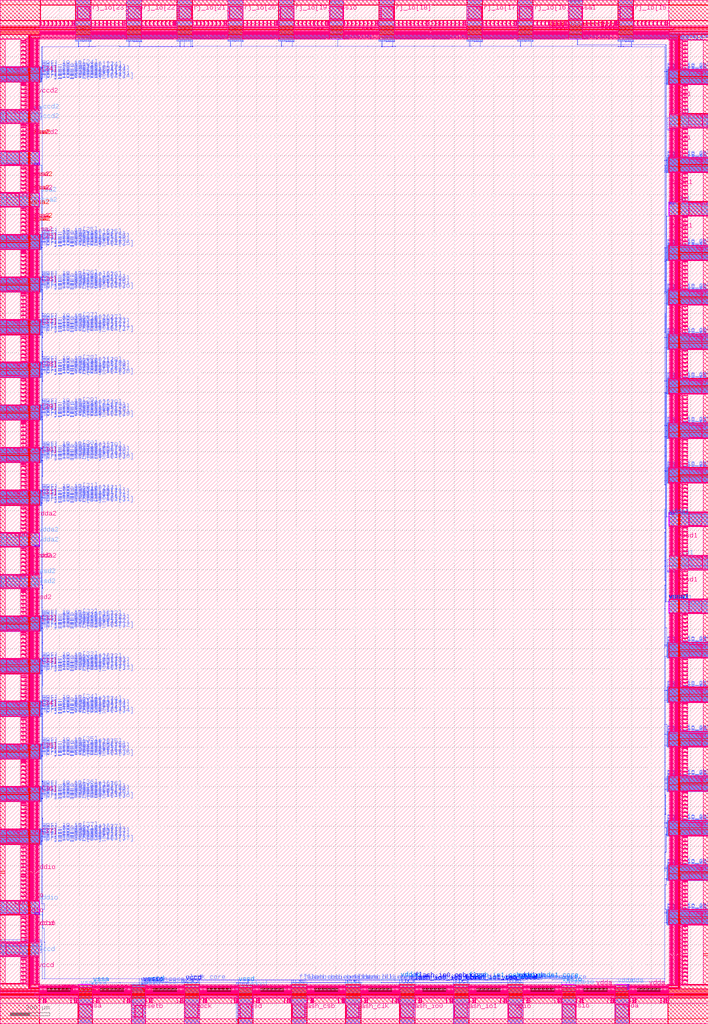
<source format=lef>
VERSION 5.7 ;
  NOWIREEXTENSIONATPIN ON ;
  DIVIDERCHAR "/" ;
  BUSBITCHARS "[]" ;
MACRO chip_io
  CLASS BLOCK ;
  FOREIGN chip_io ;
  ORIGIN 0.000 0.000 ;
  SIZE 3588.000 BY 5188.000 ;
  PIN clock
    DIRECTION INPUT ;
    USE SIGNAL ;
    PORT
      LAYER met5 ;
        RECT 938.200 32.990 1000.800 95.440 ;
    END
  END clock
  PIN clock_core
    DIRECTION OUTPUT TRISTATE ;
    USE SIGNAL ;
    PORT
      LAYER met2 ;
        RECT 936.635 208.565 936.915 210.965 ;
    END
  END clock_core
  PIN por
    DIRECTION INPUT ;
    USE SIGNAL ;
    PORT
      LAYER met2 ;
        RECT 970.215 208.565 970.495 210.965 ;
    END
  END por
  PIN flash_clk
    DIRECTION OUTPUT TRISTATE ;
    USE SIGNAL ;
    PORT
      LAYER met5 ;
        RECT 1755.200 32.990 1817.800 95.440 ;
    END
  END flash_clk
  PIN flash_clk_core
    DIRECTION INPUT ;
    USE SIGNAL ;
    PORT
      LAYER met2 ;
        RECT 1808.835 208.565 1809.115 210.965 ;
    END
  END flash_clk_core
  PIN flash_clk_ieb_core
    DIRECTION INPUT ;
    USE SIGNAL ;
    PORT
      LAYER met2 ;
        RECT 1787.215 208.565 1787.495 210.965 ;
    END
  END flash_clk_ieb_core
  PIN flash_clk_oeb_core
    DIRECTION INPUT ;
    USE SIGNAL ;
    PORT
      LAYER met2 ;
        RECT 1824.475 208.565 1824.755 210.965 ;
    END
  END flash_clk_oeb_core
  PIN flash_csb
    DIRECTION OUTPUT TRISTATE ;
    USE SIGNAL ;
    PORT
      LAYER met5 ;
        RECT 1481.200 32.990 1543.800 95.440 ;
    END
  END flash_csb
  PIN flash_csb_core
    DIRECTION INPUT ;
    USE SIGNAL ;
    PORT
      LAYER met2 ;
        RECT 1534.835 208.565 1535.115 210.965 ;
    END
  END flash_csb_core
  PIN flash_csb_ieb_core
    DIRECTION INPUT ;
    USE SIGNAL ;
    PORT
      LAYER met2 ;
        RECT 1513.215 208.565 1513.495 210.965 ;
    END
  END flash_csb_ieb_core
  PIN flash_csb_oeb_core
    DIRECTION INPUT ;
    USE SIGNAL ;
    PORT
      LAYER met2 ;
        RECT 1550.475 208.565 1550.755 210.965 ;
    END
  END flash_csb_oeb_core
  PIN flash_io0
    DIRECTION INOUT ;
    USE SIGNAL ;
    PORT
      LAYER met5 ;
        RECT 2029.200 32.990 2091.800 95.440 ;
    END
  END flash_io0
  PIN flash_io0_di_core
    DIRECTION OUTPUT TRISTATE ;
    USE SIGNAL ;
    PORT
      LAYER met2 ;
        RECT 2027.635 208.565 2027.915 210.965 ;
    END
  END flash_io0_di_core
  PIN flash_io0_do_core
    DIRECTION INPUT ;
    USE SIGNAL ;
    PORT
      LAYER met2 ;
        RECT 2082.835 208.565 2083.115 210.965 ;
    END
  END flash_io0_do_core
  PIN flash_io0_ieb_core
    DIRECTION INPUT ;
    USE SIGNAL ;
    PORT
      LAYER met1 ;
        RECT 2046.610 209.000 2046.930 209.060 ;
        RECT 2061.790 209.000 2062.110 209.060 ;
        RECT 2076.050 209.000 2076.370 209.060 ;
        RECT 2046.610 208.860 2076.370 209.000 ;
        RECT 2046.610 208.800 2046.930 208.860 ;
        RECT 2061.790 208.800 2062.110 208.860 ;
        RECT 2076.050 208.800 2076.370 208.860 ;
      LAYER via ;
        RECT 2046.640 208.800 2046.900 209.060 ;
        RECT 2061.820 208.800 2062.080 209.060 ;
        RECT 2076.080 208.800 2076.340 209.060 ;
      LAYER met2 ;
        RECT 2046.035 209.170 2046.315 210.965 ;
        RECT 2061.215 209.170 2061.495 210.965 ;
        RECT 2076.855 209.170 2077.135 210.965 ;
        RECT 2046.035 209.090 2046.840 209.170 ;
        RECT 2061.215 209.090 2062.020 209.170 ;
        RECT 2076.140 209.090 2077.135 209.170 ;
        RECT 2046.035 209.030 2046.900 209.090 ;
        RECT 2046.035 208.565 2046.315 209.030 ;
        RECT 2046.640 208.770 2046.900 209.030 ;
        RECT 2061.215 209.030 2062.080 209.090 ;
        RECT 2061.215 208.565 2061.495 209.030 ;
        RECT 2061.820 208.770 2062.080 209.030 ;
        RECT 2076.080 209.030 2077.135 209.090 ;
        RECT 2076.080 208.770 2076.340 209.030 ;
        RECT 2076.855 208.565 2077.135 209.030 ;
    END
  END flash_io0_ieb_core
  PIN flash_io0_oeb_core
    DIRECTION INPUT ;
    USE SIGNAL ;
    PORT
      LAYER met1 ;
        RECT 2055.350 221.240 2055.670 221.300 ;
        RECT 2098.590 221.240 2098.910 221.300 ;
        RECT 2055.350 221.100 2098.910 221.240 ;
        RECT 2055.350 221.040 2055.670 221.100 ;
        RECT 2098.590 221.040 2098.910 221.100 ;
      LAYER via ;
        RECT 2055.380 221.040 2055.640 221.300 ;
        RECT 2098.620 221.040 2098.880 221.300 ;
      LAYER met2 ;
        RECT 2055.380 221.010 2055.640 221.330 ;
        RECT 2098.620 221.010 2098.880 221.330 ;
        RECT 2055.440 210.965 2055.580 221.010 ;
        RECT 2098.680 210.965 2098.820 221.010 ;
        RECT 2055.235 209.100 2055.580 210.965 ;
        RECT 2098.475 209.100 2098.820 210.965 ;
        RECT 2055.235 208.565 2055.515 209.100 ;
        RECT 2098.475 208.565 2098.755 209.100 ;
    END
  END flash_io0_oeb_core
  PIN flash_io1
    DIRECTION INOUT ;
    USE SIGNAL ;
    PORT
      LAYER met5 ;
        RECT 2303.200 32.990 2365.800 95.440 ;
    END
  END flash_io1
  PIN flash_io1_di_core
    DIRECTION OUTPUT TRISTATE ;
    USE SIGNAL ;
    PORT
      LAYER met2 ;
        RECT 2301.635 208.565 2301.915 210.965 ;
    END
  END flash_io1_di_core
  PIN flash_io1_do_core
    DIRECTION INPUT ;
    USE SIGNAL ;
    PORT
      LAYER met2 ;
        RECT 2356.835 208.565 2357.115 210.965 ;
    END
  END flash_io1_do_core
  PIN flash_io1_ieb_core
    DIRECTION INPUT ;
    USE SIGNAL ;
    PORT
      LAYER met1 ;
        RECT 2320.770 209.340 2321.090 209.400 ;
        RECT 2335.950 209.340 2336.270 209.400 ;
        RECT 2350.210 209.340 2350.530 209.400 ;
        RECT 2320.770 209.200 2350.530 209.340 ;
        RECT 2320.770 209.140 2321.090 209.200 ;
        RECT 2335.950 209.140 2336.270 209.200 ;
        RECT 2350.210 209.140 2350.530 209.200 ;
      LAYER via ;
        RECT 2320.800 209.140 2321.060 209.400 ;
        RECT 2335.980 209.140 2336.240 209.400 ;
        RECT 2350.240 209.140 2350.500 209.400 ;
      LAYER met2 ;
        RECT 2320.035 209.170 2320.315 210.965 ;
        RECT 2320.800 209.170 2321.060 209.430 ;
        RECT 2320.035 209.110 2321.060 209.170 ;
        RECT 2335.215 209.170 2335.495 210.965 ;
        RECT 2335.980 209.170 2336.240 209.430 ;
        RECT 2335.215 209.110 2336.240 209.170 ;
        RECT 2350.240 209.170 2350.500 209.430 ;
        RECT 2350.855 209.170 2351.135 210.965 ;
        RECT 2350.240 209.110 2351.135 209.170 ;
        RECT 2320.035 209.030 2321.000 209.110 ;
        RECT 2335.215 209.030 2336.180 209.110 ;
        RECT 2350.300 209.030 2351.135 209.110 ;
        RECT 2320.035 208.565 2320.315 209.030 ;
        RECT 2335.215 208.565 2335.495 209.030 ;
        RECT 2350.855 208.565 2351.135 209.030 ;
    END
  END flash_io1_ieb_core
  PIN flash_io1_oeb_core
    DIRECTION INPUT ;
    USE SIGNAL ;
    PORT
      LAYER met2 ;
        RECT 2329.070 221.155 2329.350 221.525 ;
        RECT 2372.310 221.155 2372.590 221.525 ;
        RECT 2329.140 210.965 2329.280 221.155 ;
        RECT 2372.380 210.965 2372.520 221.155 ;
        RECT 2329.140 209.030 2329.515 210.965 ;
        RECT 2372.380 209.030 2372.755 210.965 ;
        RECT 2329.235 208.565 2329.515 209.030 ;
        RECT 2372.475 208.565 2372.755 209.030 ;
      LAYER via2 ;
        RECT 2329.070 221.200 2329.350 221.480 ;
        RECT 2372.310 221.200 2372.590 221.480 ;
      LAYER met3 ;
        RECT 2329.045 221.490 2329.375 221.505 ;
        RECT 2372.285 221.490 2372.615 221.505 ;
        RECT 2329.045 221.190 2372.615 221.490 ;
        RECT 2329.045 221.175 2329.375 221.190 ;
        RECT 2372.285 221.175 2372.615 221.190 ;
    END
  END flash_io1_oeb_core
  PIN gpio
    DIRECTION INOUT ;
    USE SIGNAL ;
    PORT
      LAYER met5 ;
        RECT 2577.200 32.990 2639.800 95.440 ;
    END
  END gpio
  PIN gpio_in_core
    DIRECTION OUTPUT TRISTATE ;
    USE SIGNAL ;
    PORT
      LAYER met2 ;
        RECT 2575.635 208.565 2575.915 210.965 ;
    END
  END gpio_in_core
  PIN gpio_inenb_core
    DIRECTION INPUT ;
    USE SIGNAL ;
    PORT
      LAYER met2 ;
        RECT 2609.215 208.565 2609.495 210.965 ;
    END
  END gpio_inenb_core
  PIN gpio_mode0_core
    DIRECTION INPUT ;
    USE SIGNAL ;
    PORT
      LAYER met2 ;
        RECT 2603.235 208.565 2603.515 210.965 ;
    END
  END gpio_mode0_core
  PIN gpio_mode1_core
    DIRECTION INPUT ;
    USE SIGNAL ;
    PORT
      LAYER met2 ;
        RECT 2594.030 221.155 2594.310 221.525 ;
        RECT 2624.850 221.155 2625.130 221.525 ;
        RECT 2594.100 210.965 2594.240 221.155 ;
        RECT 2624.920 210.965 2625.060 221.155 ;
        RECT 2594.035 208.565 2594.315 210.965 ;
        RECT 2624.855 208.565 2625.135 210.965 ;
      LAYER via2 ;
        RECT 2594.030 221.200 2594.310 221.480 ;
        RECT 2624.850 221.200 2625.130 221.480 ;
      LAYER met3 ;
        RECT 2594.005 221.490 2594.335 221.505 ;
        RECT 2624.825 221.490 2625.155 221.505 ;
        RECT 2594.005 221.190 2625.155 221.490 ;
        RECT 2594.005 221.175 2594.335 221.190 ;
        RECT 2624.825 221.175 2625.155 221.190 ;
    END
  END gpio_mode1_core
  PIN gpio_out_core
    DIRECTION INPUT ;
    USE SIGNAL ;
    PORT
      LAYER met2 ;
        RECT 2630.835 208.565 2631.115 210.965 ;
    END
  END gpio_out_core
  PIN gpio_outenb_core
    DIRECTION INPUT ;
    USE SIGNAL ;
    PORT
      LAYER met2 ;
        RECT 2646.475 208.565 2646.755 210.965 ;
    END
  END gpio_outenb_core
  PIN vccd
    DIRECTION INOUT ;
    USE SIGNAL ;
    PORT
      LAYER met4 ;
        RECT 186.465 202.730 191.115 341.270 ;
    END
  END vccd
  PIN vccd
    DIRECTION INOUT ;
    USE SIGNAL ;
    PORT
      LAYER met4 ;
        RECT 186.465 413.730 191.115 552.270 ;
    END
  END vccd
  PIN vccd
    DIRECTION INOUT ;
    USE SIGNAL ;
    PORT
      LAYER met5 ;
        RECT 186.565 202.730 191.015 341.270 ;
    END
  END vccd
  PIN vccd
    DIRECTION INOUT ;
    USE SIGNAL ;
    PORT
      LAYER met5 ;
        RECT 186.565 413.730 191.015 552.270 ;
    END
  END vccd
  PIN vccd
    DIRECTION INOUT ;
    USE SIGNAL ;
    PORT
      LAYER met3 ;
        RECT 191.100 340.500 198.000 364.500 ;
    END
  END vccd
  PIN vccd
    DIRECTION INOUT ;
    USE SIGNAL ;
    PORT
      LAYER met1 ;
        RECT 1987.270 4954.040 1987.590 4954.100 ;
        RECT 1988.190 4954.040 1988.510 4954.100 ;
        RECT 2433.010 4954.040 2433.330 4954.100 ;
        RECT 2690.150 4954.040 2690.470 4954.100 ;
        RECT 3198.910 4954.040 3199.230 4954.100 ;
        RECT 1987.270 4953.900 3199.230 4954.040 ;
        RECT 1987.270 4953.840 1987.590 4953.900 ;
        RECT 1988.190 4953.840 1988.510 4953.900 ;
        RECT 2433.010 4953.840 2433.330 4953.900 ;
        RECT 2690.150 4953.840 2690.470 4953.900 ;
        RECT 3198.910 4953.840 3199.230 4953.900 ;
        RECT 449.950 4953.700 450.270 4953.760 ;
        RECT 707.090 4953.700 707.410 4953.760 ;
        RECT 964.230 4953.700 964.550 4953.760 ;
        RECT 449.950 4953.560 964.550 4953.700 ;
        RECT 449.950 4953.500 450.270 4953.560 ;
        RECT 707.090 4953.500 707.410 4953.560 ;
        RECT 964.230 4953.500 964.550 4953.560 ;
        RECT 974.810 4953.700 975.130 4953.760 ;
        RECT 1220.910 4953.700 1221.230 4953.760 ;
        RECT 1478.970 4953.700 1479.290 4953.760 ;
        RECT 974.810 4953.560 1479.290 4953.700 ;
        RECT 974.810 4953.500 975.130 4953.560 ;
        RECT 1220.910 4953.500 1221.230 4953.560 ;
        RECT 1478.970 4953.500 1479.290 4953.560 ;
        RECT 1478.970 4952.680 1479.290 4952.740 ;
        RECT 1987.270 4952.680 1987.590 4952.740 ;
        RECT 1478.970 4952.540 1987.590 4952.680 ;
        RECT 1478.970 4952.480 1479.290 4952.540 ;
        RECT 1987.270 4952.480 1987.590 4952.540 ;
        RECT 964.230 4952.340 964.550 4952.400 ;
        RECT 974.810 4952.340 975.130 4952.400 ;
        RECT 964.230 4952.200 975.130 4952.340 ;
        RECT 964.230 4952.140 964.550 4952.200 ;
        RECT 974.810 4952.140 975.130 4952.200 ;
        RECT 3198.910 4950.980 3199.230 4951.040 ;
        RECT 3368.190 4950.980 3368.510 4951.040 ;
        RECT 3198.910 4950.840 3368.510 4950.980 ;
        RECT 3198.910 4950.780 3199.230 4950.840 ;
        RECT 3368.190 4950.780 3368.510 4950.840 ;
        RECT 449.490 4950.440 449.810 4950.700 ;
        RECT 212.590 4950.300 212.910 4950.360 ;
        RECT 449.580 4950.300 449.720 4950.440 ;
        RECT 212.590 4950.160 449.720 4950.300 ;
        RECT 212.590 4950.100 212.910 4950.160 ;
        RECT 208.910 4842.520 209.230 4842.580 ;
        RECT 212.590 4842.520 212.910 4842.580 ;
        RECT 208.910 4842.380 212.910 4842.520 ;
        RECT 208.910 4842.320 209.230 4842.380 ;
        RECT 212.590 4842.320 212.910 4842.380 ;
        RECT 3368.190 4766.700 3368.510 4766.760 ;
        RECT 3376.930 4766.700 3377.250 4766.760 ;
        RECT 3368.190 4766.560 3377.250 4766.700 ;
        RECT 3368.190 4766.500 3368.510 4766.560 ;
        RECT 3376.930 4766.500 3377.250 4766.560 ;
        RECT 3368.190 4322.320 3368.510 4322.380 ;
        RECT 3376.930 4322.320 3377.250 4322.380 ;
        RECT 3368.190 4322.180 3377.250 4322.320 ;
        RECT 3368.190 4322.120 3368.510 4322.180 ;
        RECT 3376.930 4322.120 3377.250 4322.180 ;
        RECT 208.910 3988.780 209.230 3988.840 ;
        RECT 212.590 3988.780 212.910 3988.840 ;
        RECT 213.510 3988.780 213.830 3988.840 ;
        RECT 208.910 3988.640 213.830 3988.780 ;
        RECT 208.910 3988.580 209.230 3988.640 ;
        RECT 212.590 3988.580 212.910 3988.640 ;
        RECT 213.510 3988.580 213.830 3988.640 ;
        RECT 3367.270 3874.540 3367.590 3874.600 ;
        RECT 3368.190 3874.540 3368.510 3874.600 ;
        RECT 3376.930 3874.540 3377.250 3874.600 ;
        RECT 3367.270 3874.400 3377.250 3874.540 ;
        RECT 3367.270 3874.340 3367.590 3874.400 ;
        RECT 3368.190 3874.340 3368.510 3874.400 ;
        RECT 3376.930 3874.340 3377.250 3874.400 ;
        RECT 212.130 3836.800 212.450 3836.860 ;
        RECT 213.510 3836.800 213.830 3836.860 ;
        RECT 212.130 3836.660 213.830 3836.800 ;
        RECT 212.130 3836.600 212.450 3836.660 ;
        RECT 213.510 3836.600 213.830 3836.660 ;
        RECT 208.910 3772.540 209.230 3772.600 ;
        RECT 212.130 3772.540 212.450 3772.600 ;
        RECT 208.910 3772.400 212.450 3772.540 ;
        RECT 208.910 3772.340 209.230 3772.400 ;
        RECT 212.130 3772.340 212.450 3772.400 ;
        RECT 3367.270 3650.820 3367.590 3650.880 ;
        RECT 3376.930 3650.820 3377.250 3650.880 ;
        RECT 3367.270 3650.680 3377.250 3650.820 ;
        RECT 3367.270 3650.620 3367.590 3650.680 ;
        RECT 3376.930 3650.620 3377.250 3650.680 ;
        RECT 208.910 3556.640 209.230 3556.700 ;
        RECT 212.130 3556.640 212.450 3556.700 ;
        RECT 213.510 3556.640 213.830 3556.700 ;
        RECT 208.910 3556.500 213.830 3556.640 ;
        RECT 208.910 3556.440 209.230 3556.500 ;
        RECT 212.130 3556.440 212.450 3556.500 ;
        RECT 213.510 3556.440 213.830 3556.500 ;
        RECT 3367.270 3426.080 3367.590 3426.140 ;
        RECT 3376.930 3426.080 3377.250 3426.140 ;
        RECT 3367.270 3425.940 3377.250 3426.080 ;
        RECT 3367.270 3425.880 3367.590 3425.940 ;
        RECT 3376.930 3425.880 3377.250 3425.940 ;
        RECT 208.910 3345.500 209.230 3345.560 ;
        RECT 212.590 3345.500 212.910 3345.560 ;
        RECT 208.910 3345.360 212.910 3345.500 ;
        RECT 208.910 3345.300 209.230 3345.360 ;
        RECT 212.590 3345.300 212.910 3345.360 ;
        RECT 3367.270 3198.620 3367.590 3198.680 ;
        RECT 3369.570 3198.620 3369.890 3198.680 ;
        RECT 3376.930 3198.620 3377.250 3198.680 ;
        RECT 3367.270 3198.480 3377.250 3198.620 ;
        RECT 3367.270 3198.420 3367.590 3198.480 ;
        RECT 3369.570 3198.420 3369.890 3198.480 ;
        RECT 3376.930 3198.420 3377.250 3198.480 ;
        RECT 212.590 3160.000 212.910 3160.260 ;
        RECT 212.680 3159.520 212.820 3160.000 ;
        RECT 213.970 3159.520 214.290 3159.580 ;
        RECT 212.680 3159.380 214.290 3159.520 ;
        RECT 213.970 3159.320 214.290 3159.380 ;
        RECT 208.910 3124.840 209.230 3124.900 ;
        RECT 213.970 3124.840 214.290 3124.900 ;
        RECT 208.910 3124.700 214.290 3124.840 ;
        RECT 208.910 3124.640 209.230 3124.700 ;
        RECT 213.970 3124.640 214.290 3124.700 ;
        RECT 213.970 3064.120 214.290 3064.380 ;
        RECT 213.050 3063.980 213.370 3064.040 ;
        RECT 214.060 3063.980 214.200 3064.120 ;
        RECT 213.050 3063.840 214.200 3063.980 ;
        RECT 213.050 3063.780 213.370 3063.840 ;
        RECT 213.050 3063.300 213.370 3063.360 ;
        RECT 213.970 3063.300 214.290 3063.360 ;
        RECT 213.050 3063.160 214.290 3063.300 ;
        RECT 213.050 3063.100 213.370 3063.160 ;
        RECT 213.970 3063.100 214.290 3063.160 ;
        RECT 3368.190 2974.560 3368.510 2974.620 ;
        RECT 3369.570 2974.560 3369.890 2974.620 ;
        RECT 3376.930 2974.560 3377.250 2974.620 ;
        RECT 3368.190 2974.420 3377.250 2974.560 ;
        RECT 3368.190 2974.360 3368.510 2974.420 ;
        RECT 3369.570 2974.360 3369.890 2974.420 ;
        RECT 3376.930 2974.360 3377.250 2974.420 ;
        RECT 208.910 2913.360 209.230 2913.420 ;
        RECT 213.970 2913.360 214.290 2913.420 ;
        RECT 208.910 2913.220 214.290 2913.360 ;
        RECT 208.910 2913.160 209.230 2913.220 ;
        RECT 213.970 2913.160 214.290 2913.220 ;
        RECT 211.670 2870.520 211.990 2870.580 ;
        RECT 213.970 2870.520 214.290 2870.580 ;
        RECT 211.670 2870.380 214.290 2870.520 ;
        RECT 211.670 2870.320 211.990 2870.380 ;
        RECT 213.970 2870.320 214.290 2870.380 ;
        RECT 3368.190 2752.540 3368.510 2752.600 ;
        RECT 3376.930 2752.540 3377.250 2752.600 ;
        RECT 3368.190 2752.400 3377.250 2752.540 ;
        RECT 3368.190 2752.340 3368.510 2752.400 ;
        RECT 3376.930 2752.340 3377.250 2752.400 ;
        RECT 208.910 2697.460 209.230 2697.520 ;
        RECT 212.590 2697.460 212.910 2697.520 ;
        RECT 208.910 2697.320 212.910 2697.460 ;
        RECT 208.910 2697.260 209.230 2697.320 ;
        RECT 212.590 2697.260 212.910 2697.320 ;
        RECT 208.910 2056.220 209.230 2056.280 ;
        RECT 212.590 2056.220 212.910 2056.280 ;
        RECT 208.910 2056.080 212.910 2056.220 ;
        RECT 208.910 2056.020 209.230 2056.080 ;
        RECT 212.590 2056.020 212.910 2056.080 ;
        RECT 213.050 1931.780 213.370 1931.840 ;
        RECT 214.430 1931.780 214.750 1931.840 ;
        RECT 213.050 1931.640 214.750 1931.780 ;
        RECT 213.050 1931.580 213.370 1931.640 ;
        RECT 214.430 1931.580 214.750 1931.640 ;
        RECT 3368.650 1861.740 3368.970 1861.800 ;
        RECT 3376.930 1861.740 3377.250 1861.800 ;
        RECT 3368.650 1861.600 3377.250 1861.740 ;
        RECT 3368.650 1861.540 3368.970 1861.600 ;
        RECT 3376.930 1861.540 3377.250 1861.600 ;
        RECT 208.910 1843.380 209.230 1843.440 ;
        RECT 214.430 1843.380 214.750 1843.440 ;
        RECT 208.910 1843.240 214.750 1843.380 ;
        RECT 208.910 1843.180 209.230 1843.240 ;
        RECT 214.430 1843.180 214.750 1843.240 ;
        RECT 3368.650 1640.400 3368.970 1640.460 ;
        RECT 3376.930 1640.400 3377.250 1640.460 ;
        RECT 3368.650 1640.260 3377.250 1640.400 ;
        RECT 3368.650 1640.200 3368.970 1640.260 ;
        RECT 3376.930 1640.200 3377.250 1640.260 ;
        RECT 208.910 1627.480 209.230 1627.540 ;
        RECT 212.130 1627.480 212.450 1627.540 ;
        RECT 213.510 1627.480 213.830 1627.540 ;
        RECT 208.910 1627.340 213.830 1627.480 ;
        RECT 208.910 1627.280 209.230 1627.340 ;
        RECT 212.130 1627.280 212.450 1627.340 ;
        RECT 213.510 1627.280 213.830 1627.340 ;
        RECT 212.130 1614.560 212.450 1614.620 ;
        RECT 212.130 1614.420 213.740 1614.560 ;
        RECT 212.130 1614.360 212.450 1614.420 ;
        RECT 213.600 1614.280 213.740 1614.420 ;
        RECT 213.510 1614.020 213.830 1614.280 ;
        RECT 211.670 1571.040 211.990 1571.100 ;
        RECT 213.510 1571.040 213.830 1571.100 ;
        RECT 211.670 1570.900 213.830 1571.040 ;
        RECT 211.670 1570.840 211.990 1570.900 ;
        RECT 213.510 1570.840 213.830 1570.900 ;
        RECT 208.910 1411.580 209.230 1411.640 ;
        RECT 212.590 1411.580 212.910 1411.640 ;
        RECT 208.910 1411.440 212.910 1411.580 ;
        RECT 208.910 1411.380 209.230 1411.440 ;
        RECT 212.590 1411.380 212.910 1411.440 ;
        RECT 3368.650 1410.560 3368.970 1410.620 ;
        RECT 3376.930 1410.560 3377.250 1410.620 ;
        RECT 3368.650 1410.420 3377.250 1410.560 ;
        RECT 3368.650 1410.360 3368.970 1410.420 ;
        RECT 3376.930 1410.360 3377.250 1410.420 ;
        RECT 211.670 1227.980 211.990 1228.040 ;
        RECT 214.430 1227.980 214.750 1228.040 ;
        RECT 211.670 1227.840 214.750 1227.980 ;
        RECT 211.670 1227.780 211.990 1227.840 ;
        RECT 214.430 1227.780 214.750 1227.840 ;
        RECT 208.910 1190.580 209.230 1190.640 ;
        RECT 213.050 1190.580 213.370 1190.640 ;
        RECT 214.430 1190.580 214.750 1190.640 ;
        RECT 208.910 1190.440 214.750 1190.580 ;
        RECT 208.910 1190.380 209.230 1190.440 ;
        RECT 213.050 1190.380 213.370 1190.440 ;
        RECT 214.430 1190.380 214.750 1190.440 ;
        RECT 3369.570 1188.540 3369.890 1188.600 ;
        RECT 3376.930 1188.540 3377.250 1188.600 ;
        RECT 3369.570 1188.400 3377.250 1188.540 ;
        RECT 3369.570 1188.340 3369.890 1188.400 ;
        RECT 3376.930 1188.340 3377.250 1188.400 ;
        RECT 3369.570 1186.840 3369.890 1186.900 ;
        RECT 3370.490 1186.840 3370.810 1186.900 ;
        RECT 3369.570 1186.700 3370.810 1186.840 ;
        RECT 3369.570 1186.640 3369.890 1186.700 ;
        RECT 3370.490 1186.640 3370.810 1186.700 ;
        RECT 211.670 1164.400 211.990 1164.460 ;
        RECT 213.050 1164.400 213.370 1164.460 ;
        RECT 211.670 1164.260 213.370 1164.400 ;
        RECT 211.670 1164.200 211.990 1164.260 ;
        RECT 213.050 1164.200 213.370 1164.260 ;
        RECT 3370.490 1158.960 3370.810 1159.020 ;
        RECT 3371.410 1158.960 3371.730 1159.020 ;
        RECT 3370.490 1158.820 3371.730 1158.960 ;
        RECT 3370.490 1158.760 3370.810 1158.820 ;
        RECT 3371.410 1158.760 3371.730 1158.820 ;
        RECT 3370.030 1062.740 3370.350 1062.800 ;
        RECT 3371.410 1062.740 3371.730 1062.800 ;
        RECT 3370.030 1062.600 3371.730 1062.740 ;
        RECT 3370.030 1062.540 3370.350 1062.600 ;
        RECT 3371.410 1062.540 3371.730 1062.600 ;
        RECT 211.670 1042.000 211.990 1042.060 ;
        RECT 214.430 1042.000 214.750 1042.060 ;
        RECT 211.670 1041.860 214.750 1042.000 ;
        RECT 211.670 1041.800 211.990 1041.860 ;
        RECT 214.430 1041.800 214.750 1041.860 ;
        RECT 3370.030 993.720 3370.350 993.780 ;
        RECT 3376.010 993.720 3376.330 993.780 ;
        RECT 3370.030 993.580 3376.330 993.720 ;
        RECT 3370.030 993.520 3370.350 993.580 ;
        RECT 3376.010 993.520 3376.330 993.580 ;
        RECT 208.910 974.680 209.230 974.740 ;
        RECT 212.130 974.680 212.450 974.740 ;
        RECT 214.430 974.680 214.750 974.740 ;
        RECT 208.910 974.540 214.750 974.680 ;
        RECT 208.910 974.480 209.230 974.540 ;
        RECT 212.130 974.480 212.450 974.540 ;
        RECT 214.430 974.480 214.750 974.540 ;
        RECT 3373.710 960.740 3374.030 960.800 ;
        RECT 3376.010 960.740 3376.330 960.800 ;
        RECT 3376.930 960.740 3377.250 960.800 ;
        RECT 3373.710 960.600 3377.250 960.740 ;
        RECT 3373.710 960.540 3374.030 960.600 ;
        RECT 3376.010 960.540 3376.330 960.600 ;
        RECT 3376.930 960.540 3377.250 960.600 ;
        RECT 212.130 926.740 212.450 926.800 ;
        RECT 213.510 926.740 213.830 926.800 ;
        RECT 212.130 926.600 213.830 926.740 ;
        RECT 212.130 926.540 212.450 926.600 ;
        RECT 213.510 926.540 213.830 926.600 ;
        RECT 3369.110 869.620 3369.430 869.680 ;
        RECT 3373.710 869.620 3374.030 869.680 ;
        RECT 3369.110 869.480 3374.030 869.620 ;
        RECT 3369.110 869.420 3369.430 869.480 ;
        RECT 3373.710 869.420 3374.030 869.480 ;
        RECT 212.590 745.520 212.910 745.580 ;
        RECT 213.510 745.520 213.830 745.580 ;
        RECT 212.590 745.380 213.830 745.520 ;
        RECT 212.590 745.320 212.910 745.380 ;
        RECT 213.510 745.320 213.830 745.380 ;
        RECT 3368.190 735.660 3368.510 735.720 ;
        RECT 3375.090 735.660 3375.410 735.720 ;
        RECT 3376.930 735.660 3377.250 735.720 ;
        RECT 3368.190 735.520 3377.250 735.660 ;
        RECT 3368.190 735.460 3368.510 735.520 ;
        RECT 3375.090 735.460 3375.410 735.520 ;
        RECT 3376.930 735.460 3377.250 735.520 ;
        RECT 3370.030 703.360 3370.350 703.420 ;
        RECT 3375.090 703.360 3375.410 703.420 ;
        RECT 3370.030 703.220 3375.410 703.360 ;
        RECT 3370.030 703.160 3370.350 703.220 ;
        RECT 3375.090 703.160 3375.410 703.220 ;
        RECT 3369.110 579.940 3369.430 580.000 ;
        RECT 3370.030 579.940 3370.350 580.000 ;
        RECT 3369.110 579.800 3370.350 579.940 ;
        RECT 3369.110 579.740 3369.430 579.800 ;
        RECT 3370.030 579.740 3370.350 579.800 ;
        RECT 3369.110 579.260 3369.430 579.320 ;
        RECT 3375.090 579.260 3375.410 579.320 ;
        RECT 3369.110 579.120 3375.410 579.260 ;
        RECT 3369.110 579.060 3369.430 579.120 ;
        RECT 3375.090 579.060 3375.410 579.120 ;
        RECT 212.590 552.400 212.910 552.460 ;
        RECT 213.510 552.400 213.830 552.460 ;
        RECT 212.590 552.260 213.830 552.400 ;
        RECT 212.590 552.200 212.910 552.260 ;
        RECT 213.510 552.200 213.830 552.260 ;
        RECT 3368.190 511.600 3368.510 511.660 ;
        RECT 3375.090 511.600 3375.410 511.660 ;
        RECT 3376.930 511.600 3377.250 511.660 ;
        RECT 3368.190 511.460 3377.250 511.600 ;
        RECT 3368.190 511.400 3368.510 511.460 ;
        RECT 3375.090 511.400 3375.410 511.460 ;
        RECT 3376.930 511.400 3377.250 511.460 ;
        RECT 213.510 228.040 213.830 228.100 ;
        RECT 717.670 228.040 717.990 228.100 ;
        RECT 213.510 227.900 717.990 228.040 ;
        RECT 213.510 227.840 213.830 227.900 ;
        RECT 717.670 227.840 717.990 227.900 ;
        RECT 2581.590 227.700 2581.910 227.760 ;
        RECT 3368.190 227.700 3368.510 227.760 ;
        RECT 2581.590 227.560 3368.510 227.700 ;
        RECT 2581.590 227.500 2581.910 227.560 ;
        RECT 3368.190 227.500 3368.510 227.560 ;
        RECT 2033.730 223.620 2034.050 223.680 ;
        RECT 2125.270 223.620 2125.590 223.680 ;
        RECT 2220.950 223.620 2221.270 223.680 ;
        RECT 2033.730 223.480 2056.500 223.620 ;
        RECT 2033.730 223.420 2034.050 223.480 ;
        RECT 2056.360 222.940 2056.500 223.480 ;
        RECT 2125.270 223.480 2221.270 223.620 ;
        RECT 2125.270 223.420 2125.590 223.480 ;
        RECT 2220.950 223.420 2221.270 223.480 ;
        RECT 2415.070 223.280 2415.390 223.340 ;
        RECT 2366.400 223.140 2415.390 223.280 ;
        RECT 2125.270 222.940 2125.590 223.000 ;
        RECT 2307.430 222.940 2307.750 223.000 ;
        RECT 2345.610 222.940 2345.930 223.000 ;
        RECT 2056.360 222.800 2125.590 222.940 ;
        RECT 2125.270 222.740 2125.590 222.800 ;
        RECT 2249.100 222.800 2345.930 222.940 ;
        RECT 1771.990 222.600 1772.310 222.660 ;
        RECT 1802.810 222.600 1803.130 222.660 ;
        RECT 1771.990 222.460 1803.130 222.600 ;
        RECT 1771.990 222.400 1772.310 222.460 ;
        RECT 1802.810 222.400 1803.130 222.460 ;
        RECT 1998.310 222.600 1998.630 222.660 ;
        RECT 2033.730 222.600 2034.050 222.660 ;
        RECT 1998.310 222.460 2034.050 222.600 ;
        RECT 1998.310 222.400 1998.630 222.460 ;
        RECT 2033.730 222.400 2034.050 222.460 ;
        RECT 2221.410 222.600 2221.730 222.660 ;
        RECT 2249.100 222.600 2249.240 222.800 ;
        RECT 2307.430 222.740 2307.750 222.800 ;
        RECT 2345.610 222.740 2345.930 222.800 ;
        RECT 2346.070 222.940 2346.390 223.000 ;
        RECT 2366.400 222.940 2366.540 223.140 ;
        RECT 2415.070 223.080 2415.390 223.140 ;
        RECT 2346.070 222.800 2366.540 222.940 ;
        RECT 2511.300 222.800 2511.900 222.940 ;
        RECT 2346.070 222.740 2346.390 222.800 ;
        RECT 2511.300 222.660 2511.440 222.800 ;
        RECT 2221.410 222.460 2249.240 222.600 ;
        RECT 2221.410 222.400 2221.730 222.460 ;
        RECT 2511.210 222.400 2511.530 222.660 ;
        RECT 2511.760 222.600 2511.900 222.800 ;
        RECT 2581.590 222.600 2581.910 222.660 ;
        RECT 2511.760 222.460 2581.910 222.600 ;
        RECT 2581.590 222.400 2581.910 222.460 ;
        RECT 942.610 221.580 942.930 221.640 ;
        RECT 964.230 221.580 964.550 221.640 ;
        RECT 1007.470 221.580 1007.790 221.640 ;
        RECT 1485.410 221.580 1485.730 221.640 ;
        RECT 1497.830 221.580 1498.150 221.640 ;
        RECT 1528.650 221.580 1528.970 221.640 ;
        RECT 1759.570 221.580 1759.890 221.640 ;
        RECT 1771.990 221.580 1772.310 221.640 ;
        RECT 942.610 221.440 1772.310 221.580 ;
        RECT 942.610 221.380 942.930 221.440 ;
        RECT 964.230 221.380 964.550 221.440 ;
        RECT 1007.470 221.380 1007.790 221.440 ;
        RECT 1485.410 221.380 1485.730 221.440 ;
        RECT 1497.830 221.380 1498.150 221.440 ;
        RECT 1528.650 221.380 1528.970 221.440 ;
        RECT 1759.570 221.380 1759.890 221.440 ;
        RECT 1771.990 221.380 1772.310 221.440 ;
        RECT 1802.810 221.580 1803.130 221.640 ;
        RECT 1998.310 221.580 1998.630 221.640 ;
        RECT 1802.810 221.440 1998.630 221.580 ;
        RECT 1802.810 221.380 1803.130 221.440 ;
        RECT 1998.310 221.380 1998.630 221.440 ;
        RECT 938.470 209.680 938.790 209.740 ;
        RECT 942.150 209.680 942.470 209.740 ;
        RECT 938.470 209.540 942.470 209.680 ;
        RECT 938.470 209.480 938.790 209.540 ;
        RECT 942.150 209.480 942.470 209.540 ;
        RECT 748.030 209.000 748.350 209.060 ;
        RECT 938.470 209.000 938.790 209.060 ;
        RECT 748.030 208.860 938.790 209.000 ;
        RECT 748.030 208.800 748.350 208.860 ;
        RECT 938.470 208.800 938.790 208.860 ;
      LAYER via ;
        RECT 1987.300 4953.840 1987.560 4954.100 ;
        RECT 1988.220 4953.840 1988.480 4954.100 ;
        RECT 2433.040 4953.840 2433.300 4954.100 ;
        RECT 2690.180 4953.840 2690.440 4954.100 ;
        RECT 3198.940 4953.840 3199.200 4954.100 ;
        RECT 449.980 4953.500 450.240 4953.760 ;
        RECT 707.120 4953.500 707.380 4953.760 ;
        RECT 964.260 4953.500 964.520 4953.760 ;
        RECT 974.840 4953.500 975.100 4953.760 ;
        RECT 1220.940 4953.500 1221.200 4953.760 ;
        RECT 1479.000 4953.500 1479.260 4953.760 ;
        RECT 1479.000 4952.480 1479.260 4952.740 ;
        RECT 1987.300 4952.480 1987.560 4952.740 ;
        RECT 964.260 4952.140 964.520 4952.400 ;
        RECT 974.840 4952.140 975.100 4952.400 ;
        RECT 3198.940 4950.780 3199.200 4951.040 ;
        RECT 3368.220 4950.780 3368.480 4951.040 ;
        RECT 449.520 4950.440 449.780 4950.700 ;
        RECT 212.620 4950.100 212.880 4950.360 ;
        RECT 208.940 4842.320 209.200 4842.580 ;
        RECT 212.620 4842.320 212.880 4842.580 ;
        RECT 3368.220 4766.500 3368.480 4766.760 ;
        RECT 3376.960 4766.500 3377.220 4766.760 ;
        RECT 3368.220 4322.120 3368.480 4322.380 ;
        RECT 3376.960 4322.120 3377.220 4322.380 ;
        RECT 208.940 3988.580 209.200 3988.840 ;
        RECT 212.620 3988.580 212.880 3988.840 ;
        RECT 213.540 3988.580 213.800 3988.840 ;
        RECT 3367.300 3874.340 3367.560 3874.600 ;
        RECT 3368.220 3874.340 3368.480 3874.600 ;
        RECT 3376.960 3874.340 3377.220 3874.600 ;
        RECT 212.160 3836.600 212.420 3836.860 ;
        RECT 213.540 3836.600 213.800 3836.860 ;
        RECT 208.940 3772.340 209.200 3772.600 ;
        RECT 212.160 3772.340 212.420 3772.600 ;
        RECT 3367.300 3650.620 3367.560 3650.880 ;
        RECT 3376.960 3650.620 3377.220 3650.880 ;
        RECT 208.940 3556.440 209.200 3556.700 ;
        RECT 212.160 3556.440 212.420 3556.700 ;
        RECT 213.540 3556.440 213.800 3556.700 ;
        RECT 3367.300 3425.880 3367.560 3426.140 ;
        RECT 3376.960 3425.880 3377.220 3426.140 ;
        RECT 208.940 3345.300 209.200 3345.560 ;
        RECT 212.620 3345.300 212.880 3345.560 ;
        RECT 3367.300 3198.420 3367.560 3198.680 ;
        RECT 3369.600 3198.420 3369.860 3198.680 ;
        RECT 3376.960 3198.420 3377.220 3198.680 ;
        RECT 212.620 3160.000 212.880 3160.260 ;
        RECT 214.000 3159.320 214.260 3159.580 ;
        RECT 208.940 3124.640 209.200 3124.900 ;
        RECT 214.000 3124.640 214.260 3124.900 ;
        RECT 214.000 3064.120 214.260 3064.380 ;
        RECT 213.080 3063.780 213.340 3064.040 ;
        RECT 213.080 3063.100 213.340 3063.360 ;
        RECT 214.000 3063.100 214.260 3063.360 ;
        RECT 3368.220 2974.360 3368.480 2974.620 ;
        RECT 3369.600 2974.360 3369.860 2974.620 ;
        RECT 3376.960 2974.360 3377.220 2974.620 ;
        RECT 208.940 2913.160 209.200 2913.420 ;
        RECT 214.000 2913.160 214.260 2913.420 ;
        RECT 211.700 2870.320 211.960 2870.580 ;
        RECT 214.000 2870.320 214.260 2870.580 ;
        RECT 3368.220 2752.340 3368.480 2752.600 ;
        RECT 3376.960 2752.340 3377.220 2752.600 ;
        RECT 208.940 2697.260 209.200 2697.520 ;
        RECT 212.620 2697.260 212.880 2697.520 ;
        RECT 208.940 2056.020 209.200 2056.280 ;
        RECT 212.620 2056.020 212.880 2056.280 ;
        RECT 213.080 1931.580 213.340 1931.840 ;
        RECT 214.460 1931.580 214.720 1931.840 ;
        RECT 3368.680 1861.540 3368.940 1861.800 ;
        RECT 3376.960 1861.540 3377.220 1861.800 ;
        RECT 208.940 1843.180 209.200 1843.440 ;
        RECT 214.460 1843.180 214.720 1843.440 ;
        RECT 3368.680 1640.200 3368.940 1640.460 ;
        RECT 3376.960 1640.200 3377.220 1640.460 ;
        RECT 208.940 1627.280 209.200 1627.540 ;
        RECT 212.160 1627.280 212.420 1627.540 ;
        RECT 213.540 1627.280 213.800 1627.540 ;
        RECT 212.160 1614.360 212.420 1614.620 ;
        RECT 213.540 1614.020 213.800 1614.280 ;
        RECT 211.700 1570.840 211.960 1571.100 ;
        RECT 213.540 1570.840 213.800 1571.100 ;
        RECT 208.940 1411.380 209.200 1411.640 ;
        RECT 212.620 1411.380 212.880 1411.640 ;
        RECT 3368.680 1410.360 3368.940 1410.620 ;
        RECT 3376.960 1410.360 3377.220 1410.620 ;
        RECT 211.700 1227.780 211.960 1228.040 ;
        RECT 214.460 1227.780 214.720 1228.040 ;
        RECT 208.940 1190.380 209.200 1190.640 ;
        RECT 213.080 1190.380 213.340 1190.640 ;
        RECT 214.460 1190.380 214.720 1190.640 ;
        RECT 3369.600 1188.340 3369.860 1188.600 ;
        RECT 3376.960 1188.340 3377.220 1188.600 ;
        RECT 3369.600 1186.640 3369.860 1186.900 ;
        RECT 3370.520 1186.640 3370.780 1186.900 ;
        RECT 211.700 1164.200 211.960 1164.460 ;
        RECT 213.080 1164.200 213.340 1164.460 ;
        RECT 3370.520 1158.760 3370.780 1159.020 ;
        RECT 3371.440 1158.760 3371.700 1159.020 ;
        RECT 3370.060 1062.540 3370.320 1062.800 ;
        RECT 3371.440 1062.540 3371.700 1062.800 ;
        RECT 211.700 1041.800 211.960 1042.060 ;
        RECT 214.460 1041.800 214.720 1042.060 ;
        RECT 3370.060 993.520 3370.320 993.780 ;
        RECT 3376.040 993.520 3376.300 993.780 ;
        RECT 208.940 974.480 209.200 974.740 ;
        RECT 212.160 974.480 212.420 974.740 ;
        RECT 214.460 974.480 214.720 974.740 ;
        RECT 3373.740 960.540 3374.000 960.800 ;
        RECT 3376.040 960.540 3376.300 960.800 ;
        RECT 3376.960 960.540 3377.220 960.800 ;
        RECT 212.160 926.540 212.420 926.800 ;
        RECT 213.540 926.540 213.800 926.800 ;
        RECT 3369.140 869.420 3369.400 869.680 ;
        RECT 3373.740 869.420 3374.000 869.680 ;
        RECT 212.620 745.320 212.880 745.580 ;
        RECT 213.540 745.320 213.800 745.580 ;
        RECT 3368.220 735.460 3368.480 735.720 ;
        RECT 3375.120 735.460 3375.380 735.720 ;
        RECT 3376.960 735.460 3377.220 735.720 ;
        RECT 3370.060 703.160 3370.320 703.420 ;
        RECT 3375.120 703.160 3375.380 703.420 ;
        RECT 3369.140 579.740 3369.400 580.000 ;
        RECT 3370.060 579.740 3370.320 580.000 ;
        RECT 3369.140 579.060 3369.400 579.320 ;
        RECT 3375.120 579.060 3375.380 579.320 ;
        RECT 212.620 552.200 212.880 552.460 ;
        RECT 213.540 552.200 213.800 552.460 ;
        RECT 3368.220 511.400 3368.480 511.660 ;
        RECT 3375.120 511.400 3375.380 511.660 ;
        RECT 3376.960 511.400 3377.220 511.660 ;
        RECT 213.540 227.840 213.800 228.100 ;
        RECT 717.700 227.840 717.960 228.100 ;
        RECT 2581.620 227.500 2581.880 227.760 ;
        RECT 3368.220 227.500 3368.480 227.760 ;
        RECT 2033.760 223.420 2034.020 223.680 ;
        RECT 2125.300 223.420 2125.560 223.680 ;
        RECT 2220.980 223.420 2221.240 223.680 ;
        RECT 2125.300 222.740 2125.560 223.000 ;
        RECT 1772.020 222.400 1772.280 222.660 ;
        RECT 1802.840 222.400 1803.100 222.660 ;
        RECT 1998.340 222.400 1998.600 222.660 ;
        RECT 2033.760 222.400 2034.020 222.660 ;
        RECT 2221.440 222.400 2221.700 222.660 ;
        RECT 2307.460 222.740 2307.720 223.000 ;
        RECT 2345.640 222.740 2345.900 223.000 ;
        RECT 2346.100 222.740 2346.360 223.000 ;
        RECT 2415.100 223.080 2415.360 223.340 ;
        RECT 2511.240 222.400 2511.500 222.660 ;
        RECT 2581.620 222.400 2581.880 222.660 ;
        RECT 942.640 221.380 942.900 221.640 ;
        RECT 964.260 221.380 964.520 221.640 ;
        RECT 1007.500 221.380 1007.760 221.640 ;
        RECT 1485.440 221.380 1485.700 221.640 ;
        RECT 1497.860 221.380 1498.120 221.640 ;
        RECT 1528.680 221.380 1528.940 221.640 ;
        RECT 1759.600 221.380 1759.860 221.640 ;
        RECT 1772.020 221.380 1772.280 221.640 ;
        RECT 1802.840 221.380 1803.100 221.640 ;
        RECT 1998.340 221.380 1998.600 221.640 ;
        RECT 938.500 209.480 938.760 209.740 ;
        RECT 942.180 209.480 942.440 209.740 ;
        RECT 748.060 208.800 748.320 209.060 ;
        RECT 938.500 208.800 938.760 209.060 ;
      LAYER met2 ;
        RECT 450.105 4977.260 450.385 4979.435 ;
        RECT 450.040 4977.035 450.385 4977.260 ;
        RECT 707.105 4977.035 707.385 4979.435 ;
        RECT 964.105 4977.330 964.385 4979.435 ;
        RECT 1221.105 4977.330 1221.385 4979.435 ;
        RECT 964.105 4977.035 964.460 4977.330 ;
        RECT 450.040 4953.790 450.180 4977.035 ;
        RECT 707.180 4953.790 707.320 4977.035 ;
        RECT 964.320 4953.790 964.460 4977.035 ;
        RECT 1221.000 4977.035 1221.385 4977.330 ;
        RECT 1479.105 4977.260 1479.385 4979.435 ;
        RECT 1479.060 4977.035 1479.385 4977.260 ;
        RECT 1988.105 4977.260 1988.385 4979.435 ;
        RECT 2433.105 4977.260 2433.385 4979.435 ;
        RECT 1988.105 4977.035 1988.420 4977.260 ;
        RECT 1221.000 4953.790 1221.140 4977.035 ;
        RECT 1479.060 4953.790 1479.200 4977.035 ;
        RECT 1988.280 4954.130 1988.420 4977.035 ;
        RECT 2433.100 4977.035 2433.385 4977.260 ;
        RECT 2690.105 4977.035 2690.385 4979.435 ;
        RECT 3199.105 4977.330 3199.385 4979.435 ;
        RECT 3199.000 4977.035 3199.385 4977.330 ;
        RECT 2433.100 4954.130 2433.240 4977.035 ;
        RECT 2690.240 4954.130 2690.380 4977.035 ;
        RECT 3199.000 4954.130 3199.140 4977.035 ;
        RECT 1987.300 4953.810 1987.560 4954.130 ;
        RECT 1988.220 4953.810 1988.480 4954.130 ;
        RECT 2433.040 4953.810 2433.300 4954.130 ;
        RECT 2690.180 4953.810 2690.440 4954.130 ;
        RECT 3198.940 4953.810 3199.200 4954.130 ;
        RECT 449.980 4953.470 450.240 4953.790 ;
        RECT 707.120 4953.470 707.380 4953.790 ;
        RECT 964.260 4953.470 964.520 4953.790 ;
        RECT 974.840 4953.470 975.100 4953.790 ;
        RECT 1220.940 4953.470 1221.200 4953.790 ;
        RECT 1479.000 4953.470 1479.260 4953.790 ;
        RECT 450.040 4950.810 450.180 4953.470 ;
        RECT 964.320 4952.430 964.460 4953.470 ;
        RECT 974.900 4952.430 975.040 4953.470 ;
        RECT 1479.060 4952.770 1479.200 4953.470 ;
        RECT 1987.360 4952.770 1987.500 4953.810 ;
        RECT 1479.000 4952.450 1479.260 4952.770 ;
        RECT 1987.300 4952.450 1987.560 4952.770 ;
        RECT 964.260 4952.110 964.520 4952.430 ;
        RECT 974.840 4952.110 975.100 4952.430 ;
        RECT 3199.000 4951.070 3199.140 4953.810 ;
        RECT 449.580 4950.730 450.180 4950.810 ;
        RECT 3198.940 4950.750 3199.200 4951.070 ;
        RECT 3368.220 4950.750 3368.480 4951.070 ;
        RECT 449.520 4950.670 450.180 4950.730 ;
        RECT 449.520 4950.410 449.780 4950.670 ;
        RECT 212.620 4950.070 212.880 4950.390 ;
        RECT 212.680 4842.610 212.820 4950.070 ;
        RECT 208.940 4842.290 209.200 4842.610 ;
        RECT 212.620 4842.290 212.880 4842.610 ;
        RECT 209.000 4840.385 209.140 4842.290 ;
        RECT 208.565 4840.105 210.965 4840.385 ;
        RECT 208.565 3991.105 210.965 3991.385 ;
        RECT 209.000 3988.870 209.140 3991.105 ;
        RECT 212.680 3988.870 212.820 4842.290 ;
        RECT 3368.280 4766.790 3368.420 4950.750 ;
        RECT 3377.035 4768.755 3379.435 4768.895 ;
        RECT 3377.020 4768.615 3379.435 4768.755 ;
        RECT 3377.020 4766.790 3377.160 4768.615 ;
        RECT 3368.220 4766.470 3368.480 4766.790 ;
        RECT 3376.960 4766.470 3377.220 4766.790 ;
        RECT 3368.280 4322.410 3368.420 4766.470 ;
        RECT 3377.035 4322.755 3379.435 4322.895 ;
        RECT 3377.020 4322.615 3379.435 4322.755 ;
        RECT 3377.020 4322.410 3377.160 4322.615 ;
        RECT 3368.220 4322.090 3368.480 4322.410 ;
        RECT 3376.960 4322.090 3377.220 4322.410 ;
        RECT 208.940 3988.550 209.200 3988.870 ;
        RECT 212.620 3988.550 212.880 3988.870 ;
        RECT 213.540 3988.550 213.800 3988.870 ;
        RECT 213.600 3836.890 213.740 3988.550 ;
        RECT 3368.280 3874.630 3368.420 4322.090 ;
        RECT 3377.035 3876.755 3379.435 3876.895 ;
        RECT 3377.020 3876.615 3379.435 3876.755 ;
        RECT 3377.020 3874.630 3377.160 3876.615 ;
        RECT 3367.300 3874.310 3367.560 3874.630 ;
        RECT 3368.220 3874.310 3368.480 3874.630 ;
        RECT 3376.960 3874.310 3377.220 3874.630 ;
        RECT 212.160 3836.570 212.420 3836.890 ;
        RECT 213.540 3836.570 213.800 3836.890 ;
        RECT 208.565 3775.105 210.965 3775.385 ;
        RECT 209.000 3772.630 209.140 3775.105 ;
        RECT 212.220 3772.630 212.360 3836.570 ;
        RECT 208.940 3772.310 209.200 3772.630 ;
        RECT 212.160 3772.310 212.420 3772.630 ;
        RECT 208.565 3559.105 210.965 3559.385 ;
        RECT 209.000 3556.730 209.140 3559.105 ;
        RECT 212.220 3556.730 212.360 3772.310 ;
        RECT 3367.360 3650.910 3367.500 3874.310 ;
        RECT 3377.035 3651.755 3379.435 3651.895 ;
        RECT 3377.020 3651.615 3379.435 3651.755 ;
        RECT 3377.020 3650.910 3377.160 3651.615 ;
        RECT 3367.300 3650.590 3367.560 3650.910 ;
        RECT 3376.960 3650.590 3377.220 3650.910 ;
        RECT 208.940 3556.410 209.200 3556.730 ;
        RECT 212.160 3556.410 212.420 3556.730 ;
        RECT 213.540 3556.410 213.800 3556.730 ;
        RECT 213.600 3392.250 213.740 3556.410 ;
        RECT 3367.360 3426.170 3367.500 3650.590 ;
        RECT 3377.035 3426.860 3379.435 3426.895 ;
        RECT 3377.020 3426.615 3379.435 3426.860 ;
        RECT 3377.020 3426.170 3377.160 3426.615 ;
        RECT 3367.300 3425.850 3367.560 3426.170 ;
        RECT 3376.960 3425.850 3377.220 3426.170 ;
        RECT 213.140 3392.110 213.740 3392.250 ;
        RECT 213.140 3360.970 213.280 3392.110 ;
        RECT 212.680 3360.830 213.280 3360.970 ;
        RECT 212.680 3345.590 212.820 3360.830 ;
        RECT 208.940 3345.270 209.200 3345.590 ;
        RECT 212.620 3345.270 212.880 3345.590 ;
        RECT 209.000 3343.385 209.140 3345.270 ;
        RECT 208.565 3343.105 210.965 3343.385 ;
        RECT 212.680 3160.290 212.820 3345.270 ;
        RECT 3367.360 3198.710 3367.500 3425.850 ;
        RECT 3377.035 3200.755 3379.435 3200.895 ;
        RECT 3377.020 3200.615 3379.435 3200.755 ;
        RECT 3377.020 3198.710 3377.160 3200.615 ;
        RECT 3367.300 3198.390 3367.560 3198.710 ;
        RECT 3369.600 3198.390 3369.860 3198.710 ;
        RECT 3376.960 3198.390 3377.220 3198.710 ;
        RECT 212.620 3159.970 212.880 3160.290 ;
        RECT 214.000 3159.290 214.260 3159.610 ;
        RECT 208.565 3127.105 210.965 3127.385 ;
        RECT 209.000 3124.930 209.140 3127.105 ;
        RECT 214.060 3124.930 214.200 3159.290 ;
        RECT 208.940 3124.610 209.200 3124.930 ;
        RECT 214.000 3124.610 214.260 3124.930 ;
        RECT 214.060 3064.410 214.200 3124.610 ;
        RECT 214.000 3064.090 214.260 3064.410 ;
        RECT 213.080 3063.750 213.340 3064.070 ;
        RECT 213.140 3063.390 213.280 3063.750 ;
        RECT 213.080 3063.070 213.340 3063.390 ;
        RECT 214.000 3063.070 214.260 3063.390 ;
        RECT 214.060 2913.450 214.200 3063.070 ;
        RECT 3369.660 2974.650 3369.800 3198.390 ;
        RECT 3377.035 2975.755 3379.435 2975.895 ;
        RECT 3377.020 2975.615 3379.435 2975.755 ;
        RECT 3377.020 2974.650 3377.160 2975.615 ;
        RECT 3368.220 2974.330 3368.480 2974.650 ;
        RECT 3369.600 2974.330 3369.860 2974.650 ;
        RECT 3376.960 2974.330 3377.220 2974.650 ;
        RECT 208.940 2913.130 209.200 2913.450 ;
        RECT 214.000 2913.130 214.260 2913.450 ;
        RECT 209.000 2911.385 209.140 2913.130 ;
        RECT 208.565 2911.105 210.965 2911.385 ;
        RECT 214.060 2870.610 214.200 2913.130 ;
        RECT 211.700 2870.290 211.960 2870.610 ;
        RECT 214.000 2870.290 214.260 2870.610 ;
        RECT 211.760 2702.730 211.900 2870.290 ;
        RECT 3368.280 2752.630 3368.420 2974.330 ;
        RECT 3368.220 2752.310 3368.480 2752.630 ;
        RECT 3376.960 2752.310 3377.220 2752.630 ;
        RECT 3377.020 2749.895 3377.160 2752.310 ;
        RECT 3377.020 2749.755 3379.435 2749.895 ;
        RECT 3377.035 2749.615 3379.435 2749.755 ;
        RECT 211.760 2702.590 212.820 2702.730 ;
        RECT 212.680 2697.550 212.820 2702.590 ;
        RECT 208.940 2697.230 209.200 2697.550 ;
        RECT 212.620 2697.230 212.880 2697.550 ;
        RECT 209.000 2695.385 209.140 2697.230 ;
        RECT 208.565 2695.105 210.965 2695.385 ;
        RECT 208.565 2057.105 210.965 2057.385 ;
        RECT 209.000 2056.310 209.140 2057.105 ;
        RECT 212.680 2056.310 212.820 2697.230 ;
        RECT 208.940 2055.990 209.200 2056.310 ;
        RECT 212.620 2055.990 212.880 2056.310 ;
        RECT 212.680 1959.490 212.820 2055.990 ;
        RECT 212.680 1959.350 213.280 1959.490 ;
        RECT 213.140 1931.870 213.280 1959.350 ;
        RECT 213.080 1931.550 213.340 1931.870 ;
        RECT 214.460 1931.550 214.720 1931.870 ;
        RECT 214.520 1843.470 214.660 1931.550 ;
        RECT 3377.035 1863.755 3379.435 1863.895 ;
        RECT 3377.020 1863.615 3379.435 1863.755 ;
        RECT 3377.020 1861.830 3377.160 1863.615 ;
        RECT 3368.680 1861.510 3368.940 1861.830 ;
        RECT 3376.960 1861.510 3377.220 1861.830 ;
        RECT 208.940 1843.150 209.200 1843.470 ;
        RECT 214.460 1843.150 214.720 1843.470 ;
        RECT 209.000 1841.385 209.140 1843.150 ;
        RECT 208.565 1841.105 210.965 1841.385 ;
        RECT 214.520 1838.620 214.660 1843.150 ;
        RECT 214.060 1838.480 214.660 1838.620 ;
        RECT 214.060 1711.290 214.200 1838.480 ;
        RECT 213.600 1711.150 214.200 1711.290 ;
        RECT 213.600 1627.570 213.740 1711.150 ;
        RECT 3368.740 1640.490 3368.880 1861.510 ;
        RECT 3368.680 1640.170 3368.940 1640.490 ;
        RECT 3376.960 1640.170 3377.220 1640.490 ;
        RECT 208.940 1627.250 209.200 1627.570 ;
        RECT 212.160 1627.250 212.420 1627.570 ;
        RECT 213.540 1627.250 213.800 1627.570 ;
        RECT 209.000 1625.385 209.140 1627.250 ;
        RECT 208.565 1625.105 210.965 1625.385 ;
        RECT 212.220 1614.650 212.360 1627.250 ;
        RECT 212.160 1614.330 212.420 1614.650 ;
        RECT 213.540 1613.990 213.800 1614.310 ;
        RECT 213.600 1571.130 213.740 1613.990 ;
        RECT 211.700 1570.810 211.960 1571.130 ;
        RECT 213.540 1570.810 213.800 1571.130 ;
        RECT 211.760 1418.515 211.900 1570.810 ;
        RECT 211.760 1418.375 212.820 1418.515 ;
        RECT 212.680 1411.670 212.820 1418.375 ;
        RECT 208.940 1411.350 209.200 1411.670 ;
        RECT 212.620 1411.350 212.880 1411.670 ;
        RECT 209.000 1409.385 209.140 1411.350 ;
        RECT 208.565 1409.105 210.965 1409.385 ;
        RECT 212.680 1380.130 212.820 1411.350 ;
        RECT 3368.740 1410.650 3368.880 1640.170 ;
        RECT 3377.020 1637.895 3377.160 1640.170 ;
        RECT 3377.020 1637.780 3379.435 1637.895 ;
        RECT 3377.035 1637.615 3379.435 1637.780 ;
        RECT 3377.035 1412.700 3379.435 1412.895 ;
        RECT 3377.020 1412.615 3379.435 1412.700 ;
        RECT 3377.020 1410.650 3377.160 1412.615 ;
        RECT 3368.680 1410.330 3368.940 1410.650 ;
        RECT 3376.960 1410.330 3377.220 1410.650 ;
        RECT 211.760 1379.990 212.820 1380.130 ;
        RECT 211.760 1228.070 211.900 1379.990 ;
        RECT 211.700 1227.750 211.960 1228.070 ;
        RECT 214.460 1227.750 214.720 1228.070 ;
        RECT 208.565 1193.105 210.965 1193.385 ;
        RECT 209.000 1190.670 209.140 1193.105 ;
        RECT 214.520 1190.670 214.660 1227.750 ;
        RECT 3368.740 1220.330 3368.880 1410.330 ;
        RECT 3368.740 1220.190 3369.800 1220.330 ;
        RECT 208.940 1190.350 209.200 1190.670 ;
        RECT 213.080 1190.350 213.340 1190.670 ;
        RECT 214.460 1190.350 214.720 1190.670 ;
        RECT 213.140 1164.490 213.280 1190.350 ;
        RECT 3369.660 1188.630 3369.800 1220.190 ;
        RECT 3369.600 1188.310 3369.860 1188.630 ;
        RECT 3376.960 1188.310 3377.220 1188.630 ;
        RECT 3369.660 1186.930 3369.800 1188.310 ;
        RECT 3377.020 1187.895 3377.160 1188.310 ;
        RECT 3377.020 1187.620 3379.435 1187.895 ;
        RECT 3377.035 1187.615 3379.435 1187.620 ;
        RECT 3369.600 1186.610 3369.860 1186.930 ;
        RECT 3370.520 1186.610 3370.780 1186.930 ;
        RECT 211.700 1164.170 211.960 1164.490 ;
        RECT 213.080 1164.170 213.340 1164.490 ;
        RECT 211.760 1042.090 211.900 1164.170 ;
        RECT 3370.580 1159.050 3370.720 1186.610 ;
        RECT 3370.520 1158.730 3370.780 1159.050 ;
        RECT 3371.440 1158.730 3371.700 1159.050 ;
        RECT 3371.500 1062.830 3371.640 1158.730 ;
        RECT 3370.060 1062.510 3370.320 1062.830 ;
        RECT 3371.440 1062.510 3371.700 1062.830 ;
        RECT 211.700 1041.770 211.960 1042.090 ;
        RECT 214.460 1041.770 214.720 1042.090 ;
        RECT 208.565 977.105 210.965 977.385 ;
        RECT 209.000 974.770 209.140 977.105 ;
        RECT 214.520 974.770 214.660 1041.770 ;
        RECT 3370.120 993.810 3370.260 1062.510 ;
        RECT 3370.060 993.490 3370.320 993.810 ;
        RECT 3376.040 993.490 3376.300 993.810 ;
        RECT 208.940 974.450 209.200 974.770 ;
        RECT 212.160 974.450 212.420 974.770 ;
        RECT 214.460 974.450 214.720 974.770 ;
        RECT 212.220 926.830 212.360 974.450 ;
        RECT 3376.100 960.830 3376.240 993.490 ;
        RECT 3377.035 961.860 3379.435 961.895 ;
        RECT 3377.020 961.615 3379.435 961.860 ;
        RECT 3377.020 960.830 3377.160 961.615 ;
        RECT 3373.740 960.510 3374.000 960.830 ;
        RECT 3376.040 960.510 3376.300 960.830 ;
        RECT 3376.960 960.510 3377.220 960.830 ;
        RECT 212.160 926.510 212.420 926.830 ;
        RECT 213.540 926.510 213.800 926.830 ;
        RECT 213.600 745.610 213.740 926.510 ;
        RECT 3373.800 869.710 3373.940 960.510 ;
        RECT 3369.140 869.390 3369.400 869.710 ;
        RECT 3373.740 869.390 3374.000 869.710 ;
        RECT 3369.200 773.005 3369.340 869.390 ;
        RECT 3368.210 772.635 3368.490 773.005 ;
        RECT 3369.130 772.635 3369.410 773.005 ;
        RECT 212.620 745.290 212.880 745.610 ;
        RECT 213.540 745.290 213.800 745.610 ;
        RECT 212.680 648.450 212.820 745.290 ;
        RECT 3368.280 735.750 3368.420 772.635 ;
        RECT 3377.035 736.780 3379.435 736.895 ;
        RECT 3377.020 736.615 3379.435 736.780 ;
        RECT 3377.020 735.750 3377.160 736.615 ;
        RECT 3368.220 735.430 3368.480 735.750 ;
        RECT 3375.120 735.430 3375.380 735.750 ;
        RECT 3376.960 735.430 3377.220 735.750 ;
        RECT 3375.180 703.450 3375.320 735.430 ;
        RECT 3370.060 703.130 3370.320 703.450 ;
        RECT 3375.120 703.130 3375.380 703.450 ;
        RECT 212.680 648.310 213.740 648.450 ;
        RECT 213.600 552.490 213.740 648.310 ;
        RECT 3370.120 580.030 3370.260 703.130 ;
        RECT 3369.140 579.710 3369.400 580.030 ;
        RECT 3370.060 579.710 3370.320 580.030 ;
        RECT 3369.200 579.350 3369.340 579.710 ;
        RECT 3369.140 579.030 3369.400 579.350 ;
        RECT 3375.120 579.030 3375.380 579.350 ;
        RECT 212.620 552.170 212.880 552.490 ;
        RECT 213.540 552.170 213.800 552.490 ;
        RECT 212.680 455.330 212.820 552.170 ;
        RECT 3375.180 511.690 3375.320 579.030 ;
        RECT 3368.220 511.370 3368.480 511.690 ;
        RECT 3375.120 511.370 3375.380 511.690 ;
        RECT 3376.960 511.370 3377.220 511.690 ;
        RECT 212.680 455.190 213.740 455.330 ;
        RECT 213.600 403.085 213.740 455.190 ;
        RECT 207.090 402.715 207.370 403.085 ;
        RECT 213.530 402.715 213.810 403.085 ;
        RECT 207.160 391.525 207.300 402.715 ;
        RECT 207.090 391.155 207.370 391.525 ;
        RECT 213.600 228.130 213.740 402.715 ;
        RECT 213.540 227.810 213.800 228.130 ;
        RECT 717.700 227.810 717.960 228.130 ;
        RECT 717.760 202.485 717.900 227.810 ;
        RECT 3368.280 227.790 3368.420 511.370 ;
        RECT 3377.020 510.895 3377.160 511.370 ;
        RECT 3377.020 510.755 3379.435 510.895 ;
        RECT 3377.035 510.615 3379.435 510.755 ;
        RECT 2581.620 227.470 2581.880 227.790 ;
        RECT 3368.220 227.470 3368.480 227.790 ;
        RECT 2033.760 223.390 2034.020 223.710 ;
        RECT 2125.300 223.390 2125.560 223.710 ;
        RECT 2220.980 223.390 2221.240 223.710 ;
        RECT 2033.820 222.690 2033.960 223.390 ;
        RECT 2125.360 223.030 2125.500 223.390 ;
        RECT 2125.300 222.710 2125.560 223.030 ;
        RECT 1772.020 222.370 1772.280 222.690 ;
        RECT 1802.840 222.370 1803.100 222.690 ;
        RECT 1998.340 222.370 1998.600 222.690 ;
        RECT 2033.760 222.370 2034.020 222.690 ;
        RECT 1772.080 221.670 1772.220 222.370 ;
        RECT 1802.900 221.670 1803.040 222.370 ;
        RECT 1998.400 221.670 1998.540 222.370 ;
        RECT 942.640 221.350 942.900 221.670 ;
        RECT 964.260 221.350 964.520 221.670 ;
        RECT 1007.500 221.350 1007.760 221.670 ;
        RECT 1485.440 221.350 1485.700 221.670 ;
        RECT 1497.860 221.350 1498.120 221.670 ;
        RECT 1528.680 221.350 1528.940 221.670 ;
        RECT 1759.600 221.350 1759.860 221.670 ;
        RECT 1772.020 221.350 1772.280 221.670 ;
        RECT 1802.840 221.350 1803.100 221.670 ;
        RECT 1998.340 221.350 1998.600 221.670 ;
        RECT 942.700 210.965 942.840 221.350 ;
        RECT 964.320 210.965 964.460 221.350 ;
        RECT 1007.560 210.965 1007.700 221.350 ;
        RECT 1485.500 210.965 1485.640 221.350 ;
        RECT 1497.920 210.965 1498.060 221.350 ;
        RECT 1528.740 210.965 1528.880 221.350 ;
        RECT 1759.660 210.965 1759.800 221.350 ;
        RECT 1772.080 210.965 1772.220 221.350 ;
        RECT 1802.900 210.965 1803.040 221.350 ;
        RECT 2033.820 210.965 2033.960 222.370 ;
        RECT 2221.040 222.090 2221.180 223.390 ;
        RECT 2415.090 223.195 2415.370 223.565 ;
        RECT 2510.310 223.195 2510.590 223.565 ;
        RECT 2415.100 223.050 2415.360 223.195 ;
        RECT 2307.460 222.710 2307.720 223.030 ;
        RECT 2345.640 222.770 2345.900 223.030 ;
        RECT 2346.100 222.770 2346.360 223.030 ;
        RECT 2345.640 222.710 2346.360 222.770 ;
        RECT 2221.440 222.370 2221.700 222.690 ;
        RECT 2221.500 222.090 2221.640 222.370 ;
        RECT 2221.040 221.950 2221.640 222.090 ;
        RECT 942.615 209.850 942.895 210.965 ;
        RECT 942.240 209.770 942.895 209.850 ;
        RECT 938.500 209.450 938.760 209.770 ;
        RECT 942.180 209.710 942.895 209.770 ;
        RECT 942.180 209.450 942.440 209.710 ;
        RECT 938.560 209.090 938.700 209.450 ;
        RECT 748.060 208.770 748.320 209.090 ;
        RECT 938.500 208.770 938.760 209.090 ;
        RECT 717.690 202.115 717.970 202.485 ;
        RECT 748.120 201.805 748.260 208.770 ;
        RECT 942.615 208.565 942.895 209.710 ;
        RECT 964.235 208.565 964.515 210.965 ;
        RECT 1007.475 208.565 1007.755 210.965 ;
        RECT 1485.500 209.030 1485.895 210.965 ;
        RECT 1497.920 209.030 1498.315 210.965 ;
        RECT 1528.740 209.030 1529.135 210.965 ;
        RECT 1485.615 208.565 1485.895 209.030 ;
        RECT 1498.035 208.565 1498.315 209.030 ;
        RECT 1528.855 208.565 1529.135 209.030 ;
        RECT 1759.615 208.565 1759.895 210.965 ;
        RECT 1772.035 208.565 1772.315 210.965 ;
        RECT 1802.855 208.565 1803.135 210.965 ;
        RECT 2033.615 209.100 2033.960 210.965 ;
        RECT 2307.520 210.965 2307.660 222.710 ;
        RECT 2345.700 222.630 2346.300 222.710 ;
        RECT 2510.380 222.090 2510.520 223.195 ;
        RECT 2581.680 222.690 2581.820 227.470 ;
        RECT 2511.240 222.370 2511.500 222.690 ;
        RECT 2581.620 222.370 2581.880 222.690 ;
        RECT 2511.300 222.090 2511.440 222.370 ;
        RECT 2510.380 221.950 2511.440 222.090 ;
        RECT 2581.680 210.965 2581.820 222.370 ;
        RECT 2033.615 208.565 2033.895 209.100 ;
        RECT 2307.520 209.030 2307.895 210.965 ;
        RECT 2307.615 208.565 2307.895 209.030 ;
        RECT 2581.615 208.565 2581.895 210.965 ;
        RECT 748.050 201.435 748.330 201.805 ;
      LAYER via2 ;
        RECT 3368.210 772.680 3368.490 772.960 ;
        RECT 3369.130 772.680 3369.410 772.960 ;
        RECT 207.090 402.760 207.370 403.040 ;
        RECT 213.530 402.760 213.810 403.040 ;
        RECT 207.090 391.200 207.370 391.480 ;
        RECT 2415.090 223.240 2415.370 223.520 ;
        RECT 2510.310 223.240 2510.590 223.520 ;
        RECT 717.690 202.160 717.970 202.440 ;
        RECT 748.050 201.480 748.330 201.760 ;
      LAYER met3 ;
        RECT 3368.185 772.970 3368.515 772.985 ;
        RECT 3369.105 772.970 3369.435 772.985 ;
        RECT 3368.185 772.670 3369.435 772.970 ;
        RECT 3368.185 772.655 3368.515 772.670 ;
        RECT 3369.105 772.655 3369.435 772.670 ;
        RECT 191.100 391.490 198.000 414.700 ;
        RECT 207.065 403.050 207.395 403.065 ;
        RECT 213.505 403.050 213.835 403.065 ;
        RECT 207.065 402.750 213.835 403.050 ;
        RECT 207.065 402.735 207.395 402.750 ;
        RECT 213.505 402.735 213.835 402.750 ;
        RECT 207.065 391.490 207.395 391.505 ;
        RECT 191.100 391.190 207.395 391.490 ;
        RECT 191.100 390.755 198.000 391.190 ;
        RECT 207.065 391.175 207.395 391.190 ;
        RECT 2415.065 223.530 2415.395 223.545 ;
        RECT 2510.285 223.530 2510.615 223.545 ;
        RECT 2415.065 223.230 2510.615 223.530 ;
        RECT 2415.065 223.215 2415.395 223.230 ;
        RECT 2510.285 223.215 2510.615 223.230 ;
        RECT 717.665 202.450 717.995 202.465 ;
        RECT 717.665 202.150 729.250 202.450 ;
        RECT 717.665 202.135 717.995 202.150 ;
        RECT 728.950 201.770 729.250 202.150 ;
        RECT 748.025 201.770 748.355 201.785 ;
        RECT 728.950 201.470 748.355 201.770 ;
        RECT 729.190 200.070 729.490 201.470 ;
        RECT 748.025 201.455 748.355 201.470 ;
        RECT 729.100 200.000 729.490 200.070 ;
        RECT 729.080 184.215 729.600 200.000 ;
        RECT 729.080 184.005 729.810 184.215 ;
        RECT 729.080 183.705 729.670 184.005 ;
        RECT 729.810 183.705 730.260 184.005 ;
        RECT 729.080 183.555 730.260 183.705 ;
        RECT 729.080 183.415 729.670 183.555 ;
    END
  END vccd
  PIN vccd
    DIRECTION INOUT ;
    USE SIGNAL ;
    PORT
      LAYER met5 ;
        RECT 30.430 349.315 97.860 405.955 ;
    END
  END vccd
  PIN vdda
    DIRECTION INOUT ;
    USE SIGNAL ;
    PORT
      LAYER met4 ;
        RECT 3188.035 181.615 3385.255 185.065 ;
    END
  END vdda
  PIN vdda
    DIRECTION INOUT ;
    USE SIGNAL ;
    PORT
      LAYER met4 ;
        RECT 2919.035 181.615 3114.965 185.065 ;
    END
  END vdda
  PIN vdda
    DIRECTION INOUT ;
    USE SIGNAL ;
    PORT
      LAYER met5 ;
        RECT 3188.035 181.715 3385.255 184.965 ;
    END
  END vdda
  PIN vdda
    DIRECTION INOUT ;
    USE SIGNAL ;
    PORT
      LAYER met5 ;
        RECT 2919.035 181.715 3114.965 184.965 ;
    END
  END vdda
  PIN vdda
    DIRECTION INOUT ;
    USE SIGNAL ;
    PORT
      LAYER met3 ;
        RECT 3164.605 185.040 3188.505 200.000 ;
    END
  END vdda
  PIN vdda
    DIRECTION INOUT ;
    USE SIGNAL ;
    PORT
      LAYER met3 ;
        RECT 3114.710 185.040 3138.610 200.000 ;
    END
  END vdda
  PIN vdda
    DIRECTION INOUT ;
    USE SIGNAL ;
    PORT
      LAYER met5 ;
        RECT 3120.200 33.375 3182.900 95.990 ;
    END
  END vdda
  PIN vddio
    DIRECTION INOUT ;
    USE SIGNAL ;
    PORT
      LAYER met4 ;
        RECT 105.000 549.000 129.965 552.270 ;
    END
  END vddio
  PIN vddio
    DIRECTION INOUT ;
    USE SIGNAL ;
    PORT
      LAYER met4 ;
        RECT 175.565 413.730 180.215 552.270 ;
    END
  END vddio
  PIN vddio
    DIRECTION INOUT ;
    USE SIGNAL ;
    PORT
      LAYER met4 ;
        RECT 105.000 624.730 129.965 627.000 ;
    END
  END vddio
  PIN vddio
    DIRECTION INOUT ;
    USE SIGNAL ;
    PORT
      LAYER met4 ;
        RECT 175.565 624.730 180.215 909.270 ;
    END
  END vddio
  PIN vddio
    DIRECTION INOUT ;
    USE SIGNAL ;
    PORT
      LAYER met5 ;
        RECT 175.665 413.730 180.115 552.270 ;
    END
  END vddio
  PIN vddio
    DIRECTION INOUT ;
    USE SIGNAL ;
    PORT
      LAYER met5 ;
        RECT 105.015 549.000 129.965 552.270 ;
    END
  END vddio
  PIN vddio
    DIRECTION INOUT ;
    USE SIGNAL ;
    PORT
      LAYER met5 ;
        RECT 175.665 624.730 180.115 909.270 ;
    END
  END vddio
  PIN vddio
    DIRECTION INOUT ;
    USE SIGNAL ;
    PORT
      LAYER met5 ;
        RECT 105.015 624.730 129.965 627.000 ;
    END
  END vddio
  PIN vddio
    DIRECTION INOUT ;
    USE SIGNAL ;
    PORT
      LAYER met1 ;
        RECT 211.210 607.480 211.530 607.540 ;
        RECT 223.630 607.480 223.950 607.540 ;
        RECT 211.210 607.340 223.950 607.480 ;
        RECT 211.210 607.280 211.530 607.340 ;
        RECT 223.630 607.280 223.950 607.340 ;
        RECT 214.890 579.600 215.210 579.660 ;
        RECT 223.630 579.600 223.950 579.660 ;
        RECT 214.890 579.460 223.950 579.600 ;
        RECT 214.890 579.400 215.210 579.460 ;
        RECT 223.630 579.400 223.950 579.460 ;
        RECT 223.170 414.160 223.490 414.420 ;
        RECT 223.260 414.020 223.400 414.160 ;
        RECT 224.090 414.020 224.410 414.080 ;
        RECT 223.260 413.880 224.410 414.020 ;
        RECT 224.090 413.820 224.410 413.880 ;
        RECT 224.550 227.700 224.870 227.760 ;
        RECT 979.870 227.700 980.190 227.760 ;
        RECT 224.550 227.560 980.190 227.700 ;
        RECT 224.550 227.500 224.870 227.560 ;
        RECT 979.870 227.500 980.190 227.560 ;
        RECT 2028.210 223.960 2028.530 224.020 ;
        RECT 2056.270 223.960 2056.590 224.020 ;
        RECT 2028.210 223.820 2056.590 223.960 ;
        RECT 2028.210 223.760 2028.530 223.820 ;
        RECT 2056.270 223.760 2056.590 223.820 ;
        RECT 1796.830 223.620 1797.150 223.680 ;
        RECT 1711.360 223.480 1797.150 223.620 ;
        RECT 979.870 222.260 980.190 222.320 ;
        RECT 1522.670 222.260 1522.990 222.320 ;
        RECT 1711.360 222.260 1711.500 223.480 ;
        RECT 1796.830 223.420 1797.150 223.480 ;
        RECT 1803.270 222.600 1803.590 222.660 ;
        RECT 1932.070 222.600 1932.390 222.660 ;
        RECT 1803.270 222.460 1932.390 222.600 ;
        RECT 1803.270 222.400 1803.590 222.460 ;
        RECT 1932.070 222.400 1932.390 222.460 ;
        RECT 2056.270 222.600 2056.590 222.660 ;
        RECT 2056.270 222.460 2071.220 222.600 ;
        RECT 2056.270 222.400 2056.590 222.460 ;
        RECT 2071.080 222.320 2071.220 222.460 ;
        RECT 979.870 222.120 1711.500 222.260 ;
        RECT 2070.990 222.260 2071.310 222.320 ;
        RECT 2099.050 222.260 2099.370 222.320 ;
        RECT 2070.990 222.120 2099.370 222.260 ;
        RECT 979.870 222.060 980.190 222.120 ;
        RECT 1522.670 222.060 1522.990 222.120 ;
        RECT 2070.990 222.060 2071.310 222.120 ;
        RECT 2099.050 222.060 2099.370 222.120 ;
        RECT 1796.830 221.920 1797.150 221.980 ;
        RECT 1803.270 221.920 1803.590 221.980 ;
        RECT 1796.830 221.780 1803.590 221.920 ;
        RECT 1796.830 221.720 1797.150 221.780 ;
        RECT 1803.270 221.720 1803.590 221.780 ;
        RECT 2099.050 221.240 2099.370 221.300 ;
        RECT 2344.690 221.240 2345.010 221.300 ;
        RECT 2618.850 221.240 2619.170 221.300 ;
        RECT 2099.050 221.100 2619.170 221.240 ;
        RECT 2099.050 221.040 2099.370 221.100 ;
        RECT 2344.690 221.040 2345.010 221.100 ;
        RECT 2618.850 221.040 2619.170 221.100 ;
      LAYER via ;
        RECT 211.240 607.280 211.500 607.540 ;
        RECT 223.660 607.280 223.920 607.540 ;
        RECT 214.920 579.400 215.180 579.660 ;
        RECT 223.660 579.400 223.920 579.660 ;
        RECT 223.200 414.160 223.460 414.420 ;
        RECT 224.120 413.820 224.380 414.080 ;
        RECT 224.580 227.500 224.840 227.760 ;
        RECT 979.900 227.500 980.160 227.760 ;
        RECT 2028.240 223.760 2028.500 224.020 ;
        RECT 2056.300 223.760 2056.560 224.020 ;
        RECT 979.900 222.060 980.160 222.320 ;
        RECT 1522.700 222.060 1522.960 222.320 ;
        RECT 1796.860 223.420 1797.120 223.680 ;
        RECT 1803.300 222.400 1803.560 222.660 ;
        RECT 1932.100 222.400 1932.360 222.660 ;
        RECT 2056.300 222.400 2056.560 222.660 ;
        RECT 2071.020 222.060 2071.280 222.320 ;
        RECT 2099.080 222.060 2099.340 222.320 ;
        RECT 1796.860 221.720 1797.120 221.980 ;
        RECT 1803.300 221.720 1803.560 221.980 ;
        RECT 2099.080 221.040 2099.340 221.300 ;
        RECT 2344.720 221.040 2344.980 221.300 ;
        RECT 2618.880 221.040 2619.140 221.300 ;
      LAYER met2 ;
        RECT 211.230 4350.115 211.510 4350.485 ;
        RECT 211.300 607.570 211.440 4350.115 ;
        RECT 211.240 607.250 211.500 607.570 ;
        RECT 223.660 607.250 223.920 607.570 ;
        RECT 223.720 579.690 223.860 607.250 ;
        RECT 214.920 579.370 215.180 579.690 ;
        RECT 223.660 579.370 223.920 579.690 ;
        RECT 214.980 552.005 215.120 579.370 ;
        RECT 214.910 551.635 215.190 552.005 ;
        RECT 214.980 483.325 215.120 551.635 ;
        RECT 214.910 482.955 215.190 483.325 ;
        RECT 223.190 482.955 223.470 483.325 ;
        RECT 223.260 414.450 223.400 482.955 ;
        RECT 223.200 414.130 223.460 414.450 ;
        RECT 224.120 413.790 224.380 414.110 ;
        RECT 224.180 413.170 224.320 413.790 ;
        RECT 224.180 413.030 224.780 413.170 ;
        RECT 224.640 227.790 224.780 413.030 ;
        RECT 224.580 227.470 224.840 227.790 ;
        RECT 979.900 227.470 980.160 227.790 ;
        RECT 979.960 222.350 980.100 227.470 ;
        RECT 2028.240 223.730 2028.500 224.050 ;
        RECT 2056.300 223.730 2056.560 224.050 ;
        RECT 1796.860 223.390 1797.120 223.710 ;
        RECT 979.900 222.030 980.160 222.350 ;
        RECT 1522.700 222.030 1522.960 222.350 ;
        RECT 979.960 210.965 980.100 222.030 ;
        RECT 1522.760 210.965 1522.900 222.030 ;
        RECT 1796.920 222.010 1797.060 223.390 ;
        RECT 2028.300 222.885 2028.440 223.730 ;
        RECT 1803.300 222.370 1803.560 222.690 ;
        RECT 1932.090 222.515 1932.370 222.885 ;
        RECT 2028.230 222.515 2028.510 222.885 ;
        RECT 2056.360 222.690 2056.500 223.730 ;
        RECT 1932.100 222.370 1932.360 222.515 ;
        RECT 2056.300 222.370 2056.560 222.690 ;
        RECT 1803.360 222.010 1803.500 222.370 ;
        RECT 2071.020 222.030 2071.280 222.350 ;
        RECT 2099.080 222.030 2099.340 222.350 ;
        RECT 1796.860 221.690 1797.120 222.010 ;
        RECT 1803.300 221.690 1803.560 222.010 ;
        RECT 1796.920 210.965 1797.060 221.690 ;
        RECT 2071.080 210.965 2071.220 222.030 ;
        RECT 2099.140 221.330 2099.280 222.030 ;
        RECT 2099.080 221.010 2099.340 221.330 ;
        RECT 2344.720 221.010 2344.980 221.330 ;
        RECT 2618.880 221.010 2619.140 221.330 ;
        RECT 979.875 208.565 980.155 210.965 ;
        RECT 1522.760 209.030 1523.155 210.965 ;
        RECT 1522.875 208.565 1523.155 209.030 ;
        RECT 1796.875 208.565 1797.155 210.965 ;
        RECT 2070.875 209.100 2071.220 210.965 ;
        RECT 2344.780 210.965 2344.920 221.010 ;
        RECT 2618.940 210.965 2619.080 221.010 ;
        RECT 2070.875 208.565 2071.155 209.100 ;
        RECT 2344.780 209.030 2345.155 210.965 ;
        RECT 2344.875 208.565 2345.155 209.030 ;
        RECT 2618.875 208.565 2619.155 210.965 ;
      LAYER via2 ;
        RECT 211.230 4350.160 211.510 4350.440 ;
        RECT 214.910 551.680 215.190 551.960 ;
        RECT 214.910 483.000 215.190 483.280 ;
        RECT 223.190 483.000 223.470 483.280 ;
        RECT 1932.090 222.560 1932.370 222.840 ;
        RECT 2028.230 222.560 2028.510 222.840 ;
      LAYER met3 ;
        RECT 180.200 4350.450 200.000 4373.395 ;
        RECT 211.205 4350.450 211.535 4350.465 ;
        RECT 180.200 4350.150 211.535 4350.450 ;
        RECT 180.200 4349.495 200.000 4350.150 ;
        RECT 211.205 4350.135 211.535 4350.150 ;
        RECT 180.200 551.970 200.000 575.395 ;
        RECT 214.885 551.970 215.215 551.985 ;
        RECT 180.200 551.670 215.215 551.970 ;
        RECT 180.200 551.495 200.000 551.670 ;
        RECT 214.885 551.655 215.215 551.670 ;
        RECT 214.885 483.290 215.215 483.305 ;
        RECT 223.165 483.290 223.495 483.305 ;
        RECT 214.885 482.990 223.495 483.290 ;
        RECT 214.885 482.975 215.215 482.990 ;
        RECT 223.165 482.975 223.495 482.990 ;
        RECT 1932.065 222.850 1932.395 222.865 ;
        RECT 2028.205 222.850 2028.535 222.865 ;
        RECT 1932.065 222.550 2028.535 222.850 ;
        RECT 1932.065 222.535 1932.395 222.550 ;
        RECT 2028.205 222.535 2028.535 222.550 ;
    END
  END vddio
  PIN vddio
    DIRECTION INOUT ;
    USE SIGNAL ;
    PORT
      LAYER met3 ;
        RECT 180.200 601.390 200.000 625.290 ;
    END
  END vddio
  PIN vddio
    DIRECTION INOUT ;
    USE SIGNAL ;
    PORT
      LAYER met5 ;
        RECT 33.375 557.100 95.990 619.800 ;
    END
  END vddio
  PIN vssa
    DIRECTION INOUT ;
    USE SIGNAL ;
    PORT
      LAYER met4 ;
        RECT 467.730 159.815 664.270 163.265 ;
    END
  END vssa
  PIN vssa
    DIRECTION INOUT ;
    USE SIGNAL ;
    PORT
      LAYER met4 ;
        RECT 467.730 143.265 964.910 143.595 ;
    END
  END vssa
  PIN vssa
    DIRECTION INOUT ;
    USE SIGNAL ;
    PORT
      LAYER met4 ;
        RECT 467.730 147.175 469.000 148.355 ;
    END
  END vssa
  PIN vssa
    DIRECTION INOUT ;
    USE SIGNAL ;
    PORT
      LAYER met4 ;
        RECT 467.730 151.935 964.910 152.265 ;
    END
  END vssa
  PIN vssa
    DIRECTION INOUT ;
    USE SIGNAL ;
    PORT
      LAYER met4 ;
        RECT 198.665 159.815 395.270 163.265 ;
    END
  END vssa
  PIN vssa
    DIRECTION INOUT ;
    USE SIGNAL ;
    PORT
      LAYER met4 ;
        RECT 180.425 151.935 395.270 152.265 ;
    END
  END vssa
  PIN vssa
    DIRECTION INOUT ;
    USE SIGNAL ;
    PORT
      LAYER met4 ;
        RECT 176.825 143.265 395.270 143.595 ;
    END
  END vssa
  PIN vssa
    DIRECTION INOUT ;
    USE SIGNAL ;
    PORT
      LAYER met4 ;
        RECT 394.000 147.175 395.270 148.355 ;
    END
  END vssa
  PIN vssa
    DIRECTION INOUT ;
    USE SIGNAL ;
    PORT
      LAYER met5 ;
        RECT 469.000 163.160 663.000 163.165 ;
        RECT 467.730 159.915 664.270 163.160 ;
    END
  END vssa
  PIN vssa
    DIRECTION INOUT ;
    USE SIGNAL ;
    PORT
      LAYER met5 ;
        RECT 467.730 143.265 664.270 152.265 ;
    END
  END vssa
  PIN vssa
    DIRECTION INOUT ;
    USE SIGNAL ;
    PORT
      LAYER met5 ;
        RECT 198.665 163.160 394.000 163.165 ;
        RECT 198.665 159.915 395.270 163.160 ;
    END
  END vssa
  PIN vssa
    DIRECTION INOUT ;
    USE SIGNAL ;
    PORT
      LAYER met5 ;
        RECT 176.845 143.265 395.270 152.265 ;
    END
  END vssa
  PIN vssa
    DIRECTION INOUT ;
    USE SIGNAL ;
    PORT
      LAYER met3 ;
        RECT 394.710 163.240 418.610 200.000 ;
    END
  END vssa
  PIN vssa
    DIRECTION INOUT ;
    USE SIGNAL ;
    PORT
      LAYER met1 ;
        RECT 994.590 209.680 994.910 209.740 ;
        RECT 1537.390 209.680 1537.710 209.740 ;
        RECT 994.590 209.540 1537.710 209.680 ;
        RECT 994.590 209.480 994.910 209.540 ;
        RECT 994.130 209.000 994.450 209.060 ;
        RECT 993.760 208.860 994.450 209.000 ;
        RECT 841.410 208.660 841.730 208.720 ;
        RECT 800.100 208.520 841.730 208.660 ;
        RECT 800.100 208.320 800.240 208.520 ;
        RECT 841.410 208.460 841.730 208.520 ;
        RECT 772.500 208.180 800.240 208.320 ;
        RECT 468.810 207.980 469.130 208.040 ;
        RECT 607.730 207.980 608.050 208.040 ;
        RECT 704.330 207.980 704.650 208.040 ;
        RECT 772.500 207.980 772.640 208.180 ;
        RECT 468.810 207.840 510.900 207.980 ;
        RECT 468.810 207.780 469.130 207.840 ;
        RECT 510.760 207.640 510.900 207.840 ;
        RECT 607.730 207.840 676.500 207.980 ;
        RECT 607.730 207.780 608.050 207.840 ;
        RECT 606.350 207.640 606.670 207.700 ;
        RECT 510.760 207.500 606.670 207.640 ;
        RECT 676.360 207.640 676.500 207.840 ;
        RECT 704.330 207.840 772.640 207.980 ;
        RECT 704.330 207.780 704.650 207.840 ;
        RECT 703.410 207.640 703.730 207.700 ;
        RECT 676.360 207.500 703.730 207.640 ;
        RECT 606.350 207.440 606.670 207.500 ;
        RECT 703.410 207.440 703.730 207.500 ;
        RECT 841.410 207.640 841.730 207.700 ;
        RECT 993.760 207.640 993.900 208.860 ;
        RECT 994.130 208.800 994.450 208.860 ;
        RECT 1537.020 208.660 1537.160 209.540 ;
        RECT 1537.390 209.480 1537.710 209.540 ;
        RECT 1812.470 209.680 1812.790 209.740 ;
        RECT 1835.470 209.680 1835.790 209.740 ;
        RECT 1812.470 209.540 1835.790 209.680 ;
        RECT 1812.470 209.480 1812.790 209.540 ;
        RECT 1835.470 209.480 1835.790 209.540 ;
        RECT 2085.250 209.000 2085.570 209.060 ;
        RECT 2359.410 209.000 2359.730 209.060 ;
        RECT 2085.250 208.860 2086.400 209.000 ;
        RECT 2085.250 208.800 2085.570 208.860 ;
        RECT 1537.020 208.520 1545.900 208.660 ;
        RECT 1545.760 208.320 1545.900 208.520 ;
        RECT 1572.810 208.320 1573.130 208.380 ;
        RECT 1545.760 208.180 1573.130 208.320 ;
        RECT 1572.810 208.120 1573.130 208.180 ;
        RECT 1573.270 208.320 1573.590 208.380 ;
        RECT 1931.610 208.320 1931.930 208.380 ;
        RECT 2086.260 208.320 2086.400 208.860 ;
        RECT 2359.410 208.860 2360.560 209.000 ;
        RECT 2359.410 208.800 2359.730 208.860 ;
        RECT 2360.420 208.320 2360.560 208.860 ;
        RECT 2633.570 208.800 2633.890 209.060 ;
        RECT 1573.270 208.180 1642.040 208.320 ;
        RECT 1573.270 208.120 1573.590 208.180 ;
        RECT 1641.900 207.980 1642.040 208.180 ;
        RECT 1931.610 208.180 1959.440 208.320 ;
        RECT 1931.610 208.120 1931.930 208.180 ;
        RECT 1748.070 207.980 1748.390 208.040 ;
        RECT 1641.900 207.840 1669.640 207.980 ;
        RECT 841.410 207.500 993.900 207.640 ;
        RECT 1669.500 207.640 1669.640 207.840 ;
        RECT 1669.960 207.840 1748.390 207.980 ;
        RECT 1669.960 207.640 1670.100 207.840 ;
        RECT 1748.070 207.780 1748.390 207.840 ;
        RECT 1669.500 207.500 1670.100 207.640 ;
        RECT 841.410 207.440 841.730 207.500 ;
        RECT 1959.300 207.300 1959.440 208.180 ;
        RECT 2086.260 208.180 2152.640 208.320 ;
        RECT 2086.260 207.300 2086.400 208.180 ;
        RECT 2152.500 207.640 2152.640 208.180 ;
        RECT 2360.420 208.180 2442.440 208.320 ;
        RECT 2360.420 207.640 2360.560 208.180 ;
        RECT 2442.300 207.980 2442.440 208.180 ;
        RECT 2539.270 207.980 2539.590 208.040 ;
        RECT 2442.300 207.840 2511.900 207.980 ;
        RECT 2152.500 207.500 2360.560 207.640 ;
        RECT 2511.760 207.640 2511.900 207.840 ;
        RECT 2539.270 207.840 2608.040 207.980 ;
        RECT 2539.270 207.780 2539.590 207.840 ;
        RECT 2538.810 207.640 2539.130 207.700 ;
        RECT 2511.760 207.500 2539.130 207.640 ;
        RECT 2607.900 207.640 2608.040 207.840 ;
        RECT 2633.660 207.640 2633.800 208.800 ;
        RECT 2607.900 207.500 2633.800 207.640 ;
        RECT 2538.810 207.440 2539.130 207.500 ;
        RECT 1959.300 207.160 2086.400 207.300 ;
      LAYER via ;
        RECT 994.620 209.480 994.880 209.740 ;
        RECT 841.440 208.460 841.700 208.720 ;
        RECT 468.840 207.780 469.100 208.040 ;
        RECT 607.760 207.780 608.020 208.040 ;
        RECT 606.380 207.440 606.640 207.700 ;
        RECT 704.360 207.780 704.620 208.040 ;
        RECT 703.440 207.440 703.700 207.700 ;
        RECT 841.440 207.440 841.700 207.700 ;
        RECT 994.160 208.800 994.420 209.060 ;
        RECT 1537.420 209.480 1537.680 209.740 ;
        RECT 1812.500 209.480 1812.760 209.740 ;
        RECT 1835.500 209.480 1835.760 209.740 ;
        RECT 2085.280 208.800 2085.540 209.060 ;
        RECT 1572.840 208.120 1573.100 208.380 ;
        RECT 1573.300 208.120 1573.560 208.380 ;
        RECT 1931.640 208.120 1931.900 208.380 ;
        RECT 2359.440 208.800 2359.700 209.060 ;
        RECT 2633.600 208.800 2633.860 209.060 ;
        RECT 1748.100 207.780 1748.360 208.040 ;
        RECT 2539.300 207.780 2539.560 208.040 ;
        RECT 2538.840 207.440 2539.100 207.700 ;
      LAYER met2 ;
        RECT 994.620 209.450 994.880 209.770 ;
        RECT 994.680 209.170 994.820 209.450 ;
        RECT 995.055 209.170 995.335 210.965 ;
        RECT 1537.420 209.450 1537.680 209.770 ;
        RECT 994.220 209.090 995.335 209.170 ;
        RECT 994.160 209.030 995.335 209.090 ;
        RECT 1537.480 209.170 1537.620 209.450 ;
        RECT 1538.055 209.170 1538.335 210.965 ;
        RECT 1812.055 209.680 1812.335 210.965 ;
        RECT 1812.500 209.680 1812.760 209.770 ;
        RECT 1812.055 209.540 1812.760 209.680 ;
        RECT 1835.490 209.595 1835.770 209.965 ;
        RECT 1930.710 209.595 1930.990 209.965 ;
        RECT 1812.055 209.285 1812.335 209.540 ;
        RECT 1812.500 209.450 1812.760 209.540 ;
        RECT 1835.500 209.450 1835.760 209.595 ;
        RECT 1537.480 209.030 1538.335 209.170 ;
        RECT 994.160 208.770 994.420 209.030 ;
        RECT 841.440 208.430 841.700 208.750 ;
        RECT 995.055 208.565 995.335 209.030 ;
        RECT 1538.055 208.565 1538.335 209.030 ;
        RECT 1748.090 208.915 1748.370 209.285 ;
        RECT 1812.030 208.915 1812.335 209.285 ;
        RECT 468.840 207.750 469.100 208.070 ;
        RECT 607.760 207.810 608.020 208.070 ;
        RECT 704.360 207.810 704.620 208.070 ;
        RECT 606.440 207.750 608.020 207.810 ;
        RECT 703.500 207.750 704.620 207.810 ;
        RECT 468.900 201.125 469.040 207.750 ;
        RECT 606.440 207.730 607.960 207.750 ;
        RECT 703.500 207.730 704.560 207.750 ;
        RECT 841.500 207.730 841.640 208.430 ;
        RECT 1572.900 208.410 1573.500 208.490 ;
        RECT 1572.840 208.350 1573.560 208.410 ;
        RECT 1572.840 208.090 1573.100 208.350 ;
        RECT 1573.300 208.090 1573.560 208.350 ;
        RECT 1748.160 208.070 1748.300 208.915 ;
        RECT 1812.055 208.565 1812.335 208.915 ;
        RECT 1748.100 207.750 1748.360 208.070 ;
        RECT 1930.780 207.810 1930.920 209.595 ;
        RECT 2086.055 209.170 2086.335 210.965 ;
        RECT 2360.055 209.170 2360.335 210.965 ;
        RECT 2634.055 209.170 2634.335 210.965 ;
        RECT 2085.340 209.090 2086.335 209.170 ;
        RECT 2359.500 209.090 2360.335 209.170 ;
        RECT 2633.660 209.090 2634.335 209.170 ;
        RECT 2085.280 209.030 2086.335 209.090 ;
        RECT 2085.280 208.770 2085.540 209.030 ;
        RECT 2086.055 208.565 2086.335 209.030 ;
        RECT 2359.440 209.030 2360.335 209.090 ;
        RECT 2359.440 208.770 2359.700 209.030 ;
        RECT 2360.055 208.565 2360.335 209.030 ;
        RECT 2633.600 209.030 2634.335 209.090 ;
        RECT 2633.600 208.770 2633.860 209.030 ;
        RECT 2634.055 208.565 2634.335 209.030 ;
        RECT 1931.640 208.090 1931.900 208.410 ;
        RECT 1931.700 207.810 1931.840 208.090 ;
        RECT 2539.300 207.810 2539.560 208.070 ;
        RECT 606.380 207.670 607.960 207.730 ;
        RECT 703.440 207.670 704.560 207.730 ;
        RECT 606.380 207.410 606.640 207.670 ;
        RECT 703.440 207.410 703.700 207.670 ;
        RECT 841.440 207.410 841.700 207.730 ;
        RECT 1930.780 207.670 1931.840 207.810 ;
        RECT 2538.900 207.750 2539.560 207.810 ;
        RECT 2538.900 207.730 2539.500 207.750 ;
        RECT 2538.840 207.670 2539.500 207.730 ;
        RECT 2538.840 207.410 2539.100 207.670 ;
        RECT 468.830 200.755 469.110 201.125 ;
      LAYER via2 ;
        RECT 1835.490 209.640 1835.770 209.920 ;
        RECT 1930.710 209.640 1930.990 209.920 ;
        RECT 1748.090 208.960 1748.370 209.240 ;
        RECT 1812.030 208.960 1812.310 209.240 ;
        RECT 468.830 200.800 469.110 201.080 ;
      LAYER met3 ;
        RECT 1835.465 209.930 1835.795 209.945 ;
        RECT 1930.685 209.930 1931.015 209.945 ;
        RECT 1835.465 209.630 1931.015 209.930 ;
        RECT 1835.465 209.615 1835.795 209.630 ;
        RECT 1930.685 209.615 1931.015 209.630 ;
        RECT 1748.065 209.250 1748.395 209.265 ;
        RECT 1812.005 209.250 1812.335 209.265 ;
        RECT 1748.065 208.950 1812.335 209.250 ;
        RECT 1748.065 208.935 1748.395 208.950 ;
        RECT 1812.005 208.935 1812.335 208.950 ;
        RECT 468.805 201.090 469.135 201.105 ;
        RECT 455.710 200.790 469.135 201.090 ;
        RECT 455.710 200.000 456.010 200.790 ;
        RECT 468.805 200.775 469.135 200.790 ;
        RECT 444.605 167.485 468.505 200.000 ;
    END
  END vssa
  PIN vssa
    DIRECTION INOUT ;
    USE SIGNAL ;
    PORT
      LAYER met5 ;
        RECT 400.200 33.375 462.900 95.990 ;
    END
  END vssa
  PIN vssd
    DIRECTION INOUT ;
    USE SIGNAL ;
    PORT
      LAYER met4 ;
        RECT 1279.730 153.765 1476.270 158.415 ;
    END
  END vssd
  PIN vssd
    DIRECTION INOUT ;
    USE SIGNAL ;
    PORT
      LAYER met4 ;
        RECT 1010.730 153.765 1207.270 158.415 ;
    END
  END vssd
  PIN vssd
    DIRECTION INOUT ;
    USE SIGNAL ;
    PORT
      LAYER met5 ;
        RECT 1279.730 153.865 1476.270 158.315 ;
    END
  END vssd
  PIN vssd
    DIRECTION INOUT ;
    USE SIGNAL ;
    PORT
      LAYER met5 ;
        RECT 1010.730 153.865 1207.270 158.315 ;
    END
  END vssd
  PIN vssd
    DIRECTION INOUT ;
    USE SIGNAL ;
    PORT
      LAYER met3 ;
        RECT 1256.500 158.400 1280.500 198.000 ;
    END
  END vssd
  PIN vssd
    DIRECTION INOUT ;
    USE SIGNAL ;
    PORT
      LAYER met1 ;
        RECT 1004.250 221.920 1004.570 221.980 ;
        RECT 1206.650 221.920 1206.970 221.980 ;
        RECT 1255.410 221.920 1255.730 221.980 ;
        RECT 1004.250 221.780 1255.730 221.920 ;
        RECT 1004.250 221.720 1004.570 221.780 ;
        RECT 1206.650 221.720 1206.970 221.780 ;
        RECT 1255.410 221.720 1255.730 221.780 ;
        RECT 1531.870 221.920 1532.190 221.980 ;
        RECT 1547.050 221.920 1547.370 221.980 ;
        RECT 1762.790 221.920 1763.110 221.980 ;
        RECT 1777.050 221.920 1777.370 221.980 ;
        RECT 1531.870 221.780 1777.370 221.920 ;
        RECT 1531.870 221.720 1532.190 221.780 ;
        RECT 1547.050 221.720 1547.370 221.780 ;
        RECT 1762.790 221.720 1763.110 221.780 ;
        RECT 1777.050 221.720 1777.370 221.780 ;
        RECT 1821.210 221.920 1821.530 221.980 ;
        RECT 2036.950 221.920 2037.270 221.980 ;
        RECT 2052.130 221.920 2052.450 221.980 ;
        RECT 1821.210 221.780 2052.450 221.920 ;
        RECT 1821.210 221.720 1821.530 221.780 ;
        RECT 2036.950 221.720 2037.270 221.780 ;
        RECT 2052.130 221.720 2052.450 221.780 ;
        RECT 2095.370 221.920 2095.690 221.980 ;
        RECT 2310.650 221.920 2310.970 221.980 ;
        RECT 2325.830 221.920 2326.150 221.980 ;
        RECT 2095.370 221.780 2326.150 221.920 ;
        RECT 2095.370 221.720 2095.690 221.780 ;
        RECT 2310.650 221.720 2310.970 221.780 ;
        RECT 2325.830 221.720 2326.150 221.780 ;
        RECT 2369.070 221.920 2369.390 221.980 ;
        RECT 2584.810 221.920 2585.130 221.980 ;
        RECT 2599.990 221.920 2600.310 221.980 ;
        RECT 2369.070 221.780 2600.310 221.920 ;
        RECT 2369.070 221.720 2369.390 221.780 ;
        RECT 2584.810 221.720 2585.130 221.780 ;
        RECT 2599.990 221.720 2600.310 221.780 ;
        RECT 1777.970 221.240 1778.290 221.300 ;
        RECT 1799.590 221.240 1799.910 221.300 ;
        RECT 1777.970 221.100 1799.910 221.240 ;
        RECT 1777.970 221.040 1778.290 221.100 ;
        RECT 1799.590 221.040 1799.910 221.100 ;
        RECT 1255.410 210.360 1255.730 210.420 ;
        RECT 1276.110 210.360 1276.430 210.420 ;
        RECT 1255.410 210.220 1276.430 210.360 ;
        RECT 1255.410 210.160 1255.730 210.220 ;
        RECT 1276.110 210.160 1276.430 210.220 ;
        RECT 992.290 209.340 992.610 209.400 ;
        RECT 1000.570 209.340 1000.890 209.400 ;
        RECT 992.290 209.200 1000.890 209.340 ;
        RECT 992.290 209.140 992.610 209.200 ;
        RECT 1000.570 209.140 1000.890 209.200 ;
        RECT 1276.110 209.340 1276.430 209.400 ;
        RECT 1488.170 209.340 1488.490 209.400 ;
        RECT 1503.350 209.340 1503.670 209.400 ;
        RECT 1276.110 209.200 1503.670 209.340 ;
        RECT 1276.110 209.140 1276.430 209.200 ;
        RECT 1488.170 209.140 1488.490 209.200 ;
        RECT 1503.350 209.140 1503.670 209.200 ;
        RECT 1800.050 209.340 1800.370 209.400 ;
        RECT 1805.570 209.340 1805.890 209.400 ;
        RECT 1817.530 209.340 1817.850 209.400 ;
        RECT 1800.050 209.200 1817.850 209.340 ;
        RECT 1800.050 209.140 1800.370 209.200 ;
        RECT 1805.570 209.140 1805.890 209.200 ;
        RECT 1817.530 209.140 1817.850 209.200 ;
        RECT 2052.590 209.340 2052.910 209.400 ;
        RECT 2059.030 209.340 2059.350 209.400 ;
        RECT 2074.210 209.340 2074.530 209.400 ;
        RECT 2080.650 209.340 2080.970 209.400 ;
        RECT 2092.610 209.340 2092.930 209.400 ;
        RECT 2354.810 209.340 2355.130 209.400 ;
        RECT 2365.390 209.340 2365.710 209.400 ;
        RECT 2052.590 209.200 2092.930 209.340 ;
        RECT 2052.590 209.140 2052.910 209.200 ;
        RECT 2059.030 209.140 2059.350 209.200 ;
        RECT 2074.210 209.140 2074.530 209.200 ;
        RECT 2080.650 209.140 2080.970 209.200 ;
        RECT 2092.610 209.140 2092.930 209.200 ;
        RECT 2350.760 209.200 2365.710 209.340 ;
        RECT 946.290 209.000 946.610 209.060 ;
        RECT 955.490 209.000 955.810 209.060 ;
        RECT 961.470 209.000 961.790 209.060 ;
        RECT 967.910 209.000 968.230 209.060 ;
        RECT 982.170 209.000 982.490 209.060 ;
        RECT 946.290 208.860 982.490 209.000 ;
        RECT 946.290 208.800 946.610 208.860 ;
        RECT 955.490 208.800 955.810 208.860 ;
        RECT 961.470 208.800 961.790 208.860 ;
        RECT 967.910 208.800 968.230 208.860 ;
        RECT 982.170 208.800 982.490 208.860 ;
        RECT 1511.170 209.000 1511.490 209.060 ;
        RECT 1524.970 209.000 1525.290 209.060 ;
        RECT 1531.410 209.000 1531.730 209.060 ;
        RECT 1511.170 208.860 1531.730 209.000 ;
        RECT 1511.170 208.800 1511.490 208.860 ;
        RECT 1524.970 208.800 1525.290 208.860 ;
        RECT 1531.410 208.800 1531.730 208.860 ;
        RECT 2326.750 209.000 2327.070 209.060 ;
        RECT 2331.810 209.000 2332.130 209.060 ;
        RECT 2348.370 209.000 2348.690 209.060 ;
        RECT 2350.760 209.000 2350.900 209.200 ;
        RECT 2354.810 209.140 2355.130 209.200 ;
        RECT 2365.390 209.140 2365.710 209.200 ;
        RECT 2600.450 209.340 2600.770 209.400 ;
        RECT 2605.970 209.340 2606.290 209.400 ;
        RECT 2621.150 209.340 2621.470 209.400 ;
        RECT 2627.590 209.340 2627.910 209.400 ;
        RECT 2639.550 209.340 2639.870 209.400 ;
        RECT 2600.450 209.200 2639.870 209.340 ;
        RECT 2600.450 209.140 2600.770 209.200 ;
        RECT 2605.970 209.140 2606.290 209.200 ;
        RECT 2621.150 209.140 2621.470 209.200 ;
        RECT 2627.590 209.140 2627.910 209.200 ;
        RECT 2639.550 209.140 2639.870 209.200 ;
        RECT 2326.750 208.860 2350.900 209.000 ;
        RECT 2326.750 208.800 2327.070 208.860 ;
        RECT 2331.810 208.800 2332.130 208.860 ;
        RECT 2348.370 208.800 2348.690 208.860 ;
      LAYER via ;
        RECT 1004.280 221.720 1004.540 221.980 ;
        RECT 1206.680 221.720 1206.940 221.980 ;
        RECT 1255.440 221.720 1255.700 221.980 ;
        RECT 1531.900 221.720 1532.160 221.980 ;
        RECT 1547.080 221.720 1547.340 221.980 ;
        RECT 1762.820 221.720 1763.080 221.980 ;
        RECT 1777.080 221.720 1777.340 221.980 ;
        RECT 1821.240 221.720 1821.500 221.980 ;
        RECT 2036.980 221.720 2037.240 221.980 ;
        RECT 2052.160 221.720 2052.420 221.980 ;
        RECT 2095.400 221.720 2095.660 221.980 ;
        RECT 2310.680 221.720 2310.940 221.980 ;
        RECT 2325.860 221.720 2326.120 221.980 ;
        RECT 2369.100 221.720 2369.360 221.980 ;
        RECT 2584.840 221.720 2585.100 221.980 ;
        RECT 2600.020 221.720 2600.280 221.980 ;
        RECT 1778.000 221.040 1778.260 221.300 ;
        RECT 1799.620 221.040 1799.880 221.300 ;
        RECT 1255.440 210.160 1255.700 210.420 ;
        RECT 1276.140 210.160 1276.400 210.420 ;
        RECT 992.320 209.140 992.580 209.400 ;
        RECT 1000.600 209.140 1000.860 209.400 ;
        RECT 1276.140 209.140 1276.400 209.400 ;
        RECT 1488.200 209.140 1488.460 209.400 ;
        RECT 1503.380 209.140 1503.640 209.400 ;
        RECT 1800.080 209.140 1800.340 209.400 ;
        RECT 1805.600 209.140 1805.860 209.400 ;
        RECT 1817.560 209.140 1817.820 209.400 ;
        RECT 2052.620 209.140 2052.880 209.400 ;
        RECT 2059.060 209.140 2059.320 209.400 ;
        RECT 2074.240 209.140 2074.500 209.400 ;
        RECT 2080.680 209.140 2080.940 209.400 ;
        RECT 2092.640 209.140 2092.900 209.400 ;
        RECT 946.320 208.800 946.580 209.060 ;
        RECT 955.520 208.800 955.780 209.060 ;
        RECT 961.500 208.800 961.760 209.060 ;
        RECT 967.940 208.800 968.200 209.060 ;
        RECT 982.200 208.800 982.460 209.060 ;
        RECT 1511.200 208.800 1511.460 209.060 ;
        RECT 1525.000 208.800 1525.260 209.060 ;
        RECT 1531.440 208.800 1531.700 209.060 ;
        RECT 2326.780 208.800 2327.040 209.060 ;
        RECT 2331.840 208.800 2332.100 209.060 ;
        RECT 2348.400 208.800 2348.660 209.060 ;
        RECT 2354.840 209.140 2355.100 209.400 ;
        RECT 2365.420 209.140 2365.680 209.400 ;
        RECT 2600.480 209.140 2600.740 209.400 ;
        RECT 2606.000 209.140 2606.260 209.400 ;
        RECT 2621.180 209.140 2621.440 209.400 ;
        RECT 2627.620 209.140 2627.880 209.400 ;
        RECT 2639.580 209.140 2639.840 209.400 ;
      LAYER met2 ;
        RECT 1004.280 221.690 1004.540 222.010 ;
        RECT 1206.680 221.690 1206.940 222.010 ;
        RECT 1255.440 221.690 1255.700 222.010 ;
        RECT 1531.900 221.690 1532.160 222.010 ;
        RECT 1547.080 221.690 1547.340 222.010 ;
        RECT 1762.820 221.690 1763.080 222.010 ;
        RECT 1777.080 221.690 1777.340 222.010 ;
        RECT 1821.240 221.690 1821.500 222.010 ;
        RECT 2036.980 221.690 2037.240 222.010 ;
        RECT 2052.160 221.690 2052.420 222.010 ;
        RECT 2095.400 221.690 2095.660 222.010 ;
        RECT 2310.680 221.690 2310.940 222.010 ;
        RECT 2325.860 221.690 2326.120 222.010 ;
        RECT 2369.100 221.690 2369.360 222.010 ;
        RECT 2584.840 221.690 2585.100 222.010 ;
        RECT 2600.020 221.690 2600.280 222.010 ;
        RECT 1004.340 210.965 1004.480 221.690 ;
        RECT 945.835 209.170 946.115 210.965 ;
        RECT 955.035 209.170 955.315 210.965 ;
        RECT 961.015 209.170 961.295 210.965 ;
        RECT 967.455 209.170 967.735 210.965 ;
        RECT 982.635 209.170 982.915 210.965 ;
        RECT 985.855 209.170 986.135 210.965 ;
        RECT 989.075 209.170 989.355 210.965 ;
        RECT 991.835 209.170 992.115 210.965 ;
        RECT 992.320 209.170 992.580 209.430 ;
        RECT 945.835 209.090 946.520 209.170 ;
        RECT 955.035 209.090 955.720 209.170 ;
        RECT 961.015 209.090 961.700 209.170 ;
        RECT 967.455 209.090 968.140 209.170 ;
        RECT 982.260 209.110 992.580 209.170 ;
        RECT 1000.600 209.170 1000.860 209.430 ;
        RECT 1001.035 209.170 1001.315 210.965 ;
        RECT 1004.255 209.170 1004.535 210.965 ;
        RECT 1000.600 209.110 1004.535 209.170 ;
        RECT 982.260 209.090 992.520 209.110 ;
        RECT 945.835 209.030 946.580 209.090 ;
        RECT 945.835 208.565 946.115 209.030 ;
        RECT 946.320 208.770 946.580 209.030 ;
        RECT 955.035 209.030 955.780 209.090 ;
        RECT 955.035 208.565 955.315 209.030 ;
        RECT 955.520 208.770 955.780 209.030 ;
        RECT 961.015 209.030 961.760 209.090 ;
        RECT 961.015 208.565 961.295 209.030 ;
        RECT 961.500 208.770 961.760 209.030 ;
        RECT 967.455 209.030 968.200 209.090 ;
        RECT 967.455 208.565 967.735 209.030 ;
        RECT 967.940 208.770 968.200 209.030 ;
        RECT 982.200 209.030 992.520 209.090 ;
        RECT 1000.660 209.030 1004.535 209.110 ;
        RECT 982.200 208.770 982.460 209.030 ;
        RECT 982.635 208.565 982.915 209.030 ;
        RECT 985.855 208.565 986.135 209.030 ;
        RECT 989.075 208.565 989.355 209.030 ;
        RECT 991.835 208.565 992.115 209.030 ;
        RECT 1001.035 208.565 1001.315 209.030 ;
        RECT 1004.255 208.565 1004.535 209.030 ;
        RECT 1206.740 199.765 1206.880 221.690 ;
        RECT 1255.500 210.450 1255.640 221.690 ;
        RECT 1531.960 210.965 1532.100 221.690 ;
        RECT 1547.140 210.965 1547.280 221.690 ;
        RECT 1762.880 210.965 1763.020 221.690 ;
        RECT 1777.140 221.410 1777.280 221.690 ;
        RECT 1777.140 221.330 1778.200 221.410 ;
        RECT 1777.140 221.270 1778.260 221.330 ;
        RECT 1778.000 221.010 1778.260 221.270 ;
        RECT 1799.620 221.010 1799.880 221.330 ;
        RECT 1778.060 210.965 1778.200 221.010 ;
        RECT 1799.680 210.965 1799.820 221.010 ;
        RECT 1821.300 210.965 1821.440 221.690 ;
        RECT 2037.040 210.965 2037.180 221.690 ;
        RECT 2052.220 210.965 2052.360 221.690 ;
        RECT 2095.460 210.965 2095.600 221.690 ;
        RECT 1255.440 210.130 1255.700 210.450 ;
        RECT 1276.140 210.130 1276.400 210.450 ;
        RECT 1276.200 209.430 1276.340 210.130 ;
        RECT 1276.140 209.110 1276.400 209.430 ;
        RECT 1488.200 209.170 1488.460 209.430 ;
        RECT 1488.835 209.170 1489.115 210.965 ;
        RECT 1488.200 209.110 1489.115 209.170 ;
        RECT 1503.380 209.170 1503.640 209.430 ;
        RECT 1504.015 209.170 1504.295 210.965 ;
        RECT 1507.235 209.170 1507.515 210.965 ;
        RECT 1510.455 209.170 1510.735 210.965 ;
        RECT 1525.635 209.170 1525.915 210.965 ;
        RECT 1531.960 209.170 1532.355 210.965 ;
        RECT 1503.380 209.110 1511.400 209.170 ;
        RECT 1488.260 209.030 1489.115 209.110 ;
        RECT 1503.440 209.090 1511.400 209.110 ;
        RECT 1525.060 209.090 1525.915 209.170 ;
        RECT 1531.500 209.090 1532.355 209.170 ;
        RECT 1503.440 209.030 1511.460 209.090 ;
        RECT 1488.835 208.565 1489.115 209.030 ;
        RECT 1504.015 208.565 1504.295 209.030 ;
        RECT 1507.235 208.565 1507.515 209.030 ;
        RECT 1510.455 208.565 1510.735 209.030 ;
        RECT 1511.200 208.770 1511.460 209.030 ;
        RECT 1525.000 209.030 1525.915 209.090 ;
        RECT 1525.000 208.770 1525.260 209.030 ;
        RECT 1525.635 208.565 1525.915 209.030 ;
        RECT 1531.440 209.030 1532.355 209.090 ;
        RECT 1531.440 208.770 1531.700 209.030 ;
        RECT 1532.075 208.565 1532.355 209.030 ;
        RECT 1544.035 209.170 1544.315 210.965 ;
        RECT 1547.140 209.170 1547.535 210.965 ;
        RECT 1544.035 209.030 1547.535 209.170 ;
        RECT 1544.035 208.565 1544.315 209.030 ;
        RECT 1547.255 208.565 1547.535 209.030 ;
        RECT 1762.835 208.565 1763.115 210.965 ;
        RECT 1778.015 209.170 1778.295 210.965 ;
        RECT 1781.235 209.170 1781.515 210.965 ;
        RECT 1784.455 209.170 1784.735 210.965 ;
        RECT 1778.015 209.030 1784.735 209.170 ;
        RECT 1778.015 208.565 1778.295 209.030 ;
        RECT 1781.235 208.565 1781.515 209.030 ;
        RECT 1784.455 208.565 1784.735 209.030 ;
        RECT 1799.635 209.170 1799.915 210.965 ;
        RECT 1800.080 209.170 1800.340 209.430 ;
        RECT 1799.635 209.110 1800.340 209.170 ;
        RECT 1805.600 209.170 1805.860 209.430 ;
        RECT 1806.075 209.170 1806.355 210.965 ;
        RECT 1805.600 209.110 1806.355 209.170 ;
        RECT 1817.560 209.170 1817.820 209.430 ;
        RECT 1818.035 209.170 1818.315 210.965 ;
        RECT 1821.255 209.170 1821.535 210.965 ;
        RECT 1817.560 209.110 1821.535 209.170 ;
        RECT 1799.635 209.030 1800.280 209.110 ;
        RECT 1805.660 209.030 1806.355 209.110 ;
        RECT 1817.620 209.030 1821.535 209.110 ;
        RECT 1799.635 208.565 1799.915 209.030 ;
        RECT 1806.075 208.565 1806.355 209.030 ;
        RECT 1818.035 208.565 1818.315 209.030 ;
        RECT 1821.255 208.565 1821.535 209.030 ;
        RECT 2036.835 209.100 2037.180 210.965 ;
        RECT 2052.015 209.170 2052.360 210.965 ;
        RECT 2052.620 209.170 2052.880 209.430 ;
        RECT 2052.015 209.110 2052.880 209.170 ;
        RECT 2058.455 209.170 2058.735 210.965 ;
        RECT 2059.060 209.170 2059.320 209.430 ;
        RECT 2058.455 209.110 2059.320 209.170 ;
        RECT 2073.635 209.170 2073.915 210.965 ;
        RECT 2074.240 209.170 2074.500 209.430 ;
        RECT 2073.635 209.110 2074.500 209.170 ;
        RECT 2080.075 209.170 2080.355 210.965 ;
        RECT 2080.680 209.170 2080.940 209.430 ;
        RECT 2080.075 209.110 2080.940 209.170 ;
        RECT 2092.035 209.170 2092.315 210.965 ;
        RECT 2092.700 209.430 2092.840 209.585 ;
        RECT 2092.640 209.170 2092.900 209.430 ;
        RECT 2095.255 209.170 2095.600 210.965 ;
        RECT 2036.835 208.565 2037.115 209.100 ;
        RECT 2052.015 209.030 2052.820 209.110 ;
        RECT 2058.455 209.030 2059.260 209.110 ;
        RECT 2073.635 209.030 2074.440 209.110 ;
        RECT 2080.075 209.030 2080.880 209.110 ;
        RECT 2092.035 209.100 2095.600 209.170 ;
        RECT 2310.740 210.965 2310.880 221.690 ;
        RECT 2325.920 210.965 2326.060 221.690 ;
        RECT 2369.160 210.965 2369.300 221.690 ;
        RECT 2584.900 210.965 2585.040 221.690 ;
        RECT 2600.080 210.965 2600.220 221.690 ;
        RECT 2092.035 209.030 2095.535 209.100 ;
        RECT 2310.740 209.030 2311.115 210.965 ;
        RECT 2325.920 209.170 2326.295 210.965 ;
        RECT 2332.455 209.170 2332.735 210.965 ;
        RECT 2325.920 209.090 2326.980 209.170 ;
        RECT 2331.900 209.090 2332.735 209.170 ;
        RECT 2325.920 209.030 2327.040 209.090 ;
        RECT 2052.015 208.565 2052.295 209.030 ;
        RECT 2058.455 208.565 2058.735 209.030 ;
        RECT 2073.635 208.565 2073.915 209.030 ;
        RECT 2080.075 208.565 2080.355 209.030 ;
        RECT 2092.035 208.565 2092.315 209.030 ;
        RECT 2095.255 208.565 2095.535 209.030 ;
        RECT 2310.835 208.565 2311.115 209.030 ;
        RECT 2326.015 208.565 2326.295 209.030 ;
        RECT 2326.780 208.770 2327.040 209.030 ;
        RECT 2331.840 209.030 2332.735 209.090 ;
        RECT 2331.840 208.770 2332.100 209.030 ;
        RECT 2332.455 208.565 2332.735 209.030 ;
        RECT 2347.635 209.170 2347.915 210.965 ;
        RECT 2354.075 209.170 2354.355 210.965 ;
        RECT 2354.840 209.170 2355.100 209.430 ;
        RECT 2347.635 209.090 2348.600 209.170 ;
        RECT 2354.075 209.110 2355.100 209.170 ;
        RECT 2365.420 209.170 2365.680 209.430 ;
        RECT 2366.035 209.170 2366.315 210.965 ;
        RECT 2369.160 209.170 2369.535 210.965 ;
        RECT 2365.420 209.110 2369.535 209.170 ;
        RECT 2347.635 209.030 2348.660 209.090 ;
        RECT 2347.635 208.565 2347.915 209.030 ;
        RECT 2348.400 208.770 2348.660 209.030 ;
        RECT 2354.075 209.030 2355.040 209.110 ;
        RECT 2365.480 209.030 2369.535 209.110 ;
        RECT 2354.075 208.565 2354.355 209.030 ;
        RECT 2366.035 208.565 2366.315 209.030 ;
        RECT 2369.255 208.565 2369.535 209.030 ;
        RECT 2584.835 208.565 2585.115 210.965 ;
        RECT 2600.015 209.170 2600.295 210.965 ;
        RECT 2600.480 209.170 2600.740 209.430 ;
        RECT 2600.015 209.110 2600.740 209.170 ;
        RECT 2606.000 209.170 2606.260 209.430 ;
        RECT 2606.455 209.170 2606.735 210.965 ;
        RECT 2606.000 209.110 2606.735 209.170 ;
        RECT 2621.180 209.170 2621.440 209.430 ;
        RECT 2621.635 209.170 2621.915 210.965 ;
        RECT 2621.180 209.110 2621.915 209.170 ;
        RECT 2627.620 209.170 2627.880 209.430 ;
        RECT 2628.075 209.170 2628.355 210.965 ;
        RECT 2627.620 209.110 2628.355 209.170 ;
        RECT 2639.580 209.170 2639.840 209.430 ;
        RECT 2640.035 209.170 2640.315 210.965 ;
        RECT 2643.255 209.170 2643.535 210.965 ;
        RECT 2639.580 209.110 2643.535 209.170 ;
        RECT 2600.015 209.030 2600.680 209.110 ;
        RECT 2606.060 209.030 2606.735 209.110 ;
        RECT 2621.240 209.030 2621.915 209.110 ;
        RECT 2627.680 209.030 2628.355 209.110 ;
        RECT 2639.640 209.030 2643.535 209.110 ;
        RECT 2600.015 208.565 2600.295 209.030 ;
        RECT 2606.455 208.565 2606.735 209.030 ;
        RECT 2621.635 208.565 2621.915 209.030 ;
        RECT 2628.075 208.565 2628.355 209.030 ;
        RECT 2640.035 208.565 2640.315 209.030 ;
        RECT 2643.255 208.565 2643.535 209.030 ;
        RECT 1206.670 199.395 1206.950 199.765 ;
      LAYER via2 ;
        RECT 1206.670 199.440 1206.950 199.720 ;
      LAYER met3 ;
        RECT 1206.645 199.730 1206.975 199.745 ;
        RECT 1206.430 199.415 1206.975 199.730 ;
        RECT 1206.430 198.000 1206.730 199.415 ;
        RECT 1206.300 158.400 1230.245 198.000 ;
    END
  END vssd
  PIN vssd
    DIRECTION INOUT ;
    USE SIGNAL ;
    PORT
      LAYER met5 ;
        RECT 1215.045 30.430 1271.685 97.860 ;
    END
  END vssd
  PIN vssio
    DIRECTION INOUT ;
    USE SIGNAL ;
    PORT
      LAYER met4 ;
        RECT 1488.730 5013.835 1668.270 5018.485 ;
    END
    PORT
      LAYER met5 ;
        RECT 2851.200 33.375 2913.900 95.990 ;
    END
    PORT
      LAYER met3 ;
        RECT 2895.605 174.150 2919.505 200.000 ;
    END
    PORT
      LAYER met1 ;
        RECT 1725.530 4954.040 1725.850 4954.100 ;
        RECT 1862.610 4954.040 1862.930 4954.100 ;
        RECT 1725.530 4953.900 1862.930 4954.040 ;
        RECT 1725.530 4953.840 1725.850 4953.900 ;
        RECT 1862.610 4953.840 1862.930 4953.900 ;
        RECT 1863.070 4954.040 1863.390 4954.100 ;
        RECT 1863.070 4953.900 1918.040 4954.040 ;
        RECT 1863.070 4953.840 1863.390 4953.900 ;
        RECT 1168.470 4953.360 1168.790 4953.420 ;
        RECT 1426.530 4953.360 1426.850 4953.420 ;
        RECT 1710.810 4953.360 1711.130 4953.420 ;
        RECT 1725.070 4953.360 1725.390 4953.420 ;
        RECT 975.360 4953.220 1725.390 4953.360 ;
        RECT 1917.900 4953.360 1918.040 4953.900 ;
        RECT 2000.610 4953.700 2000.930 4953.760 ;
        RECT 2097.670 4953.700 2097.990 4953.760 ;
        RECT 2000.610 4953.560 2097.990 4953.700 ;
        RECT 2000.610 4953.500 2000.930 4953.560 ;
        RECT 2097.670 4953.500 2097.990 4953.560 ;
        RECT 2193.810 4953.700 2194.130 4953.760 ;
        RECT 2290.870 4953.700 2291.190 4953.760 ;
        RECT 2193.810 4953.560 2291.190 4953.700 ;
        RECT 2193.810 4953.500 2194.130 4953.560 ;
        RECT 2290.870 4953.500 2291.190 4953.560 ;
        RECT 2387.010 4953.700 2387.330 4953.760 ;
        RECT 2637.710 4953.700 2638.030 4953.760 ;
        RECT 3146.470 4953.700 3146.790 4953.760 ;
        RECT 3156.130 4953.700 3156.450 4953.760 ;
        RECT 2387.010 4953.560 3156.450 4953.700 ;
        RECT 2387.010 4953.500 2387.330 4953.560 ;
        RECT 2637.710 4953.500 2638.030 4953.560 ;
        RECT 3146.470 4953.500 3146.790 4953.560 ;
        RECT 3156.130 4953.500 3156.450 4953.560 ;
        RECT 1932.070 4953.360 1932.390 4953.420 ;
        RECT 1917.900 4953.220 1932.390 4953.360 ;
        RECT 606.350 4953.020 606.670 4953.080 ;
        RECT 510.300 4952.880 606.670 4953.020 ;
        RECT 510.300 4952.680 510.440 4952.880 ;
        RECT 606.350 4952.820 606.670 4952.880 ;
        RECT 482.700 4952.540 510.440 4952.680 ;
        RECT 482.700 4951.320 482.840 4952.540 ;
        RECT 800.930 4952.340 801.250 4952.400 ;
        RECT 800.930 4952.200 869.700 4952.340 ;
        RECT 800.930 4952.140 801.250 4952.200 ;
        RECT 869.560 4952.060 869.700 4952.200 ;
        RECT 869.470 4951.800 869.790 4952.060 ;
        RECT 912.250 4952.000 912.570 4952.060 ;
        RECT 975.360 4952.000 975.500 4953.220 ;
        RECT 1168.470 4953.160 1168.790 4953.220 ;
        RECT 1426.530 4953.160 1426.850 4953.220 ;
        RECT 1710.810 4953.160 1711.130 4953.220 ;
        RECT 1725.070 4953.160 1725.390 4953.220 ;
        RECT 1932.070 4953.160 1932.390 4953.220 ;
        RECT 2097.670 4952.680 2097.990 4952.740 ;
        RECT 2193.810 4952.680 2194.130 4952.740 ;
        RECT 2097.670 4952.540 2194.130 4952.680 ;
        RECT 2097.670 4952.480 2097.990 4952.540 ;
        RECT 2193.810 4952.480 2194.130 4952.540 ;
        RECT 2290.870 4952.680 2291.190 4952.740 ;
        RECT 2380.570 4952.680 2380.890 4952.740 ;
        RECT 2387.010 4952.680 2387.330 4952.740 ;
        RECT 2290.870 4952.540 2387.330 4952.680 ;
        RECT 2290.870 4952.480 2291.190 4952.540 ;
        RECT 2380.570 4952.480 2380.890 4952.540 ;
        RECT 2387.010 4952.480 2387.330 4952.540 ;
        RECT 1932.070 4952.340 1932.390 4952.400 ;
        RECT 1935.750 4952.340 1936.070 4952.400 ;
        RECT 2000.610 4952.340 2000.930 4952.400 ;
        RECT 1932.070 4952.200 2000.930 4952.340 ;
        RECT 1932.070 4952.140 1932.390 4952.200 ;
        RECT 1935.750 4952.140 1936.070 4952.200 ;
        RECT 2000.610 4952.140 2000.930 4952.200 ;
        RECT 912.250 4951.860 975.500 4952.000 ;
        RECT 912.250 4951.800 912.570 4951.860 ;
        RECT 703.410 4951.660 703.730 4951.720 ;
        RECT 800.010 4951.660 800.330 4951.720 ;
        RECT 676.360 4951.520 703.730 4951.660 ;
        RECT 421.980 4951.180 482.840 4951.320 ;
        RECT 655.110 4951.320 655.430 4951.380 ;
        RECT 676.360 4951.320 676.500 4951.520 ;
        RECT 703.410 4951.460 703.730 4951.520 ;
        RECT 772.500 4951.520 800.330 4951.660 ;
        RECT 655.110 4951.180 676.500 4951.320 ;
        RECT 703.870 4951.320 704.190 4951.380 ;
        RECT 772.500 4951.320 772.640 4951.520 ;
        RECT 800.010 4951.460 800.330 4951.520 ;
        RECT 703.870 4951.180 772.640 4951.320 ;
        RECT 869.470 4951.320 869.790 4951.380 ;
        RECT 912.340 4951.320 912.480 4951.800 ;
        RECT 869.470 4951.180 912.480 4951.320 ;
        RECT 211.670 4950.640 211.990 4950.700 ;
        RECT 397.510 4950.640 397.830 4950.700 ;
        RECT 421.980 4950.640 422.120 4951.180 ;
        RECT 655.110 4951.120 655.430 4951.180 ;
        RECT 703.870 4951.120 704.190 4951.180 ;
        RECT 869.470 4951.120 869.790 4951.180 ;
        RECT 211.670 4950.500 422.120 4950.640 ;
        RECT 3156.130 4950.640 3156.450 4950.700 ;
        RECT 3367.730 4950.640 3368.050 4950.700 ;
        RECT 3156.130 4950.500 3368.050 4950.640 ;
        RECT 211.670 4950.440 211.990 4950.500 ;
        RECT 397.510 4950.440 397.830 4950.500 ;
        RECT 3156.130 4950.440 3156.450 4950.500 ;
        RECT 3367.730 4950.440 3368.050 4950.500 ;
        RECT 3367.730 4823.820 3368.050 4823.880 ;
        RECT 3376.930 4823.820 3377.250 4823.880 ;
        RECT 3367.730 4823.680 3377.250 4823.820 ;
        RECT 3367.730 4823.620 3368.050 4823.680 ;
        RECT 3376.930 4823.620 3377.250 4823.680 ;
        RECT 208.910 4790.500 209.230 4790.560 ;
        RECT 211.670 4790.500 211.990 4790.560 ;
        RECT 208.910 4790.360 211.990 4790.500 ;
        RECT 208.910 4790.300 209.230 4790.360 ;
        RECT 211.670 4790.300 211.990 4790.360 ;
        RECT 3367.730 4372.640 3368.050 4372.700 ;
        RECT 3376.930 4372.640 3377.250 4372.700 ;
        RECT 3367.730 4372.500 3377.250 4372.640 ;
        RECT 3367.730 4372.440 3368.050 4372.500 ;
        RECT 3376.930 4372.440 3377.250 4372.500 ;
        RECT 208.910 3936.420 209.230 3936.480 ;
        RECT 213.050 3936.420 213.370 3936.480 ;
        RECT 208.910 3936.280 213.370 3936.420 ;
        RECT 208.910 3936.220 209.230 3936.280 ;
        RECT 213.050 3936.220 213.370 3936.280 ;
        RECT 3367.730 3932.000 3368.050 3932.060 ;
        RECT 3376.930 3932.000 3377.250 3932.060 ;
        RECT 3367.730 3931.860 3377.250 3932.000 ;
        RECT 3367.730 3931.800 3368.050 3931.860 ;
        RECT 3376.930 3931.800 3377.250 3931.860 ;
        RECT 208.910 3720.860 209.230 3720.920 ;
        RECT 211.670 3720.860 211.990 3720.920 ;
        RECT 213.050 3720.860 213.370 3720.920 ;
        RECT 208.910 3720.720 213.370 3720.860 ;
        RECT 208.910 3720.660 209.230 3720.720 ;
        RECT 211.670 3720.660 211.990 3720.720 ;
        RECT 213.050 3720.660 213.370 3720.720 ;
        RECT 3367.730 3703.520 3368.050 3703.580 ;
        RECT 3376.930 3703.520 3377.250 3703.580 ;
        RECT 3367.730 3703.380 3377.250 3703.520 ;
        RECT 3367.730 3703.320 3368.050 3703.380 ;
        RECT 3376.930 3703.320 3377.250 3703.380 ;
        RECT 211.670 3698.080 211.990 3698.140 ;
        RECT 213.050 3698.080 213.370 3698.140 ;
        RECT 211.670 3697.940 213.370 3698.080 ;
        RECT 211.670 3697.880 211.990 3697.940 ;
        RECT 213.050 3697.880 213.370 3697.940 ;
        RECT 208.910 3504.960 209.230 3505.020 ;
        RECT 213.050 3504.960 213.370 3505.020 ;
        RECT 208.910 3504.820 213.370 3504.960 ;
        RECT 208.910 3504.760 209.230 3504.820 ;
        RECT 213.050 3504.760 213.370 3504.820 ;
        RECT 3367.730 3476.740 3368.050 3476.800 ;
        RECT 3376.930 3476.740 3377.250 3476.800 ;
        RECT 3367.730 3476.600 3377.250 3476.740 ;
        RECT 3367.730 3476.540 3368.050 3476.600 ;
        RECT 3376.930 3476.540 3377.250 3476.600 ;
        RECT 213.050 3392.760 213.370 3392.820 ;
        RECT 214.890 3392.760 215.210 3392.820 ;
        RECT 213.050 3392.620 215.210 3392.760 ;
        RECT 213.050 3392.560 213.370 3392.620 ;
        RECT 214.890 3392.560 215.210 3392.620 ;
        RECT 212.130 3380.860 212.450 3380.920 ;
        RECT 214.890 3380.860 215.210 3380.920 ;
        RECT 212.130 3380.720 215.210 3380.860 ;
        RECT 212.130 3380.660 212.450 3380.720 ;
        RECT 214.890 3380.660 215.210 3380.720 ;
        RECT 208.910 3293.480 209.230 3293.540 ;
        RECT 212.130 3293.480 212.450 3293.540 ;
        RECT 213.510 3293.480 213.830 3293.540 ;
        RECT 208.910 3293.340 213.830 3293.480 ;
        RECT 208.910 3293.280 209.230 3293.340 ;
        RECT 212.130 3293.280 212.450 3293.340 ;
        RECT 213.510 3293.280 213.830 3293.340 ;
        RECT 3367.730 3255.740 3368.050 3255.800 ;
        RECT 3376.930 3255.740 3377.250 3255.800 ;
        RECT 3367.730 3255.600 3377.250 3255.740 ;
        RECT 3367.730 3255.540 3368.050 3255.600 ;
        RECT 3376.930 3255.540 3377.250 3255.600 ;
        RECT 213.510 3160.200 213.830 3160.260 ;
        RECT 214.890 3160.200 215.210 3160.260 ;
        RECT 213.510 3160.060 215.210 3160.200 ;
        RECT 213.510 3160.000 213.830 3160.060 ;
        RECT 214.890 3160.000 215.210 3160.060 ;
        RECT 208.910 3077.580 209.230 3077.640 ;
        RECT 214.890 3077.580 215.210 3077.640 ;
        RECT 208.910 3077.440 215.210 3077.580 ;
        RECT 208.910 3077.380 209.230 3077.440 ;
        RECT 214.890 3077.380 215.210 3077.440 ;
        RECT 3367.730 3031.000 3368.050 3031.060 ;
        RECT 3375.090 3031.000 3375.410 3031.060 ;
        RECT 3376.930 3031.000 3377.250 3031.060 ;
        RECT 3367.730 3030.860 3377.250 3031.000 ;
        RECT 3367.730 3030.800 3368.050 3030.860 ;
        RECT 3375.090 3030.800 3375.410 3030.860 ;
        RECT 3376.930 3030.800 3377.250 3030.860 ;
        RECT 3368.650 2973.880 3368.970 2973.940 ;
        RECT 3375.090 2973.880 3375.410 2973.940 ;
        RECT 3368.650 2973.740 3375.410 2973.880 ;
        RECT 3368.650 2973.680 3368.970 2973.740 ;
        RECT 3375.090 2973.680 3375.410 2973.740 ;
        RECT 3368.650 2877.320 3368.970 2877.380 ;
        RECT 3371.870 2877.320 3372.190 2877.380 ;
        RECT 3368.650 2877.180 3372.190 2877.320 ;
        RECT 3368.650 2877.120 3368.970 2877.180 ;
        RECT 3371.870 2877.120 3372.190 2877.180 ;
        RECT 208.910 2856.240 209.230 2856.300 ;
        RECT 213.970 2856.240 214.290 2856.300 ;
        RECT 208.910 2856.100 214.290 2856.240 ;
        RECT 208.910 2856.040 209.230 2856.100 ;
        RECT 213.970 2856.040 214.290 2856.100 ;
        RECT 3370.030 2799.800 3370.350 2799.860 ;
        RECT 3371.870 2799.800 3372.190 2799.860 ;
        RECT 3376.930 2799.800 3377.250 2799.860 ;
        RECT 3370.030 2799.660 3377.250 2799.800 ;
        RECT 3370.030 2799.600 3370.350 2799.660 ;
        RECT 3371.870 2799.600 3372.190 2799.660 ;
        RECT 3376.930 2799.600 3377.250 2799.660 ;
        RECT 213.050 2773.960 213.370 2774.020 ;
        RECT 213.970 2773.960 214.290 2774.020 ;
        RECT 213.050 2773.820 214.290 2773.960 ;
        RECT 213.050 2773.760 213.370 2773.820 ;
        RECT 213.970 2773.760 214.290 2773.820 ;
        RECT 208.910 2640.340 209.230 2640.400 ;
        RECT 213.050 2640.340 213.370 2640.400 ;
        RECT 208.910 2640.200 213.370 2640.340 ;
        RECT 208.910 2640.140 209.230 2640.200 ;
        RECT 213.050 2640.140 213.370 2640.200 ;
        RECT 3368.650 2511.820 3368.970 2511.880 ;
        RECT 3369.570 2511.820 3369.890 2511.880 ;
        RECT 3368.650 2511.680 3369.890 2511.820 ;
        RECT 3368.650 2511.620 3368.970 2511.680 ;
        RECT 3369.570 2511.620 3369.890 2511.680 ;
        RECT 3369.110 2346.580 3369.430 2346.640 ;
        RECT 3368.740 2346.440 3369.430 2346.580 ;
        RECT 3368.740 2345.960 3368.880 2346.440 ;
        RECT 3369.110 2346.380 3369.430 2346.440 ;
        RECT 3368.650 2345.700 3368.970 2345.960 ;
        RECT 3368.650 2318.360 3368.970 2318.420 ;
        RECT 3370.030 2318.360 3370.350 2318.420 ;
        RECT 3368.650 2318.220 3370.350 2318.360 ;
        RECT 3368.650 2318.160 3368.970 2318.220 ;
        RECT 3370.030 2318.160 3370.350 2318.220 ;
        RECT 213.050 2221.800 213.370 2221.860 ;
        RECT 213.970 2221.800 214.290 2221.860 ;
        RECT 213.050 2221.660 214.290 2221.800 ;
        RECT 213.050 2221.600 213.370 2221.660 ;
        RECT 213.970 2221.600 214.290 2221.660 ;
        RECT 3368.650 2221.800 3368.970 2221.860 ;
        RECT 3370.030 2221.800 3370.350 2221.860 ;
        RECT 3368.650 2221.660 3370.350 2221.800 ;
        RECT 3368.650 2221.600 3368.970 2221.660 ;
        RECT 3370.030 2221.600 3370.350 2221.660 ;
        RECT 213.510 2207.860 213.830 2207.920 ;
        RECT 213.970 2207.860 214.290 2207.920 ;
        RECT 213.510 2207.720 214.290 2207.860 ;
        RECT 213.510 2207.660 213.830 2207.720 ;
        RECT 213.970 2207.660 214.290 2207.720 ;
        RECT 213.050 2111.640 213.370 2111.700 ;
        RECT 213.510 2111.640 213.830 2111.700 ;
        RECT 213.050 2111.500 213.830 2111.640 ;
        RECT 213.050 2111.440 213.370 2111.500 ;
        RECT 213.510 2111.440 213.830 2111.500 ;
        RECT 3368.190 2103.820 3368.510 2103.880 ;
        RECT 3369.110 2103.820 3369.430 2103.880 ;
        RECT 3368.190 2103.680 3369.430 2103.820 ;
        RECT 3368.190 2103.620 3368.510 2103.680 ;
        RECT 3369.110 2103.620 3369.430 2103.680 ;
        RECT 213.050 2028.680 213.370 2028.740 ;
        RECT 214.430 2028.680 214.750 2028.740 ;
        RECT 213.050 2028.540 214.750 2028.680 ;
        RECT 213.050 2028.480 213.370 2028.540 ;
        RECT 214.430 2028.480 214.750 2028.540 ;
        RECT 3369.110 2007.940 3369.430 2008.000 ;
        RECT 3376.470 2007.940 3376.790 2008.000 ;
        RECT 3369.110 2007.800 3376.790 2007.940 ;
        RECT 3369.110 2007.740 3369.430 2007.800 ;
        RECT 3376.470 2007.740 3376.790 2007.800 ;
        RECT 208.910 2006.920 209.230 2006.980 ;
        RECT 214.430 2006.920 214.750 2006.980 ;
        RECT 208.910 2006.780 214.750 2006.920 ;
        RECT 208.910 2006.720 209.230 2006.780 ;
        RECT 214.430 2006.720 214.750 2006.780 ;
        RECT 3368.190 1916.140 3368.510 1916.200 ;
        RECT 3376.470 1916.140 3376.790 1916.200 ;
        RECT 3368.190 1916.000 3376.790 1916.140 ;
        RECT 3368.190 1915.940 3368.510 1916.000 ;
        RECT 3376.470 1915.940 3376.790 1916.000 ;
        RECT 213.970 1863.100 214.290 1863.160 ;
        RECT 214.890 1863.100 215.210 1863.160 ;
        RECT 213.970 1862.960 215.210 1863.100 ;
        RECT 213.970 1862.900 214.290 1862.960 ;
        RECT 214.890 1862.900 215.210 1862.960 ;
        RECT 212.590 1839.300 212.910 1839.360 ;
        RECT 213.970 1839.300 214.290 1839.360 ;
        RECT 212.590 1839.160 214.290 1839.300 ;
        RECT 212.590 1839.100 212.910 1839.160 ;
        RECT 213.970 1839.100 214.290 1839.160 ;
        RECT 208.910 1791.360 209.230 1791.420 ;
        RECT 212.590 1791.360 212.910 1791.420 ;
        RECT 208.910 1791.220 212.910 1791.360 ;
        RECT 208.910 1791.160 209.230 1791.220 ;
        RECT 212.590 1791.160 212.910 1791.220 ;
        RECT 3368.190 1687.660 3368.510 1687.720 ;
        RECT 3376.930 1687.660 3377.250 1687.720 ;
        RECT 3368.190 1687.520 3377.250 1687.660 ;
        RECT 3368.190 1687.460 3368.510 1687.520 ;
        RECT 3376.930 1687.460 3377.250 1687.520 ;
        RECT 208.910 1570.360 209.230 1570.420 ;
        RECT 212.590 1570.360 212.910 1570.420 ;
        RECT 213.510 1570.360 213.830 1570.420 ;
        RECT 208.910 1570.220 213.830 1570.360 ;
        RECT 208.910 1570.160 209.230 1570.220 ;
        RECT 212.590 1570.160 212.910 1570.220 ;
        RECT 213.510 1570.160 213.830 1570.220 ;
        RECT 3368.190 1468.020 3368.510 1468.080 ;
        RECT 3369.570 1468.020 3369.890 1468.080 ;
        RECT 3376.930 1468.020 3377.250 1468.080 ;
        RECT 3368.190 1467.880 3377.250 1468.020 ;
        RECT 3368.190 1467.820 3368.510 1467.880 ;
        RECT 3369.570 1467.820 3369.890 1467.880 ;
        RECT 3376.930 1467.820 3377.250 1467.880 ;
        RECT 208.910 1359.560 209.230 1359.620 ;
        RECT 213.510 1359.560 213.830 1359.620 ;
        RECT 208.910 1359.420 213.830 1359.560 ;
        RECT 208.910 1359.360 209.230 1359.420 ;
        RECT 213.510 1359.360 213.830 1359.420 ;
        RECT 3368.190 1237.500 3368.510 1237.560 ;
        RECT 3369.570 1237.500 3369.890 1237.560 ;
        RECT 3376.930 1237.500 3377.250 1237.560 ;
        RECT 3368.190 1237.360 3377.250 1237.500 ;
        RECT 3368.190 1237.300 3368.510 1237.360 ;
        RECT 3369.570 1237.300 3369.890 1237.360 ;
        RECT 3376.930 1237.300 3377.250 1237.360 ;
        RECT 208.910 1143.320 209.230 1143.380 ;
        RECT 213.510 1143.320 213.830 1143.380 ;
        RECT 208.910 1143.180 213.830 1143.320 ;
        RECT 208.910 1143.120 209.230 1143.180 ;
        RECT 213.510 1143.120 213.830 1143.180 ;
        RECT 3368.190 1016.840 3368.510 1016.900 ;
        RECT 3376.930 1016.840 3377.250 1016.900 ;
        RECT 3368.190 1016.700 3377.250 1016.840 ;
        RECT 3368.190 1016.640 3368.510 1016.700 ;
        RECT 3376.930 1016.640 3377.250 1016.700 ;
        RECT 208.910 927.420 209.230 927.480 ;
        RECT 211.670 927.420 211.990 927.480 ;
        RECT 213.510 927.420 213.830 927.480 ;
        RECT 208.910 927.280 213.830 927.420 ;
        RECT 208.910 927.220 209.230 927.280 ;
        RECT 211.670 927.220 211.990 927.280 ;
        RECT 213.510 927.220 213.830 927.280 ;
        RECT 3367.270 786.660 3367.590 786.720 ;
        RECT 3376.930 786.660 3377.250 786.720 ;
        RECT 3367.270 786.520 3377.250 786.660 ;
        RECT 3367.270 786.460 3367.590 786.520 ;
        RECT 3376.930 786.460 3377.250 786.520 ;
        RECT 3367.270 560.560 3367.590 560.620 ;
        RECT 3376.930 560.560 3377.250 560.620 ;
        RECT 3367.270 560.420 3377.250 560.560 ;
        RECT 3367.270 560.360 3367.590 560.420 ;
        RECT 3376.930 560.360 3377.250 560.420 ;
        RECT 211.670 228.720 211.990 228.780 ;
        RECT 704.790 228.720 705.110 228.780 ;
        RECT 211.670 228.580 705.110 228.720 ;
        RECT 211.670 228.520 211.990 228.580 ;
        RECT 704.790 228.520 705.110 228.580 ;
        RECT 2883.810 213.760 2884.130 213.820 ;
        RECT 3367.270 213.760 3367.590 213.820 ;
        RECT 2883.810 213.620 3367.590 213.760 ;
        RECT 2883.810 213.560 2884.130 213.620 ;
        RECT 3367.270 213.560 3367.590 213.620 ;
        RECT 731.470 210.020 731.790 210.080 ;
        RECT 2845.630 210.020 2845.950 210.080 ;
        RECT 2883.810 210.020 2884.130 210.080 ;
        RECT 731.470 209.880 2884.130 210.020 ;
        RECT 731.470 209.820 731.790 209.880 ;
        RECT 2845.630 209.820 2845.950 209.880 ;
        RECT 2883.810 209.820 2884.130 209.880 ;
        RECT 723.190 203.900 723.510 203.960 ;
        RECT 731.470 203.900 731.790 203.960 ;
        RECT 723.190 203.760 731.790 203.900 ;
        RECT 723.190 203.700 723.510 203.760 ;
        RECT 731.470 203.700 731.790 203.760 ;
        RECT 704.950 200.500 705.270 200.560 ;
        RECT 715.370 200.500 715.690 200.560 ;
        RECT 723.190 200.500 723.510 200.560 ;
        RECT 704.950 200.360 723.510 200.500 ;
        RECT 704.950 200.300 705.270 200.360 ;
        RECT 712.930 200.000 713.070 200.360 ;
        RECT 715.370 200.300 715.690 200.360 ;
        RECT 723.190 200.300 723.510 200.360 ;
        RECT 712.865 190.025 713.095 200.000 ;
      LAYER via ;
        RECT 1725.560 4953.840 1725.820 4954.100 ;
        RECT 1862.640 4953.840 1862.900 4954.100 ;
        RECT 1863.100 4953.840 1863.360 4954.100 ;
        RECT 606.380 4952.820 606.640 4953.080 ;
        RECT 800.960 4952.140 801.220 4952.400 ;
        RECT 869.500 4951.800 869.760 4952.060 ;
        RECT 912.280 4951.800 912.540 4952.060 ;
        RECT 1168.500 4953.160 1168.760 4953.420 ;
        RECT 1426.560 4953.160 1426.820 4953.420 ;
        RECT 1710.840 4953.160 1711.100 4953.420 ;
        RECT 1725.100 4953.160 1725.360 4953.420 ;
        RECT 2000.640 4953.500 2000.900 4953.760 ;
        RECT 2097.700 4953.500 2097.960 4953.760 ;
        RECT 2193.840 4953.500 2194.100 4953.760 ;
        RECT 2290.900 4953.500 2291.160 4953.760 ;
        RECT 2387.040 4953.500 2387.300 4953.760 ;
        RECT 2637.740 4953.500 2638.000 4953.760 ;
        RECT 3146.500 4953.500 3146.760 4953.760 ;
        RECT 3156.160 4953.500 3156.420 4953.760 ;
        RECT 1932.100 4953.160 1932.360 4953.420 ;
        RECT 2097.700 4952.480 2097.960 4952.740 ;
        RECT 2193.840 4952.480 2194.100 4952.740 ;
        RECT 2290.900 4952.480 2291.160 4952.740 ;
        RECT 2380.600 4952.480 2380.860 4952.740 ;
        RECT 2387.040 4952.480 2387.300 4952.740 ;
        RECT 1932.100 4952.140 1932.360 4952.400 ;
        RECT 1935.780 4952.140 1936.040 4952.400 ;
        RECT 2000.640 4952.140 2000.900 4952.400 ;
        RECT 211.700 4950.440 211.960 4950.700 ;
        RECT 397.540 4950.440 397.800 4950.700 ;
        RECT 655.140 4951.120 655.400 4951.380 ;
        RECT 703.440 4951.460 703.700 4951.720 ;
        RECT 703.900 4951.120 704.160 4951.380 ;
        RECT 800.040 4951.460 800.300 4951.720 ;
        RECT 869.500 4951.120 869.760 4951.380 ;
        RECT 3156.160 4950.440 3156.420 4950.700 ;
        RECT 3367.760 4950.440 3368.020 4950.700 ;
        RECT 3367.760 4823.620 3368.020 4823.880 ;
        RECT 3376.960 4823.620 3377.220 4823.880 ;
        RECT 208.940 4790.300 209.200 4790.560 ;
        RECT 211.700 4790.300 211.960 4790.560 ;
        RECT 3367.760 4372.440 3368.020 4372.700 ;
        RECT 3376.960 4372.440 3377.220 4372.700 ;
        RECT 208.940 3936.220 209.200 3936.480 ;
        RECT 213.080 3936.220 213.340 3936.480 ;
        RECT 3367.760 3931.800 3368.020 3932.060 ;
        RECT 3376.960 3931.800 3377.220 3932.060 ;
        RECT 208.940 3720.660 209.200 3720.920 ;
        RECT 211.700 3720.660 211.960 3720.920 ;
        RECT 213.080 3720.660 213.340 3720.920 ;
        RECT 3367.760 3703.320 3368.020 3703.580 ;
        RECT 3376.960 3703.320 3377.220 3703.580 ;
        RECT 211.700 3697.880 211.960 3698.140 ;
        RECT 213.080 3697.880 213.340 3698.140 ;
        RECT 208.940 3504.760 209.200 3505.020 ;
        RECT 213.080 3504.760 213.340 3505.020 ;
        RECT 3367.760 3476.540 3368.020 3476.800 ;
        RECT 3376.960 3476.540 3377.220 3476.800 ;
        RECT 213.080 3392.560 213.340 3392.820 ;
        RECT 214.920 3392.560 215.180 3392.820 ;
        RECT 212.160 3380.660 212.420 3380.920 ;
        RECT 214.920 3380.660 215.180 3380.920 ;
        RECT 208.940 3293.280 209.200 3293.540 ;
        RECT 212.160 3293.280 212.420 3293.540 ;
        RECT 213.540 3293.280 213.800 3293.540 ;
        RECT 3367.760 3255.540 3368.020 3255.800 ;
        RECT 3376.960 3255.540 3377.220 3255.800 ;
        RECT 213.540 3160.000 213.800 3160.260 ;
        RECT 214.920 3160.000 215.180 3160.260 ;
        RECT 208.940 3077.380 209.200 3077.640 ;
        RECT 214.920 3077.380 215.180 3077.640 ;
        RECT 3367.760 3030.800 3368.020 3031.060 ;
        RECT 3375.120 3030.800 3375.380 3031.060 ;
        RECT 3376.960 3030.800 3377.220 3031.060 ;
        RECT 3368.680 2973.680 3368.940 2973.940 ;
        RECT 3375.120 2973.680 3375.380 2973.940 ;
        RECT 3368.680 2877.120 3368.940 2877.380 ;
        RECT 3371.900 2877.120 3372.160 2877.380 ;
        RECT 208.940 2856.040 209.200 2856.300 ;
        RECT 214.000 2856.040 214.260 2856.300 ;
        RECT 3370.060 2799.600 3370.320 2799.860 ;
        RECT 3371.900 2799.600 3372.160 2799.860 ;
        RECT 3376.960 2799.600 3377.220 2799.860 ;
        RECT 213.080 2773.760 213.340 2774.020 ;
        RECT 214.000 2773.760 214.260 2774.020 ;
        RECT 208.940 2640.140 209.200 2640.400 ;
        RECT 213.080 2640.140 213.340 2640.400 ;
        RECT 3368.680 2511.620 3368.940 2511.880 ;
        RECT 3369.600 2511.620 3369.860 2511.880 ;
        RECT 3369.140 2346.380 3369.400 2346.640 ;
        RECT 3368.680 2345.700 3368.940 2345.960 ;
        RECT 3368.680 2318.160 3368.940 2318.420 ;
        RECT 3370.060 2318.160 3370.320 2318.420 ;
        RECT 213.080 2221.600 213.340 2221.860 ;
        RECT 214.000 2221.600 214.260 2221.860 ;
        RECT 3368.680 2221.600 3368.940 2221.860 ;
        RECT 3370.060 2221.600 3370.320 2221.860 ;
        RECT 213.540 2207.660 213.800 2207.920 ;
        RECT 214.000 2207.660 214.260 2207.920 ;
        RECT 213.080 2111.440 213.340 2111.700 ;
        RECT 213.540 2111.440 213.800 2111.700 ;
        RECT 3368.220 2103.620 3368.480 2103.880 ;
        RECT 3369.140 2103.620 3369.400 2103.880 ;
        RECT 213.080 2028.480 213.340 2028.740 ;
        RECT 214.460 2028.480 214.720 2028.740 ;
        RECT 3369.140 2007.740 3369.400 2008.000 ;
        RECT 3376.500 2007.740 3376.760 2008.000 ;
        RECT 208.940 2006.720 209.200 2006.980 ;
        RECT 214.460 2006.720 214.720 2006.980 ;
        RECT 3368.220 1915.940 3368.480 1916.200 ;
        RECT 3376.500 1915.940 3376.760 1916.200 ;
        RECT 214.000 1862.900 214.260 1863.160 ;
        RECT 214.920 1862.900 215.180 1863.160 ;
        RECT 212.620 1839.100 212.880 1839.360 ;
        RECT 214.000 1839.100 214.260 1839.360 ;
        RECT 208.940 1791.160 209.200 1791.420 ;
        RECT 212.620 1791.160 212.880 1791.420 ;
        RECT 3368.220 1687.460 3368.480 1687.720 ;
        RECT 3376.960 1687.460 3377.220 1687.720 ;
        RECT 208.940 1570.160 209.200 1570.420 ;
        RECT 212.620 1570.160 212.880 1570.420 ;
        RECT 213.540 1570.160 213.800 1570.420 ;
        RECT 3368.220 1467.820 3368.480 1468.080 ;
        RECT 3369.600 1467.820 3369.860 1468.080 ;
        RECT 3376.960 1467.820 3377.220 1468.080 ;
        RECT 208.940 1359.360 209.200 1359.620 ;
        RECT 213.540 1359.360 213.800 1359.620 ;
        RECT 3368.220 1237.300 3368.480 1237.560 ;
        RECT 3369.600 1237.300 3369.860 1237.560 ;
        RECT 3376.960 1237.300 3377.220 1237.560 ;
        RECT 208.940 1143.120 209.200 1143.380 ;
        RECT 213.540 1143.120 213.800 1143.380 ;
        RECT 3368.220 1016.640 3368.480 1016.900 ;
        RECT 3376.960 1016.640 3377.220 1016.900 ;
        RECT 208.940 927.220 209.200 927.480 ;
        RECT 211.700 927.220 211.960 927.480 ;
        RECT 213.540 927.220 213.800 927.480 ;
        RECT 3367.300 786.460 3367.560 786.720 ;
        RECT 3376.960 786.460 3377.220 786.720 ;
        RECT 3367.300 560.360 3367.560 560.620 ;
        RECT 3376.960 560.360 3377.220 560.620 ;
        RECT 211.700 228.520 211.960 228.780 ;
        RECT 704.820 228.520 705.080 228.780 ;
        RECT 2883.840 213.560 2884.100 213.820 ;
        RECT 3367.300 213.560 3367.560 213.820 ;
        RECT 731.500 209.820 731.760 210.080 ;
        RECT 2845.660 209.820 2845.920 210.080 ;
        RECT 2883.840 209.820 2884.100 210.080 ;
        RECT 723.220 203.700 723.480 203.960 ;
        RECT 731.500 203.700 731.760 203.960 ;
        RECT 704.980 200.300 705.240 200.560 ;
        RECT 715.400 200.300 715.660 200.560 ;
        RECT 723.220 200.300 723.480 200.560 ;
      LAYER met2 ;
        RECT 1710.820 4987.025 1711.120 4987.415 ;
        RECT 397.665 4977.260 397.945 4979.435 ;
        RECT 397.600 4977.035 397.945 4977.260 ;
        RECT 654.665 4977.330 654.945 4979.435 ;
        RECT 911.665 4977.330 911.945 4979.435 ;
        RECT 1168.665 4977.330 1168.945 4979.435 ;
        RECT 654.665 4977.190 655.340 4977.330 ;
        RECT 654.665 4977.035 654.945 4977.190 ;
        RECT 397.600 4950.730 397.740 4977.035 ;
        RECT 606.380 4952.790 606.640 4953.110 ;
        RECT 606.440 4952.285 606.580 4952.790 ;
        RECT 655.200 4952.285 655.340 4977.190 ;
        RECT 911.665 4977.190 912.480 4977.330 ;
        RECT 911.665 4977.035 911.945 4977.190 ;
        RECT 606.370 4951.915 606.650 4952.285 ;
        RECT 655.130 4951.915 655.410 4952.285 ;
        RECT 800.960 4952.170 801.220 4952.430 ;
        RECT 800.100 4952.110 801.220 4952.170 ;
        RECT 800.100 4952.030 801.160 4952.110 ;
        RECT 912.340 4952.090 912.480 4977.190 ;
        RECT 1168.560 4977.035 1168.945 4977.330 ;
        RECT 1426.665 4977.260 1426.945 4979.435 ;
        RECT 1426.620 4977.035 1426.945 4977.260 ;
        RECT 1168.560 4953.450 1168.700 4977.035 ;
        RECT 1426.620 4953.450 1426.760 4977.035 ;
        RECT 1710.900 4953.450 1711.040 4987.025 ;
        RECT 1935.665 4977.260 1935.945 4979.435 ;
        RECT 2380.665 4977.260 2380.945 4979.435 ;
        RECT 1935.665 4977.035 1935.980 4977.260 ;
        RECT 1862.700 4954.130 1863.300 4954.210 ;
        RECT 1725.560 4953.810 1725.820 4954.130 ;
        RECT 1862.640 4954.070 1863.360 4954.130 ;
        RECT 1862.640 4953.810 1862.900 4954.070 ;
        RECT 1863.100 4953.810 1863.360 4954.070 ;
        RECT 1168.500 4953.130 1168.760 4953.450 ;
        RECT 1426.560 4953.130 1426.820 4953.450 ;
        RECT 1710.840 4953.130 1711.100 4953.450 ;
        RECT 1725.100 4953.360 1725.360 4953.450 ;
        RECT 1725.620 4953.360 1725.760 4953.810 ;
        RECT 1725.100 4953.220 1725.760 4953.360 ;
        RECT 1725.100 4953.130 1725.360 4953.220 ;
        RECT 1932.100 4953.130 1932.360 4953.450 ;
        RECT 1932.160 4952.430 1932.300 4953.130 ;
        RECT 1935.840 4952.430 1935.980 4977.035 ;
        RECT 2380.660 4977.035 2380.945 4977.260 ;
        RECT 2637.665 4977.035 2637.945 4979.435 ;
        RECT 3146.665 4977.330 3146.945 4979.435 ;
        RECT 3146.560 4977.035 3146.945 4977.330 ;
        RECT 2000.640 4953.470 2000.900 4953.790 ;
        RECT 2097.700 4953.470 2097.960 4953.790 ;
        RECT 2193.840 4953.470 2194.100 4953.790 ;
        RECT 2290.900 4953.470 2291.160 4953.790 ;
        RECT 2000.700 4952.430 2000.840 4953.470 ;
        RECT 2097.760 4952.770 2097.900 4953.470 ;
        RECT 2193.900 4952.770 2194.040 4953.470 ;
        RECT 2290.960 4952.770 2291.100 4953.470 ;
        RECT 2380.660 4952.770 2380.800 4977.035 ;
        RECT 2637.800 4953.790 2637.940 4977.035 ;
        RECT 3146.560 4953.790 3146.700 4977.035 ;
        RECT 2387.040 4953.470 2387.300 4953.790 ;
        RECT 2637.740 4953.470 2638.000 4953.790 ;
        RECT 3146.500 4953.470 3146.760 4953.790 ;
        RECT 3156.160 4953.470 3156.420 4953.790 ;
        RECT 2387.100 4952.770 2387.240 4953.470 ;
        RECT 2097.700 4952.450 2097.960 4952.770 ;
        RECT 2193.840 4952.450 2194.100 4952.770 ;
        RECT 2290.900 4952.450 2291.160 4952.770 ;
        RECT 2380.600 4952.450 2380.860 4952.770 ;
        RECT 2387.040 4952.450 2387.300 4952.770 ;
        RECT 1932.100 4952.110 1932.360 4952.430 ;
        RECT 1935.780 4952.110 1936.040 4952.430 ;
        RECT 2000.640 4952.110 2000.900 4952.430 ;
        RECT 655.200 4951.410 655.340 4951.915 ;
        RECT 800.100 4951.750 800.240 4952.030 ;
        RECT 869.500 4951.770 869.760 4952.090 ;
        RECT 912.280 4951.770 912.540 4952.090 ;
        RECT 703.440 4951.490 703.700 4951.750 ;
        RECT 703.440 4951.430 704.100 4951.490 ;
        RECT 800.040 4951.430 800.300 4951.750 ;
        RECT 703.500 4951.410 704.100 4951.430 ;
        RECT 869.560 4951.410 869.700 4951.770 ;
        RECT 655.140 4951.090 655.400 4951.410 ;
        RECT 703.500 4951.350 704.160 4951.410 ;
        RECT 703.900 4951.090 704.160 4951.350 ;
        RECT 869.500 4951.090 869.760 4951.410 ;
        RECT 3156.220 4950.730 3156.360 4953.470 ;
        RECT 211.700 4950.410 211.960 4950.730 ;
        RECT 397.540 4950.410 397.800 4950.730 ;
        RECT 3156.160 4950.410 3156.420 4950.730 ;
        RECT 3367.760 4950.410 3368.020 4950.730 ;
        RECT 211.760 4790.590 211.900 4950.410 ;
        RECT 3367.820 4823.910 3367.960 4950.410 ;
        RECT 3367.760 4823.590 3368.020 4823.910 ;
        RECT 3376.960 4823.590 3377.220 4823.910 ;
        RECT 208.940 4790.270 209.200 4790.590 ;
        RECT 211.700 4790.270 211.960 4790.590 ;
        RECT 209.000 4787.945 209.140 4790.270 ;
        RECT 208.565 4787.665 210.965 4787.945 ;
        RECT 3367.820 4372.730 3367.960 4823.590 ;
        RECT 3377.020 4821.335 3377.160 4823.590 ;
        RECT 3377.020 4821.195 3379.435 4821.335 ;
        RECT 3377.035 4821.055 3379.435 4821.195 ;
        RECT 3377.035 4375.195 3379.435 4375.335 ;
        RECT 3377.020 4375.055 3379.435 4375.195 ;
        RECT 3377.020 4372.730 3377.160 4375.055 ;
        RECT 3367.760 4372.410 3368.020 4372.730 ;
        RECT 3376.960 4372.410 3377.220 4372.730 ;
        RECT 208.565 3938.665 210.965 3938.945 ;
        RECT 209.000 3936.510 209.140 3938.665 ;
        RECT 208.940 3936.190 209.200 3936.510 ;
        RECT 213.080 3936.190 213.340 3936.510 ;
        RECT 208.565 3722.665 210.965 3722.945 ;
        RECT 209.000 3720.950 209.140 3722.665 ;
        RECT 213.140 3720.950 213.280 3936.190 ;
        RECT 3367.820 3932.090 3367.960 4372.410 ;
        RECT 3367.760 3931.770 3368.020 3932.090 ;
        RECT 3376.960 3931.770 3377.220 3932.090 ;
        RECT 208.940 3720.630 209.200 3720.950 ;
        RECT 211.700 3720.630 211.960 3720.950 ;
        RECT 213.080 3720.630 213.340 3720.950 ;
        RECT 211.760 3698.170 211.900 3720.630 ;
        RECT 3367.820 3703.610 3367.960 3931.770 ;
        RECT 3377.020 3929.335 3377.160 3931.770 ;
        RECT 3377.020 3929.195 3379.435 3929.335 ;
        RECT 3377.035 3929.055 3379.435 3929.195 ;
        RECT 3377.035 3704.300 3379.435 3704.335 ;
        RECT 3377.020 3704.055 3379.435 3704.300 ;
        RECT 3377.020 3703.610 3377.160 3704.055 ;
        RECT 3367.760 3703.290 3368.020 3703.610 ;
        RECT 3376.960 3703.290 3377.220 3703.610 ;
        RECT 211.700 3697.850 211.960 3698.170 ;
        RECT 213.080 3697.850 213.340 3698.170 ;
        RECT 208.565 3506.665 210.965 3506.945 ;
        RECT 209.000 3505.050 209.140 3506.665 ;
        RECT 213.140 3505.050 213.280 3697.850 ;
        RECT 208.940 3504.730 209.200 3505.050 ;
        RECT 213.080 3504.730 213.340 3505.050 ;
        RECT 213.140 3392.850 213.280 3504.730 ;
        RECT 3367.820 3476.830 3367.960 3703.290 ;
        RECT 3377.035 3479.220 3379.435 3479.335 ;
        RECT 3377.020 3479.055 3379.435 3479.220 ;
        RECT 3377.020 3476.830 3377.160 3479.055 ;
        RECT 3367.760 3476.510 3368.020 3476.830 ;
        RECT 3376.960 3476.510 3377.220 3476.830 ;
        RECT 213.080 3392.530 213.340 3392.850 ;
        RECT 214.920 3392.530 215.180 3392.850 ;
        RECT 214.980 3380.950 215.120 3392.530 ;
        RECT 212.160 3380.630 212.420 3380.950 ;
        RECT 214.920 3380.630 215.180 3380.950 ;
        RECT 212.220 3293.570 212.360 3380.630 ;
        RECT 208.940 3293.250 209.200 3293.570 ;
        RECT 212.160 3293.250 212.420 3293.570 ;
        RECT 213.540 3293.250 213.800 3293.570 ;
        RECT 209.000 3290.945 209.140 3293.250 ;
        RECT 208.565 3290.665 210.965 3290.945 ;
        RECT 213.600 3160.290 213.740 3293.250 ;
        RECT 3367.820 3255.830 3367.960 3476.510 ;
        RECT 3367.760 3255.510 3368.020 3255.830 ;
        RECT 3376.960 3255.510 3377.220 3255.830 ;
        RECT 213.540 3159.970 213.800 3160.290 ;
        RECT 214.920 3159.970 215.180 3160.290 ;
        RECT 214.980 3077.670 215.120 3159.970 ;
        RECT 208.940 3077.350 209.200 3077.670 ;
        RECT 214.920 3077.350 215.180 3077.670 ;
        RECT 209.000 3074.945 209.140 3077.350 ;
        RECT 208.565 3074.665 210.965 3074.945 ;
        RECT 214.980 3063.810 215.120 3077.350 ;
        RECT 213.600 3063.670 215.120 3063.810 ;
        RECT 208.565 2858.665 210.965 2858.945 ;
        RECT 209.000 2856.330 209.140 2858.665 ;
        RECT 213.600 2856.410 213.740 3063.670 ;
        RECT 3367.820 3031.090 3367.960 3255.510 ;
        RECT 3377.020 3253.335 3377.160 3255.510 ;
        RECT 3377.020 3253.195 3379.435 3253.335 ;
        RECT 3377.035 3253.055 3379.435 3253.195 ;
        RECT 3367.760 3030.770 3368.020 3031.090 ;
        RECT 3375.120 3030.770 3375.380 3031.090 ;
        RECT 3376.960 3030.770 3377.220 3031.090 ;
        RECT 3375.180 2973.970 3375.320 3030.770 ;
        RECT 3377.020 3028.335 3377.160 3030.770 ;
        RECT 3377.020 3028.195 3379.435 3028.335 ;
        RECT 3377.035 3028.055 3379.435 3028.195 ;
        RECT 3368.680 2973.650 3368.940 2973.970 ;
        RECT 3375.120 2973.650 3375.380 2973.970 ;
        RECT 3368.740 2877.410 3368.880 2973.650 ;
        RECT 3368.680 2877.090 3368.940 2877.410 ;
        RECT 3371.900 2877.090 3372.160 2877.410 ;
        RECT 213.600 2856.330 214.200 2856.410 ;
        RECT 208.940 2856.010 209.200 2856.330 ;
        RECT 213.600 2856.270 214.260 2856.330 ;
        RECT 214.000 2856.010 214.260 2856.270 ;
        RECT 214.060 2774.050 214.200 2856.010 ;
        RECT 3371.960 2799.890 3372.100 2877.090 ;
        RECT 3377.035 2802.195 3379.435 2802.335 ;
        RECT 3377.020 2802.055 3379.435 2802.195 ;
        RECT 3377.020 2799.890 3377.160 2802.055 ;
        RECT 3370.060 2799.570 3370.320 2799.890 ;
        RECT 3371.900 2799.570 3372.160 2799.890 ;
        RECT 3376.960 2799.570 3377.220 2799.890 ;
        RECT 213.080 2773.730 213.340 2774.050 ;
        RECT 214.000 2773.730 214.260 2774.050 ;
        RECT 208.565 2642.665 210.965 2642.945 ;
        RECT 209.000 2640.430 209.140 2642.665 ;
        RECT 213.140 2640.430 213.280 2773.730 ;
        RECT 208.940 2640.110 209.200 2640.430 ;
        RECT 213.080 2640.110 213.340 2640.430 ;
        RECT 213.140 2221.890 213.280 2640.110 ;
        RECT 3370.120 2608.325 3370.260 2799.570 ;
        RECT 3368.670 2607.955 3368.950 2608.325 ;
        RECT 3370.050 2607.955 3370.330 2608.325 ;
        RECT 3368.740 2511.910 3368.880 2607.955 ;
        RECT 3368.680 2511.590 3368.940 2511.910 ;
        RECT 3369.600 2511.590 3369.860 2511.910 ;
        RECT 3369.660 2442.290 3369.800 2511.590 ;
        RECT 3369.200 2442.150 3369.800 2442.290 ;
        RECT 3369.200 2346.670 3369.340 2442.150 ;
        RECT 3369.140 2346.350 3369.400 2346.670 ;
        RECT 3368.680 2345.670 3368.940 2345.990 ;
        RECT 3368.740 2318.450 3368.880 2345.670 ;
        RECT 3368.680 2318.130 3368.940 2318.450 ;
        RECT 3370.060 2318.130 3370.320 2318.450 ;
        RECT 3370.120 2221.890 3370.260 2318.130 ;
        RECT 213.080 2221.570 213.340 2221.890 ;
        RECT 214.000 2221.570 214.260 2221.890 ;
        RECT 3368.680 2221.570 3368.940 2221.890 ;
        RECT 3370.060 2221.570 3370.320 2221.890 ;
        RECT 214.060 2207.950 214.200 2221.570 ;
        RECT 213.540 2207.630 213.800 2207.950 ;
        RECT 214.000 2207.630 214.260 2207.950 ;
        RECT 213.600 2111.730 213.740 2207.630 ;
        RECT 213.080 2111.410 213.340 2111.730 ;
        RECT 213.540 2111.410 213.800 2111.730 ;
        RECT 213.140 2028.770 213.280 2111.410 ;
        RECT 3368.740 2105.010 3368.880 2221.570 ;
        RECT 3368.280 2104.870 3368.880 2105.010 ;
        RECT 3368.280 2103.910 3368.420 2104.870 ;
        RECT 3368.220 2103.590 3368.480 2103.910 ;
        RECT 3369.140 2103.590 3369.400 2103.910 ;
        RECT 213.080 2028.450 213.340 2028.770 ;
        RECT 214.460 2028.450 214.720 2028.770 ;
        RECT 214.520 2007.010 214.660 2028.450 ;
        RECT 3369.200 2008.030 3369.340 2103.590 ;
        RECT 3369.140 2007.710 3369.400 2008.030 ;
        RECT 3376.500 2007.710 3376.760 2008.030 ;
        RECT 208.940 2006.690 209.200 2007.010 ;
        RECT 214.460 2006.690 214.720 2007.010 ;
        RECT 209.000 2004.945 209.140 2006.690 ;
        RECT 214.520 2006.410 214.660 2006.690 ;
        RECT 214.520 2006.270 215.120 2006.410 ;
        RECT 208.565 2004.665 210.965 2004.945 ;
        RECT 214.980 1863.190 215.120 2006.270 ;
        RECT 3376.560 1916.265 3376.700 2007.710 ;
        RECT 3377.035 1916.265 3379.435 1916.335 ;
        RECT 3376.560 1916.230 3379.435 1916.265 ;
        RECT 3368.220 1915.910 3368.480 1916.230 ;
        RECT 3376.500 1916.125 3379.435 1916.230 ;
        RECT 3376.500 1915.910 3376.760 1916.125 ;
        RECT 3377.035 1916.055 3379.435 1916.125 ;
        RECT 214.000 1862.870 214.260 1863.190 ;
        RECT 214.920 1862.870 215.180 1863.190 ;
        RECT 214.060 1839.390 214.200 1862.870 ;
        RECT 212.620 1839.070 212.880 1839.390 ;
        RECT 214.000 1839.070 214.260 1839.390 ;
        RECT 212.680 1791.450 212.820 1839.070 ;
        RECT 208.940 1791.130 209.200 1791.450 ;
        RECT 212.620 1791.130 212.880 1791.450 ;
        RECT 209.000 1788.945 209.140 1791.130 ;
        RECT 208.565 1788.665 210.965 1788.945 ;
        RECT 208.565 1572.665 210.965 1572.945 ;
        RECT 209.000 1570.450 209.140 1572.665 ;
        RECT 212.680 1570.450 212.820 1791.130 ;
        RECT 3368.280 1687.750 3368.420 1915.910 ;
        RECT 3376.560 1915.710 3376.700 1915.910 ;
        RECT 3377.035 1690.140 3379.435 1690.335 ;
        RECT 3377.020 1690.055 3379.435 1690.140 ;
        RECT 3377.020 1687.750 3377.160 1690.055 ;
        RECT 3368.220 1687.430 3368.480 1687.750 ;
        RECT 3376.960 1687.430 3377.220 1687.750 ;
        RECT 208.940 1570.130 209.200 1570.450 ;
        RECT 212.620 1570.130 212.880 1570.450 ;
        RECT 213.540 1570.130 213.800 1570.450 ;
        RECT 213.600 1359.650 213.740 1570.130 ;
        RECT 3368.280 1468.110 3368.420 1687.430 ;
        RECT 3368.220 1467.790 3368.480 1468.110 ;
        RECT 3369.600 1467.790 3369.860 1468.110 ;
        RECT 3376.960 1467.790 3377.220 1468.110 ;
        RECT 208.940 1359.330 209.200 1359.650 ;
        RECT 213.540 1359.330 213.800 1359.650 ;
        RECT 209.000 1356.945 209.140 1359.330 ;
        RECT 208.565 1356.665 210.965 1356.945 ;
        RECT 213.600 1143.410 213.740 1359.330 ;
        RECT 3369.660 1237.590 3369.800 1467.790 ;
        RECT 3377.020 1465.335 3377.160 1467.790 ;
        RECT 3377.020 1465.060 3379.435 1465.335 ;
        RECT 3377.035 1465.055 3379.435 1465.060 ;
        RECT 3377.035 1240.195 3379.435 1240.335 ;
        RECT 3377.020 1240.055 3379.435 1240.195 ;
        RECT 3377.020 1237.590 3377.160 1240.055 ;
        RECT 3368.220 1237.270 3368.480 1237.590 ;
        RECT 3369.600 1237.270 3369.860 1237.590 ;
        RECT 3376.960 1237.270 3377.220 1237.590 ;
        RECT 208.940 1143.090 209.200 1143.410 ;
        RECT 213.540 1143.090 213.800 1143.410 ;
        RECT 209.000 1140.945 209.140 1143.090 ;
        RECT 208.565 1140.665 210.965 1140.945 ;
        RECT 213.600 927.510 213.740 1143.090 ;
        RECT 3368.280 1016.930 3368.420 1237.270 ;
        RECT 3368.220 1016.610 3368.480 1016.930 ;
        RECT 3376.960 1016.610 3377.220 1016.930 ;
        RECT 3368.280 1016.330 3368.420 1016.610 ;
        RECT 3367.360 1016.190 3368.420 1016.330 ;
        RECT 208.940 927.190 209.200 927.510 ;
        RECT 211.700 927.190 211.960 927.510 ;
        RECT 213.540 927.190 213.800 927.510 ;
        RECT 209.000 924.945 209.140 927.190 ;
        RECT 208.565 924.665 210.965 924.945 ;
        RECT 211.760 228.810 211.900 927.190 ;
        RECT 3367.360 786.750 3367.500 1016.190 ;
        RECT 3377.020 1014.335 3377.160 1016.610 ;
        RECT 3377.020 1014.220 3379.435 1014.335 ;
        RECT 3377.035 1014.055 3379.435 1014.220 ;
        RECT 3377.035 789.140 3379.435 789.335 ;
        RECT 3377.020 789.055 3379.435 789.140 ;
        RECT 3377.020 786.750 3377.160 789.055 ;
        RECT 3367.300 786.430 3367.560 786.750 ;
        RECT 3376.960 786.430 3377.220 786.750 ;
        RECT 3367.360 560.650 3367.500 786.430 ;
        RECT 3377.035 563.195 3379.435 563.335 ;
        RECT 3377.020 563.055 3379.435 563.195 ;
        RECT 3377.020 560.650 3377.160 563.055 ;
        RECT 3367.300 560.330 3367.560 560.650 ;
        RECT 3376.960 560.330 3377.220 560.650 ;
        RECT 211.700 228.490 211.960 228.810 ;
        RECT 704.820 228.490 705.080 228.810 ;
        RECT 704.880 201.010 705.020 228.490 ;
        RECT 3367.360 213.850 3367.500 560.330 ;
        RECT 2883.840 213.530 2884.100 213.850 ;
        RECT 3367.300 213.530 3367.560 213.850 ;
        RECT 2883.900 210.110 2884.040 213.530 ;
        RECT 731.500 209.790 731.760 210.110 ;
        RECT 2845.660 209.790 2845.920 210.110 ;
        RECT 2883.840 209.790 2884.100 210.110 ;
        RECT 731.560 203.990 731.700 209.790 ;
        RECT 723.220 203.670 723.480 203.990 ;
        RECT 731.500 203.670 731.760 203.990 ;
        RECT 704.880 200.870 705.180 201.010 ;
        RECT 705.040 200.590 705.180 200.870 ;
        RECT 715.390 200.755 715.670 201.125 ;
        RECT 715.460 200.590 715.600 200.755 ;
        RECT 723.280 200.590 723.420 203.670 ;
        RECT 2845.720 201.125 2845.860 209.790 ;
        RECT 2845.650 200.755 2845.930 201.125 ;
        RECT 704.980 200.270 705.240 200.590 ;
        RECT 715.400 200.270 715.660 200.590 ;
        RECT 723.220 200.270 723.480 200.590 ;
        RECT 705.040 200.000 705.180 200.270 ;
        RECT 715.460 200.000 715.600 200.270 ;
        RECT 723.280 200.000 723.420 200.270 ;
        RECT 704.980 199.360 705.240 200.000 ;
        RECT 715.340 195.755 715.640 200.000 ;
        RECT 722.865 199.015 723.445 200.000 ;
        RECT 722.755 196.425 727.320 196.565 ;
        RECT 722.755 196.355 727.650 196.425 ;
        RECT 722.755 196.305 727.180 196.355 ;
        RECT 722.755 196.205 723.115 196.305 ;
        RECT 723.125 196.205 723.225 196.305 ;
        RECT 727.070 196.235 727.305 196.305 ;
        RECT 727.320 196.235 727.650 196.355 ;
        RECT 722.485 196.165 722.755 196.205 ;
        RECT 722.855 196.165 723.125 196.205 ;
        RECT 722.485 196.025 723.125 196.165 ;
        RECT 727.070 196.095 727.650 196.235 ;
        RECT 727.070 196.070 727.305 196.095 ;
        RECT 722.485 195.935 722.755 196.025 ;
        RECT 722.855 195.935 723.125 196.025 ;
        RECT 715.340 195.740 715.940 195.755 ;
        RECT 715.055 195.455 715.940 195.740 ;
        RECT 722.115 195.565 722.855 195.935 ;
        RECT 722.005 195.455 722.485 195.565 ;
        RECT 708.880 195.315 722.485 195.455 ;
        RECT 708.880 195.245 709.235 195.315 ;
        RECT 715.340 195.245 715.640 195.315 ;
        RECT 722.115 195.245 722.485 195.315 ;
        RECT 708.880 195.195 722.485 195.245 ;
        RECT 708.880 195.100 709.235 195.195 ;
        RECT 709.250 195.100 709.345 195.195 ;
        RECT 708.550 195.055 708.880 195.100 ;
        RECT 708.920 195.055 709.250 195.100 ;
        RECT 708.550 194.845 709.250 195.055 ;
        RECT 708.550 194.770 708.880 194.845 ;
        RECT 708.920 194.770 709.250 194.845 ;
        RECT 708.420 194.640 708.550 194.770 ;
        RECT 708.680 194.640 708.920 194.770 ;
        RECT 708.420 194.530 708.920 194.640 ;
        RECT 708.420 189.025 708.680 194.530 ;
        RECT 708.230 188.915 708.680 189.025 ;
        RECT 708.230 188.835 708.420 188.915 ;
        RECT 708.600 188.835 708.680 188.915 ;
        RECT 707.970 188.465 708.600 188.835 ;
        RECT 707.970 184.355 708.230 188.465 ;
        RECT 707.635 184.105 708.230 184.355 ;
        RECT 707.635 184.020 707.970 184.105 ;
        RECT 708.005 184.020 708.230 184.105 ;
        RECT 707.375 183.650 708.005 184.020 ;
        RECT 707.375 179.505 707.635 183.650 ;
      LAYER via2 ;
        RECT 1710.820 4987.070 1711.120 4987.370 ;
        RECT 606.370 4951.960 606.650 4952.240 ;
        RECT 655.130 4951.960 655.410 4952.240 ;
        RECT 3368.670 2608.000 3368.950 2608.280 ;
        RECT 3370.050 2608.000 3370.330 2608.280 ;
        RECT 715.390 200.800 715.670 201.080 ;
        RECT 2845.650 200.800 2845.930 201.080 ;
      LAYER met3 ;
        RECT 1717.390 4988.000 1741.290 5013.850 ;
        RECT 1710.795 4987.390 1711.145 4987.395 ;
        RECT 1717.950 4987.390 1718.250 4988.000 ;
        RECT 1710.795 4987.090 1718.250 4987.390 ;
        RECT 1710.795 4987.045 1711.145 4987.090 ;
        RECT 606.345 4952.250 606.675 4952.265 ;
        RECT 655.105 4952.250 655.435 4952.265 ;
        RECT 606.345 4951.950 655.435 4952.250 ;
        RECT 606.345 4951.935 606.675 4951.950 ;
        RECT 655.105 4951.935 655.435 4951.950 ;
        RECT 3368.645 2608.290 3368.975 2608.305 ;
        RECT 3370.025 2608.290 3370.355 2608.305 ;
        RECT 3368.645 2607.990 3370.355 2608.290 ;
        RECT 3368.645 2607.975 3368.975 2607.990 ;
        RECT 3370.025 2607.975 3370.355 2607.990 ;
        RECT 715.365 201.090 715.695 201.105 ;
        RECT 2845.625 201.090 2845.955 201.105 ;
        RECT 715.365 200.790 717.290 201.090 ;
        RECT 715.365 200.775 715.695 200.790 ;
        RECT 716.990 200.000 717.290 200.790 ;
        RECT 2845.625 200.775 2846.170 201.090 ;
        RECT 2845.870 200.000 2846.170 200.775 ;
        RECT 716.775 193.330 717.925 200.000 ;
        RECT 715.310 192.100 717.925 193.330 ;
        RECT 715.310 191.865 716.775 192.100 ;
        RECT 716.940 191.865 717.925 192.100 ;
        RECT 716.660 191.585 716.940 191.865 ;
        RECT 2845.710 174.150 2869.610 200.000 ;
    END
  END vssio
  PIN vssio
    DIRECTION INOUT ;
    USE SIGNAL ;
    PORT
      LAYER met4 ;
        RECT 1667.000 5163.785 1668.270 5188.000 ;
    END
  END vssio
  PIN vssio
    DIRECTION INOUT ;
    USE SIGNAL ;
    PORT
      LAYER met4 ;
        RECT 1740.730 5163.785 1742.000 5188.000 ;
    END
  END vssio
  PIN vssio
    DIRECTION INOUT ;
    USE SIGNAL ;
    PORT
      LAYER met4 ;
        RECT 1740.730 5013.835 1920.270 5018.485 ;
    END
  END vssio
  PIN vssio
    DIRECTION INOUT ;
    USE SIGNAL ;
    PORT
      LAYER met5 ;
        RECT 1488.730 5013.935 1668.270 5018.385 ;
    END
  END vssio
  PIN vssio
    DIRECTION INOUT ;
    USE SIGNAL ;
    PORT
      LAYER met5 ;
        RECT 1740.730 5013.935 1920.270 5018.385 ;
    END
  END vssio
  PIN vssio
    DIRECTION INOUT ;
    USE SIGNAL ;
    PORT
      LAYER met3 ;
        RECT 1667.495 4988.000 1691.395 5013.850 ;
    END
  END vssio
  PIN vssio
    DIRECTION INOUT ;
    USE SIGNAL ;
    PORT
      LAYER met5 ;
        RECT 1673.100 5092.010 1735.800 5154.625 ;
    END
  END vssio
  PIN mprj_io[0]
    DIRECTION INOUT ;
    USE SIGNAL ;
    PORT
      LAYER met5 ;
        RECT 3492.560 506.200 3555.010 568.800 ;
    END
  END mprj_io[0]
  PIN mprj_io_analog_en[0]
    DIRECTION INPUT ;
    USE SIGNAL ;
    PORT
      LAYER met2 ;
        RECT 3377.035 529.015 3379.435 529.295 ;
    END
  END mprj_io_analog_en[0]
  PIN mprj_io_analog_pol[0]
    DIRECTION INPUT ;
    USE SIGNAL ;
    PORT
      LAYER met2 ;
        RECT 3377.035 535.455 3379.435 535.735 ;
    END
  END mprj_io_analog_pol[0]
  PIN mprj_io_analog_sel[0]
    DIRECTION INPUT ;
    USE SIGNAL ;
    PORT
      LAYER met2 ;
        RECT 3377.035 550.635 3379.435 550.915 ;
    END
  END mprj_io_analog_sel[0]
  PIN mprj_io_dm[0]
    DIRECTION INPUT ;
    USE SIGNAL ;
    PORT
      LAYER met2 ;
        RECT 3377.035 532.235 3379.435 532.515 ;
    END
  END mprj_io_dm[0]
  PIN mprj_io_dm[1]
    DIRECTION INPUT ;
    USE SIGNAL ;
    PORT
      LAYER met2 ;
        RECT 3377.035 523.035 3379.435 523.315 ;
    END
  END mprj_io_dm[1]
  PIN mprj_io_dm[2]
    DIRECTION INPUT ;
    USE SIGNAL ;
    PORT
      LAYER met2 ;
        RECT 3377.035 553.855 3379.435 554.135 ;
    END
  END mprj_io_dm[2]
  PIN mprj_io_enh[0]
    DIRECTION INPUT ;
    USE SIGNAL ;
    PORT
      LAYER met2 ;
        RECT 3377.035 544.655 3379.435 544.935 ;
    END
  END mprj_io_enh[0]
  PIN mprj_io_hldh_n[0]
    DIRECTION INPUT ;
    USE SIGNAL ;
    PORT
      LAYER met2 ;
        RECT 3377.035 547.875 3379.435 548.155 ;
    END
  END mprj_io_hldh_n[0]
  PIN mprj_io_holdover[0]
    DIRECTION INPUT ;
    USE SIGNAL ;
    PORT
      LAYER met2 ;
        RECT 3377.035 557.075 3379.435 557.355 ;
    END
  END mprj_io_holdover[0]
  PIN mprj_io_ib_mode_sel[0]
    DIRECTION INPUT ;
    USE SIGNAL ;
    PORT
      LAYER met2 ;
        RECT 3377.035 572.255 3379.435 572.535 ;
    END
  END mprj_io_ib_mode_sel[0]
  PIN mprj_io_inp_dis[0]
    DIRECTION INPUT ;
    USE SIGNAL ;
    PORT
      LAYER met2 ;
        RECT 3377.035 538.215 3379.435 538.495 ;
    END
  END mprj_io_inp_dis[0]
  PIN mprj_io_oeb[0]
    DIRECTION INPUT ;
    USE SIGNAL ;
    PORT
      LAYER met2 ;
        RECT 3377.035 575.475 3379.435 575.755 ;
    END
  END mprj_io_oeb[0]
  PIN mprj_io_out[0]
    DIRECTION INPUT ;
    USE SIGNAL ;
    PORT
      LAYER met2 ;
        RECT 3377.035 559.835 3379.435 560.115 ;
    END
  END mprj_io_out[0]
  PIN mprj_io_slow_sel[0]
    DIRECTION INPUT ;
    USE SIGNAL ;
    PORT
      LAYER met2 ;
        RECT 3377.035 513.835 3379.435 514.115 ;
    END
  END mprj_io_slow_sel[0]
  PIN mprj_io_vtrip_sel[0]
    DIRECTION INPUT ;
    USE SIGNAL ;
    PORT
      LAYER met2 ;
        RECT 3377.035 569.035 3379.435 569.315 ;
    END
  END mprj_io_vtrip_sel[0]
  PIN mprj_io_in[0]
    DIRECTION OUTPUT TRISTATE ;
    USE SIGNAL ;
    PORT
      LAYER met2 ;
        RECT 3377.035 504.635 3379.435 504.915 ;
    END
  END mprj_io_in[0]
  PIN mprj_analog_io[3]
    DIRECTION INOUT ;
    USE SIGNAL ;
    PORT
      LAYER met2 ;
        RECT 3377.035 3433.055 3379.435 3433.335 ;
    END
  END mprj_analog_io[3]
  PIN mprj_io[10]
    DIRECTION INOUT ;
    USE SIGNAL ;
    PORT
      LAYER met5 ;
        RECT 3492.560 3422.200 3555.010 3484.800 ;
    END
  END mprj_io[10]
  PIN mprj_io_analog_en[10]
    DIRECTION INPUT ;
    USE SIGNAL ;
    PORT
      LAYER met2 ;
        RECT 3377.035 3445.015 3379.435 3445.295 ;
    END
  END mprj_io_analog_en[10]
  PIN mprj_io_analog_pol[10]
    DIRECTION INPUT ;
    USE SIGNAL ;
    PORT
      LAYER met2 ;
        RECT 3377.035 3451.455 3379.435 3451.735 ;
    END
  END mprj_io_analog_pol[10]
  PIN mprj_io_analog_sel[10]
    DIRECTION INPUT ;
    USE SIGNAL ;
    PORT
      LAYER met2 ;
        RECT 3377.035 3466.635 3379.435 3466.915 ;
    END
  END mprj_io_analog_sel[10]
  PIN mprj_io_dm[30]
    DIRECTION INPUT ;
    USE SIGNAL ;
    PORT
      LAYER met2 ;
        RECT 3377.035 3448.235 3379.435 3448.515 ;
    END
  END mprj_io_dm[30]
  PIN mprj_io_dm[31]
    DIRECTION INPUT ;
    USE SIGNAL ;
    PORT
      LAYER met2 ;
        RECT 3377.035 3439.035 3379.435 3439.315 ;
    END
  END mprj_io_dm[31]
  PIN mprj_io_dm[32]
    DIRECTION INPUT ;
    USE SIGNAL ;
    PORT
      LAYER met2 ;
        RECT 3377.035 3469.855 3379.435 3470.135 ;
    END
  END mprj_io_dm[32]
  PIN mprj_io_enh[10]
    DIRECTION INPUT ;
    USE SIGNAL ;
    PORT
      LAYER met2 ;
        RECT 3377.035 3460.655 3379.435 3460.935 ;
    END
  END mprj_io_enh[10]
  PIN mprj_io_hldh_n[10]
    DIRECTION INPUT ;
    USE SIGNAL ;
    PORT
      LAYER met2 ;
        RECT 3377.035 3463.875 3379.435 3464.155 ;
    END
  END mprj_io_hldh_n[10]
  PIN mprj_io_holdover[10]
    DIRECTION INPUT ;
    USE SIGNAL ;
    PORT
      LAYER met2 ;
        RECT 3377.035 3473.075 3379.435 3473.355 ;
    END
  END mprj_io_holdover[10]
  PIN mprj_io_ib_mode_sel[10]
    DIRECTION INPUT ;
    USE SIGNAL ;
    PORT
      LAYER met2 ;
        RECT 3377.035 3488.255 3379.435 3488.535 ;
    END
  END mprj_io_ib_mode_sel[10]
  PIN mprj_io_inp_dis[10]
    DIRECTION INPUT ;
    USE SIGNAL ;
    PORT
      LAYER met2 ;
        RECT 3377.035 3454.215 3379.435 3454.495 ;
    END
  END mprj_io_inp_dis[10]
  PIN mprj_io_oeb[10]
    DIRECTION INPUT ;
    USE SIGNAL ;
    PORT
      LAYER met2 ;
        RECT 3377.035 3491.475 3379.435 3491.755 ;
    END
  END mprj_io_oeb[10]
  PIN mprj_io_out[10]
    DIRECTION INPUT ;
    USE SIGNAL ;
    PORT
      LAYER met2 ;
        RECT 3377.035 3475.835 3379.435 3476.115 ;
    END
  END mprj_io_out[10]
  PIN mprj_io_slow_sel[10]
    DIRECTION INPUT ;
    USE SIGNAL ;
    PORT
      LAYER met2 ;
        RECT 3377.035 3429.835 3379.435 3430.115 ;
    END
  END mprj_io_slow_sel[10]
  PIN mprj_io_vtrip_sel[10]
    DIRECTION INPUT ;
    USE SIGNAL ;
    PORT
      LAYER met2 ;
        RECT 3377.035 3485.035 3379.435 3485.315 ;
    END
  END mprj_io_vtrip_sel[10]
  PIN mprj_io_in[10]
    DIRECTION OUTPUT TRISTATE ;
    USE SIGNAL ;
    PORT
      LAYER met2 ;
        RECT 3377.035 3420.635 3379.435 3420.915 ;
    END
  END mprj_io_in[10]
  PIN mprj_analog_io[4]
    DIRECTION INOUT ;
    USE SIGNAL ;
    PORT
      LAYER met2 ;
        RECT 3377.035 3658.055 3379.435 3658.335 ;
    END
  END mprj_analog_io[4]
  PIN mprj_io[11]
    DIRECTION INOUT ;
    USE SIGNAL ;
    PORT
      LAYER met5 ;
        RECT 3492.560 3647.200 3555.010 3709.800 ;
    END
  END mprj_io[11]
  PIN mprj_io_analog_en[11]
    DIRECTION INPUT ;
    USE SIGNAL ;
    PORT
      LAYER met2 ;
        RECT 3377.035 3670.015 3379.435 3670.295 ;
    END
  END mprj_io_analog_en[11]
  PIN mprj_io_analog_pol[11]
    DIRECTION INPUT ;
    USE SIGNAL ;
    PORT
      LAYER met2 ;
        RECT 3377.035 3676.455 3379.435 3676.735 ;
    END
  END mprj_io_analog_pol[11]
  PIN mprj_io_analog_sel[11]
    DIRECTION INPUT ;
    USE SIGNAL ;
    PORT
      LAYER met2 ;
        RECT 3377.035 3691.635 3379.435 3691.915 ;
    END
  END mprj_io_analog_sel[11]
  PIN mprj_io_dm[33]
    DIRECTION INPUT ;
    USE SIGNAL ;
    PORT
      LAYER met2 ;
        RECT 3377.035 3673.235 3379.435 3673.515 ;
    END
  END mprj_io_dm[33]
  PIN mprj_io_dm[34]
    DIRECTION INPUT ;
    USE SIGNAL ;
    PORT
      LAYER met2 ;
        RECT 3377.035 3664.035 3379.435 3664.315 ;
    END
  END mprj_io_dm[34]
  PIN mprj_io_dm[35]
    DIRECTION INPUT ;
    USE SIGNAL ;
    PORT
      LAYER met2 ;
        RECT 3377.035 3694.855 3379.435 3695.135 ;
    END
  END mprj_io_dm[35]
  PIN mprj_io_enh[11]
    DIRECTION INPUT ;
    USE SIGNAL ;
    PORT
      LAYER met2 ;
        RECT 3377.035 3685.655 3379.435 3685.935 ;
    END
  END mprj_io_enh[11]
  PIN mprj_io_hldh_n[11]
    DIRECTION INPUT ;
    USE SIGNAL ;
    PORT
      LAYER met2 ;
        RECT 3377.035 3688.875 3379.435 3689.155 ;
    END
  END mprj_io_hldh_n[11]
  PIN mprj_io_holdover[11]
    DIRECTION INPUT ;
    USE SIGNAL ;
    PORT
      LAYER met2 ;
        RECT 3377.035 3698.075 3379.435 3698.355 ;
    END
  END mprj_io_holdover[11]
  PIN mprj_io_ib_mode_sel[11]
    DIRECTION INPUT ;
    USE SIGNAL ;
    PORT
      LAYER met2 ;
        RECT 3377.035 3713.255 3379.435 3713.535 ;
    END
  END mprj_io_ib_mode_sel[11]
  PIN mprj_io_inp_dis[11]
    DIRECTION INPUT ;
    USE SIGNAL ;
    PORT
      LAYER met2 ;
        RECT 3377.035 3679.215 3379.435 3679.495 ;
    END
  END mprj_io_inp_dis[11]
  PIN mprj_io_oeb[11]
    DIRECTION INPUT ;
    USE SIGNAL ;
    PORT
      LAYER met2 ;
        RECT 3377.035 3716.475 3379.435 3716.755 ;
    END
  END mprj_io_oeb[11]
  PIN mprj_io_out[11]
    DIRECTION INPUT ;
    USE SIGNAL ;
    PORT
      LAYER met2 ;
        RECT 3377.035 3700.835 3379.435 3701.115 ;
    END
  END mprj_io_out[11]
  PIN mprj_io_slow_sel[11]
    DIRECTION INPUT ;
    USE SIGNAL ;
    PORT
      LAYER met2 ;
        RECT 3377.035 3654.835 3379.435 3655.115 ;
    END
  END mprj_io_slow_sel[11]
  PIN mprj_io_vtrip_sel[11]
    DIRECTION INPUT ;
    USE SIGNAL ;
    PORT
      LAYER met2 ;
        RECT 3377.035 3710.035 3379.435 3710.315 ;
    END
  END mprj_io_vtrip_sel[11]
  PIN mprj_io_in[11]
    DIRECTION OUTPUT TRISTATE ;
    USE SIGNAL ;
    PORT
      LAYER met2 ;
        RECT 3377.035 3645.635 3379.435 3645.915 ;
    END
  END mprj_io_in[11]
  PIN mprj_analog_io[5]
    DIRECTION INOUT ;
    USE SIGNAL ;
    PORT
      LAYER met2 ;
        RECT 3377.035 3883.055 3379.435 3883.335 ;
    END
  END mprj_analog_io[5]
  PIN mprj_io[12]
    DIRECTION INOUT ;
    USE SIGNAL ;
    PORT
      LAYER met5 ;
        RECT 3492.560 3872.200 3555.010 3934.800 ;
    END
  END mprj_io[12]
  PIN mprj_io_analog_en[12]
    DIRECTION INPUT ;
    USE SIGNAL ;
    PORT
      LAYER met2 ;
        RECT 3377.035 3895.015 3379.435 3895.295 ;
    END
  END mprj_io_analog_en[12]
  PIN mprj_io_analog_pol[12]
    DIRECTION INPUT ;
    USE SIGNAL ;
    PORT
      LAYER met2 ;
        RECT 3377.035 3901.455 3379.435 3901.735 ;
    END
  END mprj_io_analog_pol[12]
  PIN mprj_io_analog_sel[12]
    DIRECTION INPUT ;
    USE SIGNAL ;
    PORT
      LAYER met2 ;
        RECT 3377.035 3916.635 3379.435 3916.915 ;
    END
  END mprj_io_analog_sel[12]
  PIN mprj_io_dm[36]
    DIRECTION INPUT ;
    USE SIGNAL ;
    PORT
      LAYER met2 ;
        RECT 3377.035 3898.235 3379.435 3898.515 ;
    END
  END mprj_io_dm[36]
  PIN mprj_io_dm[37]
    DIRECTION INPUT ;
    USE SIGNAL ;
    PORT
      LAYER met2 ;
        RECT 3377.035 3889.035 3379.435 3889.315 ;
    END
  END mprj_io_dm[37]
  PIN mprj_io_dm[38]
    DIRECTION INPUT ;
    USE SIGNAL ;
    PORT
      LAYER met2 ;
        RECT 3377.035 3919.855 3379.435 3920.135 ;
    END
  END mprj_io_dm[38]
  PIN mprj_io_enh[12]
    DIRECTION INPUT ;
    USE SIGNAL ;
    PORT
      LAYER met2 ;
        RECT 3377.035 3910.655 3379.435 3910.935 ;
    END
  END mprj_io_enh[12]
  PIN mprj_io_hldh_n[12]
    DIRECTION INPUT ;
    USE SIGNAL ;
    PORT
      LAYER met2 ;
        RECT 3377.035 3913.875 3379.435 3914.155 ;
    END
  END mprj_io_hldh_n[12]
  PIN mprj_io_holdover[12]
    DIRECTION INPUT ;
    USE SIGNAL ;
    PORT
      LAYER met2 ;
        RECT 3377.035 3923.075 3379.435 3923.355 ;
    END
  END mprj_io_holdover[12]
  PIN mprj_io_ib_mode_sel[12]
    DIRECTION INPUT ;
    USE SIGNAL ;
    PORT
      LAYER met2 ;
        RECT 3377.035 3938.255 3379.435 3938.535 ;
    END
  END mprj_io_ib_mode_sel[12]
  PIN mprj_io_inp_dis[12]
    DIRECTION INPUT ;
    USE SIGNAL ;
    PORT
      LAYER met2 ;
        RECT 3377.035 3904.215 3379.435 3904.495 ;
    END
  END mprj_io_inp_dis[12]
  PIN mprj_io_oeb[12]
    DIRECTION INPUT ;
    USE SIGNAL ;
    PORT
      LAYER met2 ;
        RECT 3377.035 3941.475 3379.435 3941.755 ;
    END
  END mprj_io_oeb[12]
  PIN mprj_io_out[12]
    DIRECTION INPUT ;
    USE SIGNAL ;
    PORT
      LAYER met2 ;
        RECT 3377.035 3925.835 3379.435 3926.115 ;
    END
  END mprj_io_out[12]
  PIN mprj_io_slow_sel[12]
    DIRECTION INPUT ;
    USE SIGNAL ;
    PORT
      LAYER met2 ;
        RECT 3377.035 3879.835 3379.435 3880.115 ;
    END
  END mprj_io_slow_sel[12]
  PIN mprj_io_vtrip_sel[12]
    DIRECTION INPUT ;
    USE SIGNAL ;
    PORT
      LAYER met2 ;
        RECT 3377.035 3935.035 3379.435 3935.315 ;
    END
  END mprj_io_vtrip_sel[12]
  PIN mprj_io_in[12]
    DIRECTION OUTPUT TRISTATE ;
    USE SIGNAL ;
    PORT
      LAYER met2 ;
        RECT 3377.035 3870.635 3379.435 3870.915 ;
    END
  END mprj_io_in[12]
  PIN mprj_analog_io[6]
    DIRECTION INOUT ;
    USE SIGNAL ;
    PORT
      LAYER met2 ;
        RECT 3377.035 4329.055 3379.435 4329.335 ;
    END
  END mprj_analog_io[6]
  PIN mprj_io[13]
    DIRECTION INOUT ;
    USE SIGNAL ;
    PORT
      LAYER met5 ;
        RECT 3492.560 4318.200 3555.010 4380.800 ;
    END
  END mprj_io[13]
  PIN mprj_io_analog_en[13]
    DIRECTION INPUT ;
    USE SIGNAL ;
    PORT
      LAYER met2 ;
        RECT 3377.035 4341.015 3379.435 4341.295 ;
    END
  END mprj_io_analog_en[13]
  PIN mprj_io_analog_pol[13]
    DIRECTION INPUT ;
    USE SIGNAL ;
    PORT
      LAYER met2 ;
        RECT 3377.035 4347.455 3379.435 4347.735 ;
    END
  END mprj_io_analog_pol[13]
  PIN mprj_io_analog_sel[13]
    DIRECTION INPUT ;
    USE SIGNAL ;
    PORT
      LAYER met2 ;
        RECT 3377.035 4362.635 3379.435 4362.915 ;
    END
  END mprj_io_analog_sel[13]
  PIN mprj_io_dm[39]
    DIRECTION INPUT ;
    USE SIGNAL ;
    PORT
      LAYER met2 ;
        RECT 3377.035 4344.235 3379.435 4344.515 ;
    END
  END mprj_io_dm[39]
  PIN mprj_io_dm[40]
    DIRECTION INPUT ;
    USE SIGNAL ;
    PORT
      LAYER met2 ;
        RECT 3377.035 4335.035 3379.435 4335.315 ;
    END
  END mprj_io_dm[40]
  PIN mprj_io_dm[41]
    DIRECTION INPUT ;
    USE SIGNAL ;
    PORT
      LAYER met2 ;
        RECT 3377.035 4365.855 3379.435 4366.135 ;
    END
  END mprj_io_dm[41]
  PIN mprj_io_enh[13]
    DIRECTION INPUT ;
    USE SIGNAL ;
    PORT
      LAYER met2 ;
        RECT 3377.035 4356.655 3379.435 4356.935 ;
    END
  END mprj_io_enh[13]
  PIN mprj_io_hldh_n[13]
    DIRECTION INPUT ;
    USE SIGNAL ;
    PORT
      LAYER met2 ;
        RECT 3377.035 4359.875 3379.435 4360.155 ;
    END
  END mprj_io_hldh_n[13]
  PIN mprj_io_holdover[13]
    DIRECTION INPUT ;
    USE SIGNAL ;
    PORT
      LAYER met2 ;
        RECT 3377.035 4369.075 3379.435 4369.355 ;
    END
  END mprj_io_holdover[13]
  PIN mprj_io_ib_mode_sel[13]
    DIRECTION INPUT ;
    USE SIGNAL ;
    PORT
      LAYER met2 ;
        RECT 3377.035 4384.255 3379.435 4384.535 ;
    END
  END mprj_io_ib_mode_sel[13]
  PIN mprj_io_inp_dis[13]
    DIRECTION INPUT ;
    USE SIGNAL ;
    PORT
      LAYER met2 ;
        RECT 3377.035 4350.215 3379.435 4350.495 ;
    END
  END mprj_io_inp_dis[13]
  PIN mprj_io_oeb[13]
    DIRECTION INPUT ;
    USE SIGNAL ;
    PORT
      LAYER met2 ;
        RECT 3377.035 4387.475 3379.435 4387.755 ;
    END
  END mprj_io_oeb[13]
  PIN mprj_io_out[13]
    DIRECTION INPUT ;
    USE SIGNAL ;
    PORT
      LAYER met2 ;
        RECT 3377.035 4371.835 3379.435 4372.115 ;
    END
  END mprj_io_out[13]
  PIN mprj_io_slow_sel[13]
    DIRECTION INPUT ;
    USE SIGNAL ;
    PORT
      LAYER met2 ;
        RECT 3377.035 4325.835 3379.435 4326.115 ;
    END
  END mprj_io_slow_sel[13]
  PIN mprj_io_vtrip_sel[13]
    DIRECTION INPUT ;
    USE SIGNAL ;
    PORT
      LAYER met2 ;
        RECT 3377.035 4381.035 3379.435 4381.315 ;
    END
  END mprj_io_vtrip_sel[13]
  PIN mprj_io_in[13]
    DIRECTION OUTPUT TRISTATE ;
    USE SIGNAL ;
    PORT
      LAYER met2 ;
        RECT 3377.035 4316.635 3379.435 4316.915 ;
    END
  END mprj_io_in[13]
  PIN mprj_analog_io[7]
    DIRECTION INOUT ;
    USE SIGNAL ;
    PORT
      LAYER met2 ;
        RECT 3377.035 4775.055 3379.435 4775.335 ;
    END
  END mprj_analog_io[7]
  PIN mprj_io[14]
    DIRECTION INOUT ;
    USE SIGNAL ;
    PORT
      LAYER met5 ;
        RECT 3492.560 4764.200 3555.010 4826.800 ;
    END
  END mprj_io[14]
  PIN mprj_io_analog_en[14]
    DIRECTION INPUT ;
    USE SIGNAL ;
    PORT
      LAYER met2 ;
        RECT 3377.035 4787.015 3379.435 4787.295 ;
    END
  END mprj_io_analog_en[14]
  PIN mprj_io_analog_pol[14]
    DIRECTION INPUT ;
    USE SIGNAL ;
    PORT
      LAYER met2 ;
        RECT 3377.035 4793.455 3379.435 4793.735 ;
    END
  END mprj_io_analog_pol[14]
  PIN mprj_io_analog_sel[14]
    DIRECTION INPUT ;
    USE SIGNAL ;
    PORT
      LAYER met2 ;
        RECT 3377.035 4808.635 3379.435 4808.915 ;
    END
  END mprj_io_analog_sel[14]
  PIN mprj_io_dm[42]
    DIRECTION INPUT ;
    USE SIGNAL ;
    PORT
      LAYER met2 ;
        RECT 3377.035 4790.235 3379.435 4790.515 ;
    END
  END mprj_io_dm[42]
  PIN mprj_io_dm[43]
    DIRECTION INPUT ;
    USE SIGNAL ;
    PORT
      LAYER met2 ;
        RECT 3377.035 4781.035 3379.435 4781.315 ;
    END
  END mprj_io_dm[43]
  PIN mprj_io_dm[44]
    DIRECTION INPUT ;
    USE SIGNAL ;
    PORT
      LAYER met2 ;
        RECT 3377.035 4811.855 3379.435 4812.135 ;
    END
  END mprj_io_dm[44]
  PIN mprj_io_enh[14]
    DIRECTION INPUT ;
    USE SIGNAL ;
    PORT
      LAYER met2 ;
        RECT 3377.035 4802.655 3379.435 4802.935 ;
    END
  END mprj_io_enh[14]
  PIN mprj_io_hldh_n[14]
    DIRECTION INPUT ;
    USE SIGNAL ;
    PORT
      LAYER met2 ;
        RECT 3377.035 4805.875 3379.435 4806.155 ;
    END
  END mprj_io_hldh_n[14]
  PIN mprj_io_holdover[14]
    DIRECTION INPUT ;
    USE SIGNAL ;
    PORT
      LAYER met2 ;
        RECT 3377.035 4815.075 3379.435 4815.355 ;
    END
  END mprj_io_holdover[14]
  PIN mprj_io_ib_mode_sel[14]
    DIRECTION INPUT ;
    USE SIGNAL ;
    PORT
      LAYER met2 ;
        RECT 3377.035 4830.255 3379.435 4830.535 ;
    END
  END mprj_io_ib_mode_sel[14]
  PIN mprj_io_inp_dis[14]
    DIRECTION INPUT ;
    USE SIGNAL ;
    PORT
      LAYER met2 ;
        RECT 3377.035 4796.215 3379.435 4796.495 ;
    END
  END mprj_io_inp_dis[14]
  PIN mprj_io_oeb[14]
    DIRECTION INPUT ;
    USE SIGNAL ;
    PORT
      LAYER met2 ;
        RECT 3377.035 4833.475 3379.435 4833.755 ;
    END
  END mprj_io_oeb[14]
  PIN mprj_io_out[14]
    DIRECTION INPUT ;
    USE SIGNAL ;
    PORT
      LAYER met2 ;
        RECT 3377.035 4817.835 3379.435 4818.115 ;
    END
  END mprj_io_out[14]
  PIN mprj_io_slow_sel[14]
    DIRECTION INPUT ;
    USE SIGNAL ;
    PORT
      LAYER met2 ;
        RECT 3377.035 4771.835 3379.435 4772.115 ;
    END
  END mprj_io_slow_sel[14]
  PIN mprj_io_vtrip_sel[14]
    DIRECTION INPUT ;
    USE SIGNAL ;
    PORT
      LAYER met2 ;
        RECT 3377.035 4827.035 3379.435 4827.315 ;
    END
  END mprj_io_vtrip_sel[14]
  PIN mprj_io_in[14]
    DIRECTION OUTPUT TRISTATE ;
    USE SIGNAL ;
    PORT
      LAYER met2 ;
        RECT 3377.035 4762.635 3379.435 4762.915 ;
    END
  END mprj_io_in[14]
  PIN mprj_analog_io[8]
    DIRECTION INOUT ;
    USE SIGNAL ;
    PORT
      LAYER met2 ;
        RECT 3192.665 4977.035 3192.945 4979.435 ;
    END
  END mprj_analog_io[8]
  PIN mprj_io[15]
    DIRECTION INOUT ;
    USE SIGNAL ;
    PORT
      LAYER met5 ;
        RECT 3141.200 5092.560 3203.800 5155.010 ;
    END
  END mprj_io[15]
  PIN mprj_io_analog_en[15]
    DIRECTION INPUT ;
    USE SIGNAL ;
    PORT
      LAYER met2 ;
        RECT 3180.705 4977.035 3180.985 4979.435 ;
    END
  END mprj_io_analog_en[15]
  PIN mprj_io_analog_pol[15]
    DIRECTION INPUT ;
    USE SIGNAL ;
    PORT
      LAYER met2 ;
        RECT 3174.265 4977.035 3174.545 4979.435 ;
    END
  END mprj_io_analog_pol[15]
  PIN mprj_io_analog_sel[15]
    DIRECTION INPUT ;
    USE SIGNAL ;
    PORT
      LAYER met2 ;
        RECT 3159.085 4977.035 3159.365 4979.435 ;
    END
  END mprj_io_analog_sel[15]
  PIN mprj_io_dm[45]
    DIRECTION INPUT ;
    USE SIGNAL ;
    PORT
      LAYER met2 ;
        RECT 3177.485 4977.035 3177.765 4979.435 ;
    END
  END mprj_io_dm[45]
  PIN mprj_io_dm[46]
    DIRECTION INPUT ;
    USE SIGNAL ;
    PORT
      LAYER met2 ;
        RECT 3186.685 4977.035 3186.965 4979.435 ;
    END
  END mprj_io_dm[46]
  PIN mprj_io_dm[47]
    DIRECTION INPUT ;
    USE SIGNAL ;
    PORT
      LAYER met2 ;
        RECT 3155.865 4977.035 3156.145 4979.435 ;
    END
  END mprj_io_dm[47]
  PIN mprj_io_enh[15]
    DIRECTION INPUT ;
    USE SIGNAL ;
    PORT
      LAYER met2 ;
        RECT 3165.065 4977.035 3165.345 4979.435 ;
    END
  END mprj_io_enh[15]
  PIN mprj_io_hldh_n[15]
    DIRECTION INPUT ;
    USE SIGNAL ;
    PORT
      LAYER met2 ;
        RECT 3161.845 4977.035 3162.125 4979.435 ;
    END
  END mprj_io_hldh_n[15]
  PIN mprj_io_holdover[15]
    DIRECTION INPUT ;
    USE SIGNAL ;
    PORT
      LAYER met2 ;
        RECT 3152.645 4977.035 3152.925 4979.435 ;
    END
  END mprj_io_holdover[15]
  PIN mprj_io_ib_mode_sel[15]
    DIRECTION INPUT ;
    USE SIGNAL ;
    PORT
      LAYER met2 ;
        RECT 3137.465 4977.035 3137.745 4979.435 ;
    END
  END mprj_io_ib_mode_sel[15]
  PIN mprj_io_inp_dis[15]
    DIRECTION INPUT ;
    USE SIGNAL ;
    PORT
      LAYER met2 ;
        RECT 3171.505 4977.035 3171.785 4979.435 ;
    END
  END mprj_io_inp_dis[15]
  PIN mprj_io_oeb[15]
    DIRECTION INPUT ;
    USE SIGNAL ;
    PORT
      LAYER met2 ;
        RECT 3134.245 4977.035 3134.525 4979.435 ;
    END
  END mprj_io_oeb[15]
  PIN mprj_io_out[15]
    DIRECTION INPUT ;
    USE SIGNAL ;
    PORT
      LAYER met2 ;
        RECT 3149.885 4977.035 3150.165 4979.435 ;
    END
  END mprj_io_out[15]
  PIN mprj_io_slow_sel[15]
    DIRECTION INPUT ;
    USE SIGNAL ;
    PORT
      LAYER met2 ;
        RECT 3195.885 4977.035 3196.165 4979.435 ;
    END
  END mprj_io_slow_sel[15]
  PIN mprj_io_vtrip_sel[15]
    DIRECTION INPUT ;
    USE SIGNAL ;
    PORT
      LAYER met2 ;
        RECT 3140.685 4977.035 3140.965 4979.435 ;
    END
  END mprj_io_vtrip_sel[15]
  PIN mprj_io_in[15]
    DIRECTION OUTPUT TRISTATE ;
    USE SIGNAL ;
    PORT
      LAYER met2 ;
        RECT 3205.085 4977.035 3205.365 4979.435 ;
    END
  END mprj_io_in[15]
  PIN mprj_analog_io[9]
    DIRECTION INOUT ;
    USE SIGNAL ;
    PORT
      LAYER met2 ;
        RECT 2683.665 4977.035 2683.945 4979.435 ;
    END
  END mprj_analog_io[9]
  PIN mprj_io[16]
    DIRECTION INOUT ;
    USE SIGNAL ;
    PORT
      LAYER met5 ;
        RECT 2632.200 5092.560 2694.800 5155.010 ;
    END
  END mprj_io[16]
  PIN mprj_io_analog_en[16]
    DIRECTION INPUT ;
    USE SIGNAL ;
    PORT
      LAYER met2 ;
        RECT 2671.705 4977.035 2671.985 4979.435 ;
    END
  END mprj_io_analog_en[16]
  PIN mprj_io_analog_pol[16]
    DIRECTION INPUT ;
    USE SIGNAL ;
    PORT
      LAYER met2 ;
        RECT 2665.265 4977.035 2665.545 4979.435 ;
    END
  END mprj_io_analog_pol[16]
  PIN mprj_io_analog_sel[16]
    DIRECTION INPUT ;
    USE SIGNAL ;
    PORT
      LAYER met2 ;
        RECT 2650.085 4977.035 2650.365 4979.435 ;
    END
  END mprj_io_analog_sel[16]
  PIN mprj_io_dm[48]
    DIRECTION INPUT ;
    USE SIGNAL ;
    PORT
      LAYER met2 ;
        RECT 2668.485 4977.035 2668.765 4979.435 ;
    END
  END mprj_io_dm[48]
  PIN mprj_io_dm[49]
    DIRECTION INPUT ;
    USE SIGNAL ;
    PORT
      LAYER met2 ;
        RECT 2677.685 4977.035 2677.965 4979.435 ;
    END
  END mprj_io_dm[49]
  PIN mprj_io_dm[50]
    DIRECTION INPUT ;
    USE SIGNAL ;
    PORT
      LAYER met2 ;
        RECT 2646.865 4977.035 2647.145 4979.435 ;
    END
  END mprj_io_dm[50]
  PIN mprj_io_enh[16]
    DIRECTION INPUT ;
    USE SIGNAL ;
    PORT
      LAYER met2 ;
        RECT 2656.065 4977.035 2656.345 4979.435 ;
    END
  END mprj_io_enh[16]
  PIN mprj_io_hldh_n[16]
    DIRECTION INPUT ;
    USE SIGNAL ;
    PORT
      LAYER met2 ;
        RECT 2652.845 4977.035 2653.125 4979.435 ;
    END
  END mprj_io_hldh_n[16]
  PIN mprj_io_holdover[16]
    DIRECTION INPUT ;
    USE SIGNAL ;
    PORT
      LAYER met2 ;
        RECT 2643.645 4977.035 2643.925 4979.435 ;
    END
  END mprj_io_holdover[16]
  PIN mprj_io_ib_mode_sel[16]
    DIRECTION INPUT ;
    USE SIGNAL ;
    PORT
      LAYER met2 ;
        RECT 2628.465 4977.035 2628.745 4979.435 ;
    END
  END mprj_io_ib_mode_sel[16]
  PIN mprj_io_inp_dis[16]
    DIRECTION INPUT ;
    USE SIGNAL ;
    PORT
      LAYER met2 ;
        RECT 2662.505 4977.035 2662.785 4979.435 ;
    END
  END mprj_io_inp_dis[16]
  PIN mprj_io_oeb[16]
    DIRECTION INPUT ;
    USE SIGNAL ;
    PORT
      LAYER met2 ;
        RECT 2625.245 4977.035 2625.525 4979.435 ;
    END
  END mprj_io_oeb[16]
  PIN mprj_io_out[16]
    DIRECTION INPUT ;
    USE SIGNAL ;
    PORT
      LAYER met2 ;
        RECT 2640.885 4977.035 2641.165 4979.435 ;
    END
  END mprj_io_out[16]
  PIN mprj_io_slow_sel[16]
    DIRECTION INPUT ;
    USE SIGNAL ;
    PORT
      LAYER met2 ;
        RECT 2686.885 4977.035 2687.165 4979.435 ;
    END
  END mprj_io_slow_sel[16]
  PIN mprj_io_vtrip_sel[16]
    DIRECTION INPUT ;
    USE SIGNAL ;
    PORT
      LAYER met2 ;
        RECT 2631.685 4977.035 2631.965 4979.435 ;
    END
  END mprj_io_vtrip_sel[16]
  PIN mprj_io_in[16]
    DIRECTION OUTPUT TRISTATE ;
    USE SIGNAL ;
    PORT
      LAYER met2 ;
        RECT 2696.085 4977.035 2696.365 4979.435 ;
    END
  END mprj_io_in[16]
  PIN mprj_analog_io[10]
    DIRECTION INOUT ;
    USE SIGNAL ;
    PORT
      LAYER met2 ;
        RECT 2426.665 4977.035 2426.945 4979.435 ;
    END
  END mprj_analog_io[10]
  PIN mprj_io[17]
    DIRECTION INOUT ;
    USE SIGNAL ;
    PORT
      LAYER met5 ;
        RECT 2375.200 5092.560 2437.800 5155.010 ;
    END
  END mprj_io[17]
  PIN mprj_io_analog_en[17]
    DIRECTION INPUT ;
    USE SIGNAL ;
    PORT
      LAYER met2 ;
        RECT 2414.705 4977.035 2414.985 4979.435 ;
    END
  END mprj_io_analog_en[17]
  PIN mprj_io_analog_pol[17]
    DIRECTION INPUT ;
    USE SIGNAL ;
    PORT
      LAYER met2 ;
        RECT 2408.265 4977.035 2408.545 4979.435 ;
    END
  END mprj_io_analog_pol[17]
  PIN mprj_io_analog_sel[17]
    DIRECTION INPUT ;
    USE SIGNAL ;
    PORT
      LAYER met2 ;
        RECT 2393.085 4977.035 2393.365 4979.435 ;
    END
  END mprj_io_analog_sel[17]
  PIN mprj_io_dm[51]
    DIRECTION INPUT ;
    USE SIGNAL ;
    PORT
      LAYER met2 ;
        RECT 2411.485 4977.035 2411.765 4979.435 ;
    END
  END mprj_io_dm[51]
  PIN mprj_io_dm[52]
    DIRECTION INPUT ;
    USE SIGNAL ;
    PORT
      LAYER met2 ;
        RECT 2420.685 4977.035 2420.965 4979.435 ;
    END
  END mprj_io_dm[52]
  PIN mprj_io_dm[53]
    DIRECTION INPUT ;
    USE SIGNAL ;
    PORT
      LAYER met2 ;
        RECT 2389.865 4977.035 2390.145 4979.435 ;
    END
  END mprj_io_dm[53]
  PIN mprj_io_enh[17]
    DIRECTION INPUT ;
    USE SIGNAL ;
    PORT
      LAYER met2 ;
        RECT 2399.065 4977.035 2399.345 4979.435 ;
    END
  END mprj_io_enh[17]
  PIN mprj_io_hldh_n[17]
    DIRECTION INPUT ;
    USE SIGNAL ;
    PORT
      LAYER met2 ;
        RECT 2395.845 4977.035 2396.125 4979.435 ;
    END
  END mprj_io_hldh_n[17]
  PIN mprj_io_holdover[17]
    DIRECTION INPUT ;
    USE SIGNAL ;
    PORT
      LAYER met2 ;
        RECT 2386.645 4977.035 2386.925 4979.435 ;
    END
  END mprj_io_holdover[17]
  PIN mprj_io_ib_mode_sel[17]
    DIRECTION INPUT ;
    USE SIGNAL ;
    PORT
      LAYER met2 ;
        RECT 2371.465 4977.035 2371.745 4979.435 ;
    END
  END mprj_io_ib_mode_sel[17]
  PIN mprj_io_inp_dis[17]
    DIRECTION INPUT ;
    USE SIGNAL ;
    PORT
      LAYER met2 ;
        RECT 2405.505 4977.035 2405.785 4979.435 ;
    END
  END mprj_io_inp_dis[17]
  PIN mprj_io_oeb[17]
    DIRECTION INPUT ;
    USE SIGNAL ;
    PORT
      LAYER met2 ;
        RECT 2368.245 4977.035 2368.525 4979.435 ;
    END
  END mprj_io_oeb[17]
  PIN mprj_io_out[17]
    DIRECTION INPUT ;
    USE SIGNAL ;
    PORT
      LAYER met2 ;
        RECT 2383.885 4977.035 2384.165 4979.435 ;
    END
  END mprj_io_out[17]
  PIN mprj_io_slow_sel[17]
    DIRECTION INPUT ;
    USE SIGNAL ;
    PORT
      LAYER met2 ;
        RECT 2429.885 4977.035 2430.165 4979.435 ;
    END
  END mprj_io_slow_sel[17]
  PIN mprj_io_vtrip_sel[17]
    DIRECTION INPUT ;
    USE SIGNAL ;
    PORT
      LAYER met2 ;
        RECT 2374.685 4977.035 2374.965 4979.435 ;
    END
  END mprj_io_vtrip_sel[17]
  PIN mprj_io_in[17]
    DIRECTION OUTPUT TRISTATE ;
    USE SIGNAL ;
    PORT
      LAYER met2 ;
        RECT 2439.085 4977.035 2439.365 4979.435 ;
    END
  END mprj_io_in[17]
  PIN mprj_io[1]
    DIRECTION INOUT ;
    USE SIGNAL ;
    PORT
      LAYER met5 ;
        RECT 3492.560 732.200 3555.010 794.800 ;
    END
  END mprj_io[1]
  PIN mprj_io_analog_en[1]
    DIRECTION INPUT ;
    USE SIGNAL ;
    PORT
      LAYER met2 ;
        RECT 3377.035 755.015 3379.435 755.295 ;
    END
  END mprj_io_analog_en[1]
  PIN mprj_io_analog_pol[1]
    DIRECTION INPUT ;
    USE SIGNAL ;
    PORT
      LAYER met2 ;
        RECT 3377.035 761.455 3379.435 761.735 ;
    END
  END mprj_io_analog_pol[1]
  PIN mprj_io_analog_sel[1]
    DIRECTION INPUT ;
    USE SIGNAL ;
    PORT
      LAYER met2 ;
        RECT 3377.035 776.635 3379.435 776.915 ;
    END
  END mprj_io_analog_sel[1]
  PIN mprj_io_dm[3]
    DIRECTION INPUT ;
    USE SIGNAL ;
    PORT
      LAYER met2 ;
        RECT 3377.035 758.235 3379.435 758.515 ;
    END
  END mprj_io_dm[3]
  PIN mprj_io_dm[4]
    DIRECTION INPUT ;
    USE SIGNAL ;
    PORT
      LAYER met2 ;
        RECT 3377.035 749.035 3379.435 749.315 ;
    END
  END mprj_io_dm[4]
  PIN mprj_io_dm[5]
    DIRECTION INPUT ;
    USE SIGNAL ;
    PORT
      LAYER met2 ;
        RECT 3377.035 779.855 3379.435 780.135 ;
    END
  END mprj_io_dm[5]
  PIN mprj_io_enh[1]
    DIRECTION INPUT ;
    USE SIGNAL ;
    PORT
      LAYER met2 ;
        RECT 3377.035 770.655 3379.435 770.935 ;
    END
  END mprj_io_enh[1]
  PIN mprj_io_hldh_n[1]
    DIRECTION INPUT ;
    USE SIGNAL ;
    PORT
      LAYER met2 ;
        RECT 3377.035 773.875 3379.435 774.155 ;
    END
  END mprj_io_hldh_n[1]
  PIN mprj_io_holdover[1]
    DIRECTION INPUT ;
    USE SIGNAL ;
    PORT
      LAYER met2 ;
        RECT 3377.035 783.075 3379.435 783.355 ;
    END
  END mprj_io_holdover[1]
  PIN mprj_io_ib_mode_sel[1]
    DIRECTION INPUT ;
    USE SIGNAL ;
    PORT
      LAYER met2 ;
        RECT 3377.035 798.255 3379.435 798.535 ;
    END
  END mprj_io_ib_mode_sel[1]
  PIN mprj_io_inp_dis[1]
    DIRECTION INPUT ;
    USE SIGNAL ;
    PORT
      LAYER met2 ;
        RECT 3377.035 764.215 3379.435 764.495 ;
    END
  END mprj_io_inp_dis[1]
  PIN mprj_io_oeb[1]
    DIRECTION INPUT ;
    USE SIGNAL ;
    PORT
      LAYER met2 ;
        RECT 3377.035 801.475 3379.435 801.755 ;
    END
  END mprj_io_oeb[1]
  PIN mprj_io_out[1]
    DIRECTION INPUT ;
    USE SIGNAL ;
    PORT
      LAYER met2 ;
        RECT 3377.035 785.835 3379.435 786.115 ;
    END
  END mprj_io_out[1]
  PIN mprj_io_slow_sel[1]
    DIRECTION INPUT ;
    USE SIGNAL ;
    PORT
      LAYER met2 ;
        RECT 3377.035 739.835 3379.435 740.115 ;
    END
  END mprj_io_slow_sel[1]
  PIN mprj_io_vtrip_sel[1]
    DIRECTION INPUT ;
    USE SIGNAL ;
    PORT
      LAYER met2 ;
        RECT 3377.035 795.035 3379.435 795.315 ;
    END
  END mprj_io_vtrip_sel[1]
  PIN mprj_io_in[1]
    DIRECTION OUTPUT TRISTATE ;
    USE SIGNAL ;
    PORT
      LAYER met2 ;
        RECT 3377.035 730.635 3379.435 730.915 ;
    END
  END mprj_io_in[1]
  PIN mprj_io[2]
    DIRECTION INOUT ;
    USE SIGNAL ;
    PORT
      LAYER met5 ;
        RECT 3492.560 957.200 3555.010 1019.800 ;
    END
  END mprj_io[2]
  PIN mprj_io_analog_en[2]
    DIRECTION INPUT ;
    USE SIGNAL ;
    PORT
      LAYER met2 ;
        RECT 3377.035 980.015 3379.435 980.295 ;
    END
  END mprj_io_analog_en[2]
  PIN mprj_io_analog_pol[2]
    DIRECTION INPUT ;
    USE SIGNAL ;
    PORT
      LAYER met2 ;
        RECT 3377.035 986.455 3379.435 986.735 ;
    END
  END mprj_io_analog_pol[2]
  PIN mprj_io_analog_sel[2]
    DIRECTION INPUT ;
    USE SIGNAL ;
    PORT
      LAYER met2 ;
        RECT 3377.035 1001.635 3379.435 1001.915 ;
    END
  END mprj_io_analog_sel[2]
  PIN mprj_io_dm[6]
    DIRECTION INPUT ;
    USE SIGNAL ;
    PORT
      LAYER met2 ;
        RECT 3377.035 983.235 3379.435 983.515 ;
    END
  END mprj_io_dm[6]
  PIN mprj_io_dm[7]
    DIRECTION INPUT ;
    USE SIGNAL ;
    PORT
      LAYER met2 ;
        RECT 3377.035 974.035 3379.435 974.315 ;
    END
  END mprj_io_dm[7]
  PIN mprj_io_dm[8]
    DIRECTION INPUT ;
    USE SIGNAL ;
    PORT
      LAYER met2 ;
        RECT 3377.035 1004.855 3379.435 1005.135 ;
    END
  END mprj_io_dm[8]
  PIN mprj_io_enh[2]
    DIRECTION INPUT ;
    USE SIGNAL ;
    PORT
      LAYER met2 ;
        RECT 3377.035 995.655 3379.435 995.935 ;
    END
  END mprj_io_enh[2]
  PIN mprj_io_hldh_n[2]
    DIRECTION INPUT ;
    USE SIGNAL ;
    PORT
      LAYER met2 ;
        RECT 3377.035 998.875 3379.435 999.155 ;
    END
  END mprj_io_hldh_n[2]
  PIN mprj_io_holdover[2]
    DIRECTION INPUT ;
    USE SIGNAL ;
    PORT
      LAYER met2 ;
        RECT 3377.035 1008.075 3379.435 1008.355 ;
    END
  END mprj_io_holdover[2]
  PIN mprj_io_ib_mode_sel[2]
    DIRECTION INPUT ;
    USE SIGNAL ;
    PORT
      LAYER met2 ;
        RECT 3377.035 1023.255 3379.435 1023.535 ;
    END
  END mprj_io_ib_mode_sel[2]
  PIN mprj_io_inp_dis[2]
    DIRECTION INPUT ;
    USE SIGNAL ;
    PORT
      LAYER met2 ;
        RECT 3377.035 989.215 3379.435 989.495 ;
    END
  END mprj_io_inp_dis[2]
  PIN mprj_io_oeb[2]
    DIRECTION INPUT ;
    USE SIGNAL ;
    PORT
      LAYER met2 ;
        RECT 3377.035 1026.475 3379.435 1026.755 ;
    END
  END mprj_io_oeb[2]
  PIN mprj_io_out[2]
    DIRECTION INPUT ;
    USE SIGNAL ;
    PORT
      LAYER met2 ;
        RECT 3377.035 1010.835 3379.435 1011.115 ;
    END
  END mprj_io_out[2]
  PIN mprj_io_slow_sel[2]
    DIRECTION INPUT ;
    USE SIGNAL ;
    PORT
      LAYER met2 ;
        RECT 3377.035 964.835 3379.435 965.115 ;
    END
  END mprj_io_slow_sel[2]
  PIN mprj_io_vtrip_sel[2]
    DIRECTION INPUT ;
    USE SIGNAL ;
    PORT
      LAYER met2 ;
        RECT 3377.035 1020.035 3379.435 1020.315 ;
    END
  END mprj_io_vtrip_sel[2]
  PIN mprj_io_in[2]
    DIRECTION OUTPUT TRISTATE ;
    USE SIGNAL ;
    PORT
      LAYER met2 ;
        RECT 3377.035 955.635 3379.435 955.915 ;
    END
  END mprj_io_in[2]
  PIN mprj_io[3]
    DIRECTION INOUT ;
    USE SIGNAL ;
    PORT
      LAYER met5 ;
        RECT 3492.560 1183.200 3555.010 1245.800 ;
    END
  END mprj_io[3]
  PIN mprj_io_analog_en[3]
    DIRECTION INPUT ;
    USE SIGNAL ;
    PORT
      LAYER met2 ;
        RECT 3377.035 1206.015 3379.435 1206.295 ;
    END
  END mprj_io_analog_en[3]
  PIN mprj_io_analog_pol[3]
    DIRECTION INPUT ;
    USE SIGNAL ;
    PORT
      LAYER met2 ;
        RECT 3377.035 1212.455 3379.435 1212.735 ;
    END
  END mprj_io_analog_pol[3]
  PIN mprj_io_analog_sel[3]
    DIRECTION INPUT ;
    USE SIGNAL ;
    PORT
      LAYER met2 ;
        RECT 3377.035 1227.635 3379.435 1227.915 ;
    END
  END mprj_io_analog_sel[3]
  PIN mprj_io_dm[10]
    DIRECTION INPUT ;
    USE SIGNAL ;
    PORT
      LAYER met2 ;
        RECT 3377.035 1200.035 3379.435 1200.315 ;
    END
  END mprj_io_dm[10]
  PIN mprj_io_dm[11]
    DIRECTION INPUT ;
    USE SIGNAL ;
    PORT
      LAYER met2 ;
        RECT 3377.035 1230.855 3379.435 1231.135 ;
    END
  END mprj_io_dm[11]
  PIN mprj_io_dm[9]
    DIRECTION INPUT ;
    USE SIGNAL ;
    PORT
      LAYER met2 ;
        RECT 3377.035 1209.235 3379.435 1209.515 ;
    END
  END mprj_io_dm[9]
  PIN mprj_io_enh[3]
    DIRECTION INPUT ;
    USE SIGNAL ;
    PORT
      LAYER met2 ;
        RECT 3377.035 1221.655 3379.435 1221.935 ;
    END
  END mprj_io_enh[3]
  PIN mprj_io_hldh_n[3]
    DIRECTION INPUT ;
    USE SIGNAL ;
    PORT
      LAYER met2 ;
        RECT 3377.035 1224.875 3379.435 1225.155 ;
    END
  END mprj_io_hldh_n[3]
  PIN mprj_io_holdover[3]
    DIRECTION INPUT ;
    USE SIGNAL ;
    PORT
      LAYER met2 ;
        RECT 3377.035 1234.075 3379.435 1234.355 ;
    END
  END mprj_io_holdover[3]
  PIN mprj_io_ib_mode_sel[3]
    DIRECTION INPUT ;
    USE SIGNAL ;
    PORT
      LAYER met2 ;
        RECT 3377.035 1249.255 3379.435 1249.535 ;
    END
  END mprj_io_ib_mode_sel[3]
  PIN mprj_io_inp_dis[3]
    DIRECTION INPUT ;
    USE SIGNAL ;
    PORT
      LAYER met2 ;
        RECT 3377.035 1215.215 3379.435 1215.495 ;
    END
  END mprj_io_inp_dis[3]
  PIN mprj_io_oeb[3]
    DIRECTION INPUT ;
    USE SIGNAL ;
    PORT
      LAYER met2 ;
        RECT 3377.035 1252.475 3379.435 1252.755 ;
    END
  END mprj_io_oeb[3]
  PIN mprj_io_out[3]
    DIRECTION INPUT ;
    USE SIGNAL ;
    PORT
      LAYER met2 ;
        RECT 3377.035 1236.835 3379.435 1237.115 ;
    END
  END mprj_io_out[3]
  PIN mprj_io_slow_sel[3]
    DIRECTION INPUT ;
    USE SIGNAL ;
    PORT
      LAYER met2 ;
        RECT 3377.035 1190.835 3379.435 1191.115 ;
    END
  END mprj_io_slow_sel[3]
  PIN mprj_io_vtrip_sel[3]
    DIRECTION INPUT ;
    USE SIGNAL ;
    PORT
      LAYER met2 ;
        RECT 3377.035 1246.035 3379.435 1246.315 ;
    END
  END mprj_io_vtrip_sel[3]
  PIN mprj_io_in[3]
    DIRECTION OUTPUT TRISTATE ;
    USE SIGNAL ;
    PORT
      LAYER met2 ;
        RECT 3377.035 1181.635 3379.435 1181.915 ;
    END
  END mprj_io_in[3]
  PIN mprj_io[4]
    DIRECTION INOUT ;
    USE SIGNAL ;
    PORT
      LAYER met5 ;
        RECT 3492.560 1408.200 3555.010 1470.800 ;
    END
  END mprj_io[4]
  PIN mprj_io_analog_en[4]
    DIRECTION INPUT ;
    USE SIGNAL ;
    PORT
      LAYER met2 ;
        RECT 3377.035 1431.015 3379.435 1431.295 ;
    END
  END mprj_io_analog_en[4]
  PIN mprj_io_analog_pol[4]
    DIRECTION INPUT ;
    USE SIGNAL ;
    PORT
      LAYER met2 ;
        RECT 3377.035 1437.455 3379.435 1437.735 ;
    END
  END mprj_io_analog_pol[4]
  PIN mprj_io_analog_sel[4]
    DIRECTION INPUT ;
    USE SIGNAL ;
    PORT
      LAYER met2 ;
        RECT 3377.035 1452.635 3379.435 1452.915 ;
    END
  END mprj_io_analog_sel[4]
  PIN mprj_io_dm[12]
    DIRECTION INPUT ;
    USE SIGNAL ;
    PORT
      LAYER met2 ;
        RECT 3377.035 1434.235 3379.435 1434.515 ;
    END
  END mprj_io_dm[12]
  PIN mprj_io_dm[13]
    DIRECTION INPUT ;
    USE SIGNAL ;
    PORT
      LAYER met2 ;
        RECT 3377.035 1425.035 3379.435 1425.315 ;
    END
  END mprj_io_dm[13]
  PIN mprj_io_dm[14]
    DIRECTION INPUT ;
    USE SIGNAL ;
    PORT
      LAYER met2 ;
        RECT 3377.035 1455.855 3379.435 1456.135 ;
    END
  END mprj_io_dm[14]
  PIN mprj_io_enh[4]
    DIRECTION INPUT ;
    USE SIGNAL ;
    PORT
      LAYER met2 ;
        RECT 3377.035 1446.655 3379.435 1446.935 ;
    END
  END mprj_io_enh[4]
  PIN mprj_io_hldh_n[4]
    DIRECTION INPUT ;
    USE SIGNAL ;
    PORT
      LAYER met2 ;
        RECT 3377.035 1449.875 3379.435 1450.155 ;
    END
  END mprj_io_hldh_n[4]
  PIN mprj_io_holdover[4]
    DIRECTION INPUT ;
    USE SIGNAL ;
    PORT
      LAYER met2 ;
        RECT 3377.035 1459.075 3379.435 1459.355 ;
    END
  END mprj_io_holdover[4]
  PIN mprj_io_ib_mode_sel[4]
    DIRECTION INPUT ;
    USE SIGNAL ;
    PORT
      LAYER met2 ;
        RECT 3377.035 1474.255 3379.435 1474.535 ;
    END
  END mprj_io_ib_mode_sel[4]
  PIN mprj_io_inp_dis[4]
    DIRECTION INPUT ;
    USE SIGNAL ;
    PORT
      LAYER met2 ;
        RECT 3377.035 1440.215 3379.435 1440.495 ;
    END
  END mprj_io_inp_dis[4]
  PIN mprj_io_oeb[4]
    DIRECTION INPUT ;
    USE SIGNAL ;
    PORT
      LAYER met2 ;
        RECT 3377.035 1477.475 3379.435 1477.755 ;
    END
  END mprj_io_oeb[4]
  PIN mprj_io_out[4]
    DIRECTION INPUT ;
    USE SIGNAL ;
    PORT
      LAYER met2 ;
        RECT 3377.035 1461.835 3379.435 1462.115 ;
    END
  END mprj_io_out[4]
  PIN mprj_io_slow_sel[4]
    DIRECTION INPUT ;
    USE SIGNAL ;
    PORT
      LAYER met2 ;
        RECT 3377.035 1415.835 3379.435 1416.115 ;
    END
  END mprj_io_slow_sel[4]
  PIN mprj_io_vtrip_sel[4]
    DIRECTION INPUT ;
    USE SIGNAL ;
    PORT
      LAYER met2 ;
        RECT 3377.035 1471.035 3379.435 1471.315 ;
    END
  END mprj_io_vtrip_sel[4]
  PIN mprj_io_in[4]
    DIRECTION OUTPUT TRISTATE ;
    USE SIGNAL ;
    PORT
      LAYER met2 ;
        RECT 3377.035 1406.635 3379.435 1406.915 ;
    END
  END mprj_io_in[4]
  PIN mprj_io[5]
    DIRECTION INOUT ;
    USE SIGNAL ;
    PORT
      LAYER met5 ;
        RECT 3492.560 1633.200 3555.010 1695.800 ;
    END
  END mprj_io[5]
  PIN mprj_io_analog_en[5]
    DIRECTION INPUT ;
    USE SIGNAL ;
    PORT
      LAYER met2 ;
        RECT 3377.035 1656.015 3379.435 1656.295 ;
    END
  END mprj_io_analog_en[5]
  PIN mprj_io_analog_pol[5]
    DIRECTION INPUT ;
    USE SIGNAL ;
    PORT
      LAYER met2 ;
        RECT 3377.035 1662.455 3379.435 1662.735 ;
    END
  END mprj_io_analog_pol[5]
  PIN mprj_io_analog_sel[5]
    DIRECTION INPUT ;
    USE SIGNAL ;
    PORT
      LAYER met2 ;
        RECT 3377.035 1677.635 3379.435 1677.915 ;
    END
  END mprj_io_analog_sel[5]
  PIN mprj_io_dm[15]
    DIRECTION INPUT ;
    USE SIGNAL ;
    PORT
      LAYER met2 ;
        RECT 3377.035 1659.235 3379.435 1659.515 ;
    END
  END mprj_io_dm[15]
  PIN mprj_io_dm[16]
    DIRECTION INPUT ;
    USE SIGNAL ;
    PORT
      LAYER met2 ;
        RECT 3377.035 1650.035 3379.435 1650.315 ;
    END
  END mprj_io_dm[16]
  PIN mprj_io_dm[17]
    DIRECTION INPUT ;
    USE SIGNAL ;
    PORT
      LAYER met2 ;
        RECT 3377.035 1680.855 3379.435 1681.135 ;
    END
  END mprj_io_dm[17]
  PIN mprj_io_enh[5]
    DIRECTION INPUT ;
    USE SIGNAL ;
    PORT
      LAYER met2 ;
        RECT 3377.035 1671.655 3379.435 1671.935 ;
    END
  END mprj_io_enh[5]
  PIN mprj_io_hldh_n[5]
    DIRECTION INPUT ;
    USE SIGNAL ;
    PORT
      LAYER met2 ;
        RECT 3377.035 1674.875 3379.435 1675.155 ;
    END
  END mprj_io_hldh_n[5]
  PIN mprj_io_holdover[5]
    DIRECTION INPUT ;
    USE SIGNAL ;
    PORT
      LAYER met2 ;
        RECT 3377.035 1684.075 3379.435 1684.355 ;
    END
  END mprj_io_holdover[5]
  PIN mprj_io_ib_mode_sel[5]
    DIRECTION INPUT ;
    USE SIGNAL ;
    PORT
      LAYER met2 ;
        RECT 3377.035 1699.255 3379.435 1699.535 ;
    END
  END mprj_io_ib_mode_sel[5]
  PIN mprj_io_inp_dis[5]
    DIRECTION INPUT ;
    USE SIGNAL ;
    PORT
      LAYER met2 ;
        RECT 3377.035 1665.215 3379.435 1665.495 ;
    END
  END mprj_io_inp_dis[5]
  PIN mprj_io_oeb[5]
    DIRECTION INPUT ;
    USE SIGNAL ;
    PORT
      LAYER met2 ;
        RECT 3377.035 1702.475 3379.435 1702.755 ;
    END
  END mprj_io_oeb[5]
  PIN mprj_io_out[5]
    DIRECTION INPUT ;
    USE SIGNAL ;
    PORT
      LAYER met2 ;
        RECT 3377.035 1686.835 3379.435 1687.115 ;
    END
  END mprj_io_out[5]
  PIN mprj_io_slow_sel[5]
    DIRECTION INPUT ;
    USE SIGNAL ;
    PORT
      LAYER met2 ;
        RECT 3377.035 1640.835 3379.435 1641.115 ;
    END
  END mprj_io_slow_sel[5]
  PIN mprj_io_vtrip_sel[5]
    DIRECTION INPUT ;
    USE SIGNAL ;
    PORT
      LAYER met2 ;
        RECT 3377.035 1696.035 3379.435 1696.315 ;
    END
  END mprj_io_vtrip_sel[5]
  PIN mprj_io_in[5]
    DIRECTION OUTPUT TRISTATE ;
    USE SIGNAL ;
    PORT
      LAYER met2 ;
        RECT 3377.035 1631.635 3379.435 1631.915 ;
    END
  END mprj_io_in[5]
  PIN mprj_io[6]
    DIRECTION INOUT ;
    USE SIGNAL ;
    PORT
      LAYER met5 ;
        RECT 3492.560 1859.200 3555.010 1921.800 ;
    END
  END mprj_io[6]
  PIN mprj_io_analog_en[6]
    DIRECTION INPUT ;
    USE SIGNAL ;
    PORT
      LAYER met2 ;
        RECT 3377.035 1882.015 3379.435 1882.295 ;
    END
  END mprj_io_analog_en[6]
  PIN mprj_io_analog_pol[6]
    DIRECTION INPUT ;
    USE SIGNAL ;
    PORT
      LAYER met2 ;
        RECT 3377.035 1888.455 3379.435 1888.735 ;
    END
  END mprj_io_analog_pol[6]
  PIN mprj_io_analog_sel[6]
    DIRECTION INPUT ;
    USE SIGNAL ;
    PORT
      LAYER met2 ;
        RECT 3377.035 1903.635 3379.435 1903.915 ;
    END
  END mprj_io_analog_sel[6]
  PIN mprj_io_dm[18]
    DIRECTION INPUT ;
    USE SIGNAL ;
    PORT
      LAYER met2 ;
        RECT 3377.035 1885.235 3379.435 1885.515 ;
    END
  END mprj_io_dm[18]
  PIN mprj_io_dm[19]
    DIRECTION INPUT ;
    USE SIGNAL ;
    PORT
      LAYER met2 ;
        RECT 3377.035 1876.035 3379.435 1876.315 ;
    END
  END mprj_io_dm[19]
  PIN mprj_io_dm[20]
    DIRECTION INPUT ;
    USE SIGNAL ;
    PORT
      LAYER met2 ;
        RECT 3377.035 1906.855 3379.435 1907.135 ;
    END
  END mprj_io_dm[20]
  PIN mprj_io_enh[6]
    DIRECTION INPUT ;
    USE SIGNAL ;
    PORT
      LAYER met2 ;
        RECT 3377.035 1897.655 3379.435 1897.935 ;
    END
  END mprj_io_enh[6]
  PIN mprj_io_hldh_n[6]
    DIRECTION INPUT ;
    USE SIGNAL ;
    PORT
      LAYER met2 ;
        RECT 3377.035 1900.875 3379.435 1901.155 ;
    END
  END mprj_io_hldh_n[6]
  PIN mprj_io_holdover[6]
    DIRECTION INPUT ;
    USE SIGNAL ;
    PORT
      LAYER met2 ;
        RECT 3377.035 1910.075 3379.435 1910.355 ;
    END
  END mprj_io_holdover[6]
  PIN mprj_io_ib_mode_sel[6]
    DIRECTION INPUT ;
    USE SIGNAL ;
    PORT
      LAYER met2 ;
        RECT 3377.035 1925.255 3379.435 1925.535 ;
    END
  END mprj_io_ib_mode_sel[6]
  PIN mprj_io_inp_dis[6]
    DIRECTION INPUT ;
    USE SIGNAL ;
    PORT
      LAYER met2 ;
        RECT 3377.035 1891.215 3379.435 1891.495 ;
    END
  END mprj_io_inp_dis[6]
  PIN mprj_io_oeb[6]
    DIRECTION INPUT ;
    USE SIGNAL ;
    PORT
      LAYER met2 ;
        RECT 3377.035 1928.475 3379.435 1928.755 ;
    END
  END mprj_io_oeb[6]
  PIN mprj_io_out[6]
    DIRECTION INPUT ;
    USE SIGNAL ;
    PORT
      LAYER met2 ;
        RECT 3377.035 1912.835 3379.435 1913.115 ;
    END
  END mprj_io_out[6]
  PIN mprj_io_slow_sel[6]
    DIRECTION INPUT ;
    USE SIGNAL ;
    PORT
      LAYER met2 ;
        RECT 3377.035 1866.835 3379.435 1867.115 ;
    END
  END mprj_io_slow_sel[6]
  PIN mprj_io_vtrip_sel[6]
    DIRECTION INPUT ;
    USE SIGNAL ;
    PORT
      LAYER met2 ;
        RECT 3377.035 1922.035 3379.4
... [854471 chars truncated]
</source>
